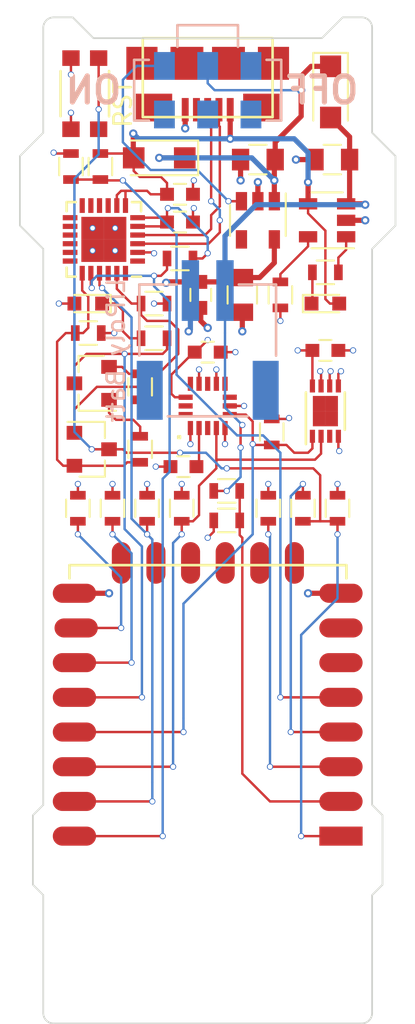
<source format=kicad_pcb>
(kicad_pcb (version 4) (host pcbnew 4.0.5)

  (general
    (links 116)
    (no_connects 8)
    (area 126 58 150.000001 117.050001)
    (thickness 1.6)
    (drawings 32)
    (tracks 439)
    (zones 0)
    (modules 45)
    (nets 68)
  )

  (page A4)
  (layers
    (0 F.Cu signal)
    (1 In1.Cu signal)
    (2 In2.Cu signal hide)
    (31 B.Cu signal)
    (34 B.Paste user hide)
    (35 F.Paste user hide)
    (36 B.SilkS user)
    (37 F.SilkS user)
    (38 B.Mask user hide)
    (39 F.Mask user hide)
    (44 Edge.Cuts user)
    (46 B.CrtYd user)
    (47 F.CrtYd user)
  )

  (setup
    (last_trace_width 0.14)
    (user_trace_width 0.2)
    (user_trace_width 0.3)
    (trace_clearance 0.14)
    (zone_clearance 0.2)
    (zone_45_only no)
    (trace_min 0.127)
    (segment_width 0.2)
    (edge_width 0.1)
    (via_size 0.36)
    (via_drill 0.26)
    (via_min_size 0.3556)
    (via_min_drill 0.254)
    (user_via 0.48 0.26)
    (uvia_size 0.36)
    (uvia_drill 0.26)
    (uvias_allowed no)
    (uvia_min_size 0.3556)
    (uvia_min_drill 0.254)
    (pcb_text_width 0.3)
    (pcb_text_size 1.5 1.5)
    (mod_edge_width 0.15)
    (mod_text_size 1 1)
    (mod_text_width 0.15)
    (pad_size 1.524 1.524)
    (pad_drill 0.762)
    (pad_to_mask_clearance 0.05)
    (solder_mask_min_width 0.1)
    (pad_to_paste_clearance -0.0125)
    (aux_axis_origin 138 117)
    (visible_elements 7FFFFF7F)
    (pcbplotparams
      (layerselection 0x010fc_80000007)
      (usegerberextensions false)
      (excludeedgelayer true)
      (linewidth 0.100000)
      (plotframeref false)
      (viasonmask false)
      (mode 1)
      (useauxorigin false)
      (hpglpennumber 1)
      (hpglpenspeed 20)
      (hpglpendiameter 15)
      (hpglpenoverlay 2)
      (psnegative false)
      (psa4output false)
      (plotreference true)
      (plotvalue true)
      (plotinvisibletext false)
      (padsonsilk false)
      (subtractmaskfromsilk false)
      (outputformat 1)
      (mirror false)
      (drillshape 0)
      (scaleselection 1)
      (outputdirectory gerbers/))
  )

  (net 0 "")
  (net 1 +3V3)
  (net 2 GND)
  (net 3 "Net-(C4-Pad1)")
  (net 4 +BATT)
  (net 5 +5V)
  (net 6 "Net-(D1-Pad1)")
  (net 7 "Net-(D2-Pad1)")
  (net 8 "Net-(P1-Pad4)")
  (net 9 "Net-(P1-Pad6)")
  (net 10 "Net-(Q1-Pad1)")
  (net 11 /DTR)
  (net 12 /GPIO0)
  (net 13 "Net-(Q2-Pad1)")
  (net 14 /RTS)
  (net 15 /RESET)
  (net 16 /GPIO16)
  (net 17 /GPIO2)
  (net 18 /CH_PD)
  (net 19 /GPIO5/SCL)
  (net 20 /GPIO4/SDA)
  (net 21 /GPIO15)
  (net 22 /RXD)
  (net 23 "Net-(R12-Pad2)")
  (net 24 "Net-(R13-Pad1)")
  (net 25 /ADC)
  (net 26 "Net-(SW1-Pad1)")
  (net 27 "Net-(SW1-Pad3)")
  (net 28 /GPIO14/SCK)
  (net 29 /GPIO12/MISO)
  (net 30 /GPIO13/MOSI)
  (net 31 /TXD)
  (net 32 "Net-(U2-Pad1)")
  (net 33 "Net-(U2-Pad9)")
  (net 34 "Net-(U2-Pad10)")
  (net 35 "Net-(U2-Pad11)")
  (net 36 "Net-(U2-Pad12)")
  (net 37 "Net-(U2-Pad13)")
  (net 38 "Net-(U2-Pad14)")
  (net 39 "Net-(U2-Pad15)")
  (net 40 "Net-(U2-Pad16)")
  (net 41 "Net-(U2-Pad17)")
  (net 42 "Net-(U2-Pad18)")
  (net 43 "Net-(U2-Pad22)")
  (net 44 "Net-(U2-Pad24)")
  (net 45 "Net-(U3-Pad3)")
  (net 46 "Net-(U4-Pad3)")
  (net 47 "Net-(U4-Pad8)")
  (net 48 "Net-(U4-Pad9)")
  (net 49 "Net-(U4-Pad11)")
  (net 50 "Net-(U4-Pad13)")
  (net 51 "Net-(U4-Pad15)")
  (net 52 "Net-(U4-Pad16)")
  (net 53 "Net-(U6-Pad4)")
  (net 54 "Net-(U1-Pad17)")
  (net 55 "Net-(U1-Pad18)")
  (net 56 "Net-(U1-Pad19)")
  (net 57 "Net-(U1-Pad20)")
  (net 58 "Net-(U1-Pad21)")
  (net 59 "Net-(U1-Pad22)")
  (net 60 "Net-(SW1-Pad5)")
  (net 61 /USB_D-)
  (net 62 /USB_D+)
  (net 63 "Net-(SW1-Pad4)")
  (net 64 "Net-(SW1-Pad6)")
  (net 65 "Net-(C1-Pad1)")
  (net 66 /VIN)
  (net 67 "Net-(U3-Pad9)")

  (net_class Default "This is the default net class."
    (clearance 0.14)
    (trace_width 0.14)
    (via_dia 0.36)
    (via_drill 0.26)
    (uvia_dia 0.36)
    (uvia_drill 0.26)
    (add_net +3V3)
    (add_net +5V)
    (add_net +BATT)
    (add_net /ADC)
    (add_net /CH_PD)
    (add_net /DTR)
    (add_net /GPIO0)
    (add_net /GPIO12/MISO)
    (add_net /GPIO13/MOSI)
    (add_net /GPIO14/SCK)
    (add_net /GPIO15)
    (add_net /GPIO16)
    (add_net /GPIO2)
    (add_net /GPIO4/SDA)
    (add_net /GPIO5/SCL)
    (add_net /RESET)
    (add_net /RTS)
    (add_net /RXD)
    (add_net /TXD)
    (add_net /USB_D+)
    (add_net /USB_D-)
    (add_net /VIN)
    (add_net GND)
    (add_net "Net-(C1-Pad1)")
    (add_net "Net-(C4-Pad1)")
    (add_net "Net-(D1-Pad1)")
    (add_net "Net-(D2-Pad1)")
    (add_net "Net-(P1-Pad4)")
    (add_net "Net-(P1-Pad6)")
    (add_net "Net-(Q1-Pad1)")
    (add_net "Net-(Q2-Pad1)")
    (add_net "Net-(R12-Pad2)")
    (add_net "Net-(R13-Pad1)")
    (add_net "Net-(SW1-Pad1)")
    (add_net "Net-(SW1-Pad3)")
    (add_net "Net-(SW1-Pad4)")
    (add_net "Net-(SW1-Pad5)")
    (add_net "Net-(SW1-Pad6)")
    (add_net "Net-(U1-Pad17)")
    (add_net "Net-(U1-Pad18)")
    (add_net "Net-(U1-Pad19)")
    (add_net "Net-(U1-Pad20)")
    (add_net "Net-(U1-Pad21)")
    (add_net "Net-(U1-Pad22)")
    (add_net "Net-(U2-Pad1)")
    (add_net "Net-(U2-Pad10)")
    (add_net "Net-(U2-Pad11)")
    (add_net "Net-(U2-Pad12)")
    (add_net "Net-(U2-Pad13)")
    (add_net "Net-(U2-Pad14)")
    (add_net "Net-(U2-Pad15)")
    (add_net "Net-(U2-Pad16)")
    (add_net "Net-(U2-Pad17)")
    (add_net "Net-(U2-Pad18)")
    (add_net "Net-(U2-Pad22)")
    (add_net "Net-(U2-Pad24)")
    (add_net "Net-(U2-Pad9)")
    (add_net "Net-(U3-Pad3)")
    (add_net "Net-(U3-Pad9)")
    (add_net "Net-(U4-Pad11)")
    (add_net "Net-(U4-Pad13)")
    (add_net "Net-(U4-Pad15)")
    (add_net "Net-(U4-Pad16)")
    (add_net "Net-(U4-Pad3)")
    (add_net "Net-(U4-Pad8)")
    (add_net "Net-(U4-Pad9)")
    (add_net "Net-(U6-Pad4)")
  )

  (module Resistors_SMD:R_0603 (layer F.Cu) (tedit 58BC3DD8) (tstamp 58BAFD3C)
    (at 143.5 87.3 90)
    (descr "Resistor SMD 0603, reflow soldering, Vishay (see dcrcw.pdf)")
    (tags "resistor 0603")
    (path /58CF5ACB)
    (attr smd)
    (fp_text reference R1 (at 0 -1.45 90) (layer F.SilkS) hide
      (effects (font (size 1 1) (thickness 0.15)))
    )
    (fp_text value 1k (at 0 1.5 90) (layer F.Fab)
      (effects (font (size 1 1) (thickness 0.15)))
    )
    (fp_text user %R (at 0 -1.45 90) (layer F.Fab)
      (effects (font (size 1 1) (thickness 0.15)))
    )
    (fp_line (start -0.8 0.4) (end -0.8 -0.4) (layer F.Fab) (width 0.1))
    (fp_line (start 0.8 0.4) (end -0.8 0.4) (layer F.Fab) (width 0.1))
    (fp_line (start 0.8 -0.4) (end 0.8 0.4) (layer F.Fab) (width 0.1))
    (fp_line (start -0.8 -0.4) (end 0.8 -0.4) (layer F.Fab) (width 0.1))
    (fp_line (start 0.5 0.68) (end -0.5 0.68) (layer F.SilkS) (width 0.12))
    (fp_line (start -0.5 -0.68) (end 0.5 -0.68) (layer F.SilkS) (width 0.12))
    (fp_line (start -1.25 -0.7) (end 1.25 -0.7) (layer F.CrtYd) (width 0.05))
    (fp_line (start -1.25 -0.7) (end -1.25 0.7) (layer F.CrtYd) (width 0.05))
    (fp_line (start 1.25 0.7) (end 1.25 -0.7) (layer F.CrtYd) (width 0.05))
    (fp_line (start 1.25 0.7) (end -1.25 0.7) (layer F.CrtYd) (width 0.05))
    (pad 1 smd rect (at -0.75 0 90) (size 0.5 0.9) (layers F.Cu F.Paste F.Mask)
      (net 15 /RESET))
    (pad 2 smd rect (at 0.75 0 90) (size 0.5 0.9) (layers F.Cu F.Paste F.Mask)
      (net 16 /GPIO16))
    (model Resistors_SMD.3dshapes/R_0603.wrl
      (at (xyz 0 0 0))
      (scale (xyz 1 1 1))
      (rotate (xyz 0 0 0))
    )
  )

  (module Resistors_SMD:R_0603 (layer F.Cu) (tedit 58BC3DDE) (tstamp 58BAFE4C)
    (at 139.1 88 180)
    (descr "Resistor SMD 0603, reflow soldering, Vishay (see dcrcw.pdf)")
    (tags "resistor 0603")
    (path /58BC1F95)
    (attr smd)
    (fp_text reference R17 (at 0 -1.45 180) (layer F.SilkS) hide
      (effects (font (size 1 1) (thickness 0.15)))
    )
    (fp_text value 220k (at 0 1.5 180) (layer F.Fab)
      (effects (font (size 1 1) (thickness 0.15)))
    )
    (fp_text user %R (at 0 -1.45 180) (layer F.Fab)
      (effects (font (size 1 1) (thickness 0.15)))
    )
    (fp_line (start -0.8 0.4) (end -0.8 -0.4) (layer F.Fab) (width 0.1))
    (fp_line (start 0.8 0.4) (end -0.8 0.4) (layer F.Fab) (width 0.1))
    (fp_line (start 0.8 -0.4) (end 0.8 0.4) (layer F.Fab) (width 0.1))
    (fp_line (start -0.8 -0.4) (end 0.8 -0.4) (layer F.Fab) (width 0.1))
    (fp_line (start 0.5 0.68) (end -0.5 0.68) (layer F.SilkS) (width 0.12))
    (fp_line (start -0.5 -0.68) (end 0.5 -0.68) (layer F.SilkS) (width 0.12))
    (fp_line (start -1.25 -0.7) (end 1.25 -0.7) (layer F.CrtYd) (width 0.05))
    (fp_line (start -1.25 -0.7) (end -1.25 0.7) (layer F.CrtYd) (width 0.05))
    (fp_line (start 1.25 0.7) (end 1.25 -0.7) (layer F.CrtYd) (width 0.05))
    (fp_line (start 1.25 0.7) (end -1.25 0.7) (layer F.CrtYd) (width 0.05))
    (pad 1 smd rect (at -0.75 0 180) (size 0.5 0.9) (layers F.Cu F.Paste F.Mask)
      (net 25 /ADC))
    (pad 2 smd rect (at 0.75 0 180) (size 0.5 0.9) (layers F.Cu F.Paste F.Mask)
      (net 2 GND))
    (model Resistors_SMD.3dshapes/R_0603.wrl
      (at (xyz 0 0 0))
      (scale (xyz 1 1 1))
      (rotate (xyz 0 0 0))
    )
  )

  (module footprint:10118192 (layer F.Cu) (tedit 58BC3D90) (tstamp 58BAFCF6)
    (at 138 60.2 180)
    (path /58B960C2)
    (fp_text reference P1 (at -1.8 -5.45 180) (layer F.SilkS) hide
      (effects (font (size 1 1) (thickness 0.15)))
    )
    (fp_text value USB_OTG (at 0 -1.95 180) (layer F.Fab) hide
      (effects (font (size 1 1) (thickness 0.15)))
    )
    (fp_line (start -3.75 0) (end -3.75 -4.55) (layer F.SilkS) (width 0.15))
    (fp_line (start 3.75 -4.55) (end 3.75 0) (layer F.SilkS) (width 0.15))
    (fp_line (start -3.75 0) (end 3.75 0) (layer F.SilkS) (width 0.15))
    (fp_line (start 3.75 -4.55) (end -3.75 -4.55) (layer F.SilkS) (width 0.15))
    (pad 1 smd rect (at -1.3 -4.125 180) (size 0.4 1.35) (layers F.Cu F.Paste F.Mask)
      (net 5 +5V))
    (pad 2 smd rect (at -0.65 -4.125 180) (size 0.4 1.35) (layers F.Cu F.Paste F.Mask)
      (net 61 /USB_D-))
    (pad 3 smd rect (at 0 -4.125 180) (size 0.4 1.35) (layers F.Cu F.Paste F.Mask)
      (net 62 /USB_D+))
    (pad 4 smd rect (at 0.65 -4.125 180) (size 0.4 1.35) (layers F.Cu F.Paste F.Mask)
      (net 8 "Net-(P1-Pad4)"))
    (pad 5 smd rect (at 1.3 -4.125 180) (size 0.4 1.35) (layers F.Cu F.Paste F.Mask)
      (net 2 GND))
    (pad 6 smd rect (at -3.1 -4 180) (size 2.1 1.6) (layers F.Cu F.Paste F.Mask)
      (net 9 "Net-(P1-Pad6)"))
    (pad 6 smd rect (at 3.1 -4 180) (size 2.1 1.6) (layers F.Cu F.Paste F.Mask)
      (net 9 "Net-(P1-Pad6)"))
    (pad 6 smd rect (at -3.8 -1.45 180) (size 1.8 1.9) (layers F.Cu F.Paste F.Mask)
      (net 9 "Net-(P1-Pad6)"))
    (pad 6 smd rect (at 3.8 -1.45 180) (size 1.8 1.9) (layers F.Cu F.Paste F.Mask)
      (net 9 "Net-(P1-Pad6)"))
    (pad 6 smd rect (at -1.2 -1.45 180) (size 1.9 1.9) (layers F.Cu F.Paste F.Mask)
      (net 9 "Net-(P1-Pad6)"))
    (pad 6 smd rect (at 1.2 -1.45 180) (size 1.9 1.9) (layers F.Cu F.Paste F.Mask)
      (net 9 "Net-(P1-Pad6)"))
  )

  (module Capacitors_SMD:C_0603 (layer F.Cu) (tedit 58BC3DA4) (tstamp 58BAFC3B)
    (at 138 78.3)
    (descr "Capacitor SMD 0603, reflow soldering, AVX (see smccp.pdf)")
    (tags "capacitor 0603")
    (path /58BAF20C)
    (attr smd)
    (fp_text reference C2 (at 0 -1.5) (layer F.SilkS) hide
      (effects (font (size 1 1) (thickness 0.15)))
    )
    (fp_text value 0.1u (at 0 1.5) (layer F.Fab)
      (effects (font (size 1 1) (thickness 0.15)))
    )
    (fp_text user %R (at 0 -1.5) (layer F.Fab)
      (effects (font (size 1 1) (thickness 0.15)))
    )
    (fp_line (start -0.8 0.4) (end -0.8 -0.4) (layer F.Fab) (width 0.1))
    (fp_line (start 0.8 0.4) (end -0.8 0.4) (layer F.Fab) (width 0.1))
    (fp_line (start 0.8 -0.4) (end 0.8 0.4) (layer F.Fab) (width 0.1))
    (fp_line (start -0.8 -0.4) (end 0.8 -0.4) (layer F.Fab) (width 0.1))
    (fp_line (start -0.35 -0.6) (end 0.35 -0.6) (layer F.SilkS) (width 0.12))
    (fp_line (start 0.35 0.6) (end -0.35 0.6) (layer F.SilkS) (width 0.12))
    (fp_line (start -1.4 -0.65) (end 1.4 -0.65) (layer F.CrtYd) (width 0.05))
    (fp_line (start -1.4 -0.65) (end -1.4 0.65) (layer F.CrtYd) (width 0.05))
    (fp_line (start 1.4 0.65) (end 1.4 -0.65) (layer F.CrtYd) (width 0.05))
    (fp_line (start 1.4 0.65) (end -1.4 0.65) (layer F.CrtYd) (width 0.05))
    (pad 1 smd rect (at -0.75 0) (size 0.8 0.75) (layers F.Cu F.Paste F.Mask)
      (net 1 +3V3))
    (pad 2 smd rect (at 0.75 0) (size 0.8 0.75) (layers F.Cu F.Paste F.Mask)
      (net 2 GND))
    (model Capacitors_SMD.3dshapes/C_0603.wrl
      (at (xyz 0 0 0))
      (scale (xyz 1 1 1))
      (rotate (xyz 0 0 0))
    )
  )

  (module Capacitors_SMD:C_0603 (layer F.Cu) (tedit 58BC3DBA) (tstamp 58BAFC4C)
    (at 144.8 78.2)
    (descr "Capacitor SMD 0603, reflow soldering, AVX (see smccp.pdf)")
    (tags "capacitor 0603")
    (path /58BB5C80)
    (attr smd)
    (fp_text reference C3 (at 0 -1.5) (layer F.SilkS) hide
      (effects (font (size 1 1) (thickness 0.15)))
    )
    (fp_text value 1u (at 0 1.5) (layer F.Fab)
      (effects (font (size 1 1) (thickness 0.15)))
    )
    (fp_text user %R (at 0 -1.5) (layer F.Fab)
      (effects (font (size 1 1) (thickness 0.15)))
    )
    (fp_line (start -0.8 0.4) (end -0.8 -0.4) (layer F.Fab) (width 0.1))
    (fp_line (start 0.8 0.4) (end -0.8 0.4) (layer F.Fab) (width 0.1))
    (fp_line (start 0.8 -0.4) (end 0.8 0.4) (layer F.Fab) (width 0.1))
    (fp_line (start -0.8 -0.4) (end 0.8 -0.4) (layer F.Fab) (width 0.1))
    (fp_line (start -0.35 -0.6) (end 0.35 -0.6) (layer F.SilkS) (width 0.12))
    (fp_line (start 0.35 0.6) (end -0.35 0.6) (layer F.SilkS) (width 0.12))
    (fp_line (start -1.4 -0.65) (end 1.4 -0.65) (layer F.CrtYd) (width 0.05))
    (fp_line (start -1.4 -0.65) (end -1.4 0.65) (layer F.CrtYd) (width 0.05))
    (fp_line (start 1.4 0.65) (end 1.4 -0.65) (layer F.CrtYd) (width 0.05))
    (fp_line (start 1.4 0.65) (end -1.4 0.65) (layer F.CrtYd) (width 0.05))
    (pad 1 smd rect (at -0.75 0) (size 0.8 0.75) (layers F.Cu F.Paste F.Mask)
      (net 1 +3V3))
    (pad 2 smd rect (at 0.75 0) (size 0.8 0.75) (layers F.Cu F.Paste F.Mask)
      (net 2 GND))
    (model Capacitors_SMD.3dshapes/C_0603.wrl
      (at (xyz 0 0 0))
      (scale (xyz 1 1 1))
      (rotate (xyz 0 0 0))
    )
  )

  (module Capacitors_SMD:C_0603 (layer F.Cu) (tedit 58BC3DBF) (tstamp 58BAFC5D)
    (at 136.6 84.9 180)
    (descr "Capacitor SMD 0603, reflow soldering, AVX (see smccp.pdf)")
    (tags "capacitor 0603")
    (path /58BB0721)
    (attr smd)
    (fp_text reference C4 (at 0 -1.5 180) (layer F.SilkS) hide
      (effects (font (size 1 1) (thickness 0.15)))
    )
    (fp_text value 0.1u (at 0 1.5 180) (layer F.Fab)
      (effects (font (size 1 1) (thickness 0.15)))
    )
    (fp_text user %R (at 0 -1.5 180) (layer F.Fab)
      (effects (font (size 1 1) (thickness 0.15)))
    )
    (fp_line (start -0.8 0.4) (end -0.8 -0.4) (layer F.Fab) (width 0.1))
    (fp_line (start 0.8 0.4) (end -0.8 0.4) (layer F.Fab) (width 0.1))
    (fp_line (start 0.8 -0.4) (end 0.8 0.4) (layer F.Fab) (width 0.1))
    (fp_line (start -0.8 -0.4) (end 0.8 -0.4) (layer F.Fab) (width 0.1))
    (fp_line (start -0.35 -0.6) (end 0.35 -0.6) (layer F.SilkS) (width 0.12))
    (fp_line (start 0.35 0.6) (end -0.35 0.6) (layer F.SilkS) (width 0.12))
    (fp_line (start -1.4 -0.65) (end 1.4 -0.65) (layer F.CrtYd) (width 0.05))
    (fp_line (start -1.4 -0.65) (end -1.4 0.65) (layer F.CrtYd) (width 0.05))
    (fp_line (start 1.4 0.65) (end 1.4 -0.65) (layer F.CrtYd) (width 0.05))
    (fp_line (start 1.4 0.65) (end -1.4 0.65) (layer F.CrtYd) (width 0.05))
    (pad 1 smd rect (at -0.75 0 180) (size 0.8 0.75) (layers F.Cu F.Paste F.Mask)
      (net 3 "Net-(C4-Pad1)"))
    (pad 2 smd rect (at 0.75 0 180) (size 0.8 0.75) (layers F.Cu F.Paste F.Mask)
      (net 2 GND))
    (model Capacitors_SMD.3dshapes/C_0603.wrl
      (at (xyz 0 0 0))
      (scale (xyz 1 1 1))
      (rotate (xyz 0 0 0))
    )
  )

  (module Capacitors_SMD:C_0805 (layer F.Cu) (tedit 58BC3D95) (tstamp 58BAFC6E)
    (at 145.2 67.2 180)
    (descr "Capacitor SMD 0805, reflow soldering, AVX (see smccp.pdf)")
    (tags "capacitor 0805")
    (path /58B92ABD)
    (attr smd)
    (fp_text reference C5 (at 0 -1.5 180) (layer F.SilkS) hide
      (effects (font (size 1 1) (thickness 0.15)))
    )
    (fp_text value 10u (at 0 1.75 180) (layer F.Fab)
      (effects (font (size 1 1) (thickness 0.15)))
    )
    (fp_text user %R (at 0 -1.5 180) (layer F.Fab)
      (effects (font (size 1 1) (thickness 0.15)))
    )
    (fp_line (start -1 0.62) (end -1 -0.62) (layer F.Fab) (width 0.1))
    (fp_line (start 1 0.62) (end -1 0.62) (layer F.Fab) (width 0.1))
    (fp_line (start 1 -0.62) (end 1 0.62) (layer F.Fab) (width 0.1))
    (fp_line (start -1 -0.62) (end 1 -0.62) (layer F.Fab) (width 0.1))
    (fp_line (start 0.5 -0.85) (end -0.5 -0.85) (layer F.SilkS) (width 0.12))
    (fp_line (start -0.5 0.85) (end 0.5 0.85) (layer F.SilkS) (width 0.12))
    (fp_line (start -1.75 -0.88) (end 1.75 -0.88) (layer F.CrtYd) (width 0.05))
    (fp_line (start -1.75 -0.88) (end -1.75 0.87) (layer F.CrtYd) (width 0.05))
    (fp_line (start 1.75 0.87) (end 1.75 -0.88) (layer F.CrtYd) (width 0.05))
    (fp_line (start 1.75 0.87) (end -1.75 0.87) (layer F.CrtYd) (width 0.05))
    (pad 1 smd rect (at -1 0 180) (size 1 1.25) (layers F.Cu F.Paste F.Mask)
      (net 4 +BATT))
    (pad 2 smd rect (at 1 0 180) (size 1 1.25) (layers F.Cu F.Paste F.Mask)
      (net 2 GND))
    (model Capacitors_SMD.3dshapes/C_0805.wrl
      (at (xyz 0 0 0))
      (scale (xyz 1 1 1))
      (rotate (xyz 0 0 0))
    )
  )

  (module Capacitors_SMD:C_0805 (layer F.Cu) (tedit 58BC3D92) (tstamp 58BAFC7F)
    (at 140.9 67.2 180)
    (descr "Capacitor SMD 0805, reflow soldering, AVX (see smccp.pdf)")
    (tags "capacitor 0805")
    (path /58B97F3E)
    (attr smd)
    (fp_text reference C6 (at 0 -1.5 180) (layer F.SilkS) hide
      (effects (font (size 1 1) (thickness 0.15)))
    )
    (fp_text value 10u (at 0 1.75 180) (layer F.Fab)
      (effects (font (size 1 1) (thickness 0.15)))
    )
    (fp_text user %R (at 0 -1.5 180) (layer F.Fab)
      (effects (font (size 1 1) (thickness 0.15)))
    )
    (fp_line (start -1 0.62) (end -1 -0.62) (layer F.Fab) (width 0.1))
    (fp_line (start 1 0.62) (end -1 0.62) (layer F.Fab) (width 0.1))
    (fp_line (start 1 -0.62) (end 1 0.62) (layer F.Fab) (width 0.1))
    (fp_line (start -1 -0.62) (end 1 -0.62) (layer F.Fab) (width 0.1))
    (fp_line (start 0.5 -0.85) (end -0.5 -0.85) (layer F.SilkS) (width 0.12))
    (fp_line (start -0.5 0.85) (end 0.5 0.85) (layer F.SilkS) (width 0.12))
    (fp_line (start -1.75 -0.88) (end 1.75 -0.88) (layer F.CrtYd) (width 0.05))
    (fp_line (start -1.75 -0.88) (end -1.75 0.87) (layer F.CrtYd) (width 0.05))
    (fp_line (start 1.75 0.87) (end 1.75 -0.88) (layer F.CrtYd) (width 0.05))
    (fp_line (start 1.75 0.87) (end -1.75 0.87) (layer F.CrtYd) (width 0.05))
    (pad 1 smd rect (at -1 0 180) (size 1 1.25) (layers F.Cu F.Paste F.Mask)
      (net 66 /VIN))
    (pad 2 smd rect (at 1 0 180) (size 1 1.25) (layers F.Cu F.Paste F.Mask)
      (net 2 GND))
    (model Capacitors_SMD.3dshapes/C_0805.wrl
      (at (xyz 0 0 0))
      (scale (xyz 1 1 1))
      (rotate (xyz 0 0 0))
    )
  )

  (module Capacitors_SMD:C_0805 (layer F.Cu) (tedit 58BC3DAD) (tstamp 58BAFC90)
    (at 140 75 270)
    (descr "Capacitor SMD 0805, reflow soldering, AVX (see smccp.pdf)")
    (tags "capacitor 0805")
    (path /58B97FCA)
    (attr smd)
    (fp_text reference C7 (at 0 -1.5 270) (layer F.SilkS) hide
      (effects (font (size 1 1) (thickness 0.15)))
    )
    (fp_text value 10u (at 0 1.75 270) (layer F.Fab)
      (effects (font (size 1 1) (thickness 0.15)))
    )
    (fp_text user %R (at 0 -1.5 270) (layer F.Fab)
      (effects (font (size 1 1) (thickness 0.15)))
    )
    (fp_line (start -1 0.62) (end -1 -0.62) (layer F.Fab) (width 0.1))
    (fp_line (start 1 0.62) (end -1 0.62) (layer F.Fab) (width 0.1))
    (fp_line (start 1 -0.62) (end 1 0.62) (layer F.Fab) (width 0.1))
    (fp_line (start -1 -0.62) (end 1 -0.62) (layer F.Fab) (width 0.1))
    (fp_line (start 0.5 -0.85) (end -0.5 -0.85) (layer F.SilkS) (width 0.12))
    (fp_line (start -0.5 0.85) (end 0.5 0.85) (layer F.SilkS) (width 0.12))
    (fp_line (start -1.75 -0.88) (end 1.75 -0.88) (layer F.CrtYd) (width 0.05))
    (fp_line (start -1.75 -0.88) (end -1.75 0.87) (layer F.CrtYd) (width 0.05))
    (fp_line (start 1.75 0.87) (end 1.75 -0.88) (layer F.CrtYd) (width 0.05))
    (fp_line (start 1.75 0.87) (end -1.75 0.87) (layer F.CrtYd) (width 0.05))
    (pad 1 smd rect (at -1 0 270) (size 1 1.25) (layers F.Cu F.Paste F.Mask)
      (net 1 +3V3))
    (pad 2 smd rect (at 1 0 270) (size 1 1.25) (layers F.Cu F.Paste F.Mask)
      (net 2 GND))
    (model Capacitors_SMD.3dshapes/C_0805.wrl
      (at (xyz 0 0 0))
      (scale (xyz 1 1 1))
      (rotate (xyz 0 0 0))
    )
  )

  (module Capacitors_SMD:C_0603 (layer F.Cu) (tedit 58BC3DA7) (tstamp 58BAFCA1)
    (at 137.6 75 270)
    (descr "Capacitor SMD 0603, reflow soldering, AVX (see smccp.pdf)")
    (tags "capacitor 0603")
    (path /58B98035)
    (attr smd)
    (fp_text reference C8 (at 0 -1.5 270) (layer F.SilkS) hide
      (effects (font (size 1 1) (thickness 0.15)))
    )
    (fp_text value 1u (at 0 1.5 270) (layer F.Fab)
      (effects (font (size 1 1) (thickness 0.15)))
    )
    (fp_text user %R (at 0 -1.5 270) (layer F.Fab)
      (effects (font (size 1 1) (thickness 0.15)))
    )
    (fp_line (start -0.8 0.4) (end -0.8 -0.4) (layer F.Fab) (width 0.1))
    (fp_line (start 0.8 0.4) (end -0.8 0.4) (layer F.Fab) (width 0.1))
    (fp_line (start 0.8 -0.4) (end 0.8 0.4) (layer F.Fab) (width 0.1))
    (fp_line (start -0.8 -0.4) (end 0.8 -0.4) (layer F.Fab) (width 0.1))
    (fp_line (start -0.35 -0.6) (end 0.35 -0.6) (layer F.SilkS) (width 0.12))
    (fp_line (start 0.35 0.6) (end -0.35 0.6) (layer F.SilkS) (width 0.12))
    (fp_line (start -1.4 -0.65) (end 1.4 -0.65) (layer F.CrtYd) (width 0.05))
    (fp_line (start -1.4 -0.65) (end -1.4 0.65) (layer F.CrtYd) (width 0.05))
    (fp_line (start 1.4 0.65) (end 1.4 -0.65) (layer F.CrtYd) (width 0.05))
    (fp_line (start 1.4 0.65) (end -1.4 0.65) (layer F.CrtYd) (width 0.05))
    (pad 1 smd rect (at -0.75 0 270) (size 0.8 0.75) (layers F.Cu F.Paste F.Mask)
      (net 1 +3V3))
    (pad 2 smd rect (at 0.75 0 270) (size 0.8 0.75) (layers F.Cu F.Paste F.Mask)
      (net 2 GND))
    (model Capacitors_SMD.3dshapes/C_0603.wrl
      (at (xyz 0 0 0))
      (scale (xyz 1 1 1))
      (rotate (xyz 0 0 0))
    )
  )

  (module LEDs:LED_0603 (layer F.Cu) (tedit 58BC3DB6) (tstamp 58BAFCB6)
    (at 144.8 75.5)
    (descr "LED 0603 smd package")
    (tags "LED led 0603 SMD smd SMT smt smdled SMDLED smtled SMTLED")
    (path /58B91303)
    (attr smd)
    (fp_text reference D1 (at 0 -1.25) (layer F.SilkS) hide
      (effects (font (size 1 1) (thickness 0.15)))
    )
    (fp_text value LED (at 0 1.35) (layer F.Fab)
      (effects (font (size 1 1) (thickness 0.15)))
    )
    (fp_line (start -1.3 -0.5) (end -1.3 0.5) (layer F.SilkS) (width 0.12))
    (fp_line (start -0.2 -0.2) (end -0.2 0.2) (layer F.Fab) (width 0.1))
    (fp_line (start -0.15 0) (end 0.15 -0.2) (layer F.Fab) (width 0.1))
    (fp_line (start 0.15 0.2) (end -0.15 0) (layer F.Fab) (width 0.1))
    (fp_line (start 0.15 -0.2) (end 0.15 0.2) (layer F.Fab) (width 0.1))
    (fp_line (start 0.8 0.4) (end -0.8 0.4) (layer F.Fab) (width 0.1))
    (fp_line (start 0.8 -0.4) (end 0.8 0.4) (layer F.Fab) (width 0.1))
    (fp_line (start -0.8 -0.4) (end 0.8 -0.4) (layer F.Fab) (width 0.1))
    (fp_line (start -0.8 0.4) (end -0.8 -0.4) (layer F.Fab) (width 0.1))
    (fp_line (start -1.3 0.5) (end 0.8 0.5) (layer F.SilkS) (width 0.12))
    (fp_line (start -1.3 -0.5) (end 0.8 -0.5) (layer F.SilkS) (width 0.12))
    (fp_line (start 1.45 -0.65) (end 1.45 0.65) (layer F.CrtYd) (width 0.05))
    (fp_line (start 1.45 0.65) (end -1.45 0.65) (layer F.CrtYd) (width 0.05))
    (fp_line (start -1.45 0.65) (end -1.45 -0.65) (layer F.CrtYd) (width 0.05))
    (fp_line (start -1.45 -0.65) (end 1.45 -0.65) (layer F.CrtYd) (width 0.05))
    (pad 2 smd rect (at 0.8 0 180) (size 0.8 0.8) (layers F.Cu F.Paste F.Mask)
      (net 5 +5V))
    (pad 1 smd rect (at -0.8 0 180) (size 0.8 0.8) (layers F.Cu F.Paste F.Mask)
      (net 6 "Net-(D1-Pad1)"))
    (model LEDs.3dshapes/LED_0603.wrl
      (at (xyz 0 0 0))
      (scale (xyz 1 1 1))
      (rotate (xyz 0 0 180))
    )
  )

  (module LEDs:LED_0603 (layer F.Cu) (tedit 58BB6822) (tstamp 58BAFCCB)
    (at 131.1 75.5 180)
    (descr "LED 0603 smd package")
    (tags "LED led 0603 SMD smd SMT smt smdled SMDLED smtled SMTLED")
    (path /58B90F6F)
    (attr smd)
    (fp_text reference D2 (at 0 -1.25 180) (layer F.SilkS) hide
      (effects (font (size 1 1) (thickness 0.15)))
    )
    (fp_text value LED (at 0 1.35 180) (layer F.Fab)
      (effects (font (size 1 1) (thickness 0.15)))
    )
    (fp_line (start -1.3 -0.5) (end -1.3 0.5) (layer F.SilkS) (width 0.12))
    (fp_line (start -0.2 -0.2) (end -0.2 0.2) (layer F.Fab) (width 0.1))
    (fp_line (start -0.15 0) (end 0.15 -0.2) (layer F.Fab) (width 0.1))
    (fp_line (start 0.15 0.2) (end -0.15 0) (layer F.Fab) (width 0.1))
    (fp_line (start 0.15 -0.2) (end 0.15 0.2) (layer F.Fab) (width 0.1))
    (fp_line (start 0.8 0.4) (end -0.8 0.4) (layer F.Fab) (width 0.1))
    (fp_line (start 0.8 -0.4) (end 0.8 0.4) (layer F.Fab) (width 0.1))
    (fp_line (start -0.8 -0.4) (end 0.8 -0.4) (layer F.Fab) (width 0.1))
    (fp_line (start -0.8 0.4) (end -0.8 -0.4) (layer F.Fab) (width 0.1))
    (fp_line (start -1.3 0.5) (end 0.8 0.5) (layer F.SilkS) (width 0.12))
    (fp_line (start -1.3 -0.5) (end 0.8 -0.5) (layer F.SilkS) (width 0.12))
    (fp_line (start 1.45 -0.65) (end 1.45 0.65) (layer F.CrtYd) (width 0.05))
    (fp_line (start 1.45 0.65) (end -1.45 0.65) (layer F.CrtYd) (width 0.05))
    (fp_line (start -1.45 0.65) (end -1.45 -0.65) (layer F.CrtYd) (width 0.05))
    (fp_line (start -1.45 -0.65) (end 1.45 -0.65) (layer F.CrtYd) (width 0.05))
    (pad 2 smd rect (at 0.8 0) (size 0.8 0.8) (layers F.Cu F.Paste F.Mask)
      (net 1 +3V3))
    (pad 1 smd rect (at -0.8 0) (size 0.8 0.8) (layers F.Cu F.Paste F.Mask)
      (net 7 "Net-(D2-Pad1)"))
    (model LEDs.3dshapes/LED_0603.wrl
      (at (xyz 0 0 0))
      (scale (xyz 1 1 1))
      (rotate (xyz 0 0 180))
    )
  )

  (module footprint:SOD-123FL (layer F.Cu) (tedit 58BC3D9B) (tstamp 58BAFCE3)
    (at 145.1 63.3 270)
    (descr SOD-123)
    (tags SOD-123)
    (path /58B97E5C)
    (attr smd)
    (fp_text reference D3 (at 0 -2 270) (layer F.SilkS) hide
      (effects (font (size 1 1) (thickness 0.15)))
    )
    (fp_text value MBR120 (at 0 2.1 270) (layer F.Fab)
      (effects (font (size 1 1) (thickness 0.15)))
    )
    (fp_line (start -2.25 -1) (end -2.25 1) (layer F.SilkS) (width 0.12))
    (fp_line (start 0.25 0) (end 0.75 0) (layer F.Fab) (width 0.1))
    (fp_line (start 0.25 0.4) (end -0.35 0) (layer F.Fab) (width 0.1))
    (fp_line (start 0.25 -0.4) (end 0.25 0.4) (layer F.Fab) (width 0.1))
    (fp_line (start -0.35 0) (end 0.25 -0.4) (layer F.Fab) (width 0.1))
    (fp_line (start -0.35 0) (end -0.35 0.55) (layer F.Fab) (width 0.1))
    (fp_line (start -0.35 0) (end -0.35 -0.55) (layer F.Fab) (width 0.1))
    (fp_line (start -0.75 0) (end -0.35 0) (layer F.Fab) (width 0.1))
    (fp_line (start -1.4 0.9) (end -1.4 -0.9) (layer F.Fab) (width 0.1))
    (fp_line (start 1.4 0.9) (end -1.4 0.9) (layer F.Fab) (width 0.1))
    (fp_line (start 1.4 -0.9) (end 1.4 0.9) (layer F.Fab) (width 0.1))
    (fp_line (start -1.4 -0.9) (end 1.4 -0.9) (layer F.Fab) (width 0.1))
    (fp_line (start -2.35 -1.15) (end 2.35 -1.15) (layer F.CrtYd) (width 0.05))
    (fp_line (start 2.35 -1.15) (end 2.35 1.15) (layer F.CrtYd) (width 0.05))
    (fp_line (start 2.35 1.15) (end -2.35 1.15) (layer F.CrtYd) (width 0.05))
    (fp_line (start -2.35 -1.15) (end -2.35 1.15) (layer F.CrtYd) (width 0.05))
    (fp_line (start -2.25 1) (end 1.65 1) (layer F.SilkS) (width 0.12))
    (fp_line (start -2.25 -1) (end 1.65 -1) (layer F.SilkS) (width 0.12))
    (pad 1 smd rect (at -1.475 0 270) (size 1.25 1.22) (layers F.Cu F.Paste F.Mask)
      (net 66 /VIN))
    (pad 2 smd rect (at 1.475 0 270) (size 1.25 1.22) (layers F.Cu F.Paste F.Mask)
      (net 4 +BATT))
    (model ${KISYS3DMOD}/Diodes_SMD.3dshapes/D_SOD-123.wrl
      (at (xyz 0 0 0))
      (scale (xyz 1 1 1))
      (rotate (xyz 0 0 0))
    )
  )

  (module "footprint:S2B-PH-SM4-TB(LF)(SN)" (layer B.Cu) (tedit 58BC3DF6) (tstamp 58BAFD03)
    (at 138 82)
    (descr "JST PH series connector, B2B-PH-SM4-TB, top entry type, surface mount, Datasheet: http://www.jst-mfg.com/product/pdf/eng/ePH.pdf")
    (tags "connector jst ph")
    (path /58B9AFC5)
    (attr smd)
    (fp_text reference P2 (at 0 1.1) (layer B.SilkS) hide
      (effects (font (size 1 1) (thickness 0.15)) (justify mirror))
    )
    (fp_text value CONN_01X02 (at 0 -4.875) (layer B.Fab) hide
      (effects (font (size 1 1) (thickness 0.15)) (justify mirror))
    )
    (fp_line (start -2.3 0) (end 2.3 0) (layer B.SilkS) (width 0.15))
    (fp_line (start -3.95 -7.6) (end -3.95 -3.5) (layer B.SilkS) (width 0.15))
    (fp_line (start 3.95 -7.6) (end 3.95 -3.5) (layer B.SilkS) (width 0.15))
    (fp_line (start 3.95 -7.6) (end 1.8 -7.6) (layer B.SilkS) (width 0.15))
    (fp_line (start -3.95 -7.6) (end -1.8 -7.6) (layer B.SilkS) (width 0.15))
    (pad 2 smd rect (at -1 -7.25) (size 1 3.5) (layers B.Cu B.Paste B.Mask)
      (net 2 GND))
    (pad 1 smd rect (at 1 -7.25) (size 1 3.5) (layers B.Cu B.Paste B.Mask)
      (net 4 +BATT))
    (pad "" smd rect (at -3.35 -1.5) (size 1.5 3.4) (layers B.Cu B.Paste B.Mask))
    (pad "" smd rect (at 3.35 -1.5) (size 1.5 3.4) (layers B.Cu B.Paste B.Mask))
    (model C:/Projects/kicad-libs/walter/conn_jst-ph/s2b-ph-sm4-tb.wrl
      (at (xyz 0 -0.285 0))
      (scale (xyz 1 1 1))
      (rotate (xyz 0 0 180))
    )
  )

  (module TO_SOT_Packages_SMD:SOT-23 (layer F.Cu) (tedit 58BC3DC9) (tstamp 58BAFD17)
    (at 131.3 80.1 180)
    (descr "SOT-23, Standard")
    (tags SOT-23)
    (path /58B90EDC)
    (attr smd)
    (fp_text reference Q1 (at 0 -2.5 180) (layer F.SilkS) hide
      (effects (font (size 1 1) (thickness 0.15)))
    )
    (fp_text value MMBT2222 (at 0 2.5 180) (layer F.Fab)
      (effects (font (size 1 1) (thickness 0.15)))
    )
    (fp_line (start -0.7 -0.95) (end -0.7 1.5) (layer F.Fab) (width 0.1))
    (fp_line (start -0.15 -1.52) (end 0.7 -1.52) (layer F.Fab) (width 0.1))
    (fp_line (start -0.7 -0.95) (end -0.15 -1.52) (layer F.Fab) (width 0.1))
    (fp_line (start 0.7 -1.52) (end 0.7 1.52) (layer F.Fab) (width 0.1))
    (fp_line (start -0.7 1.52) (end 0.7 1.52) (layer F.Fab) (width 0.1))
    (fp_line (start 0.76 1.58) (end 0.76 0.65) (layer F.SilkS) (width 0.12))
    (fp_line (start 0.76 -1.58) (end 0.76 -0.65) (layer F.SilkS) (width 0.12))
    (fp_line (start -1.7 -1.75) (end 1.7 -1.75) (layer F.CrtYd) (width 0.05))
    (fp_line (start 1.7 -1.75) (end 1.7 1.75) (layer F.CrtYd) (width 0.05))
    (fp_line (start 1.7 1.75) (end -1.7 1.75) (layer F.CrtYd) (width 0.05))
    (fp_line (start -1.7 1.75) (end -1.7 -1.75) (layer F.CrtYd) (width 0.05))
    (fp_line (start 0.76 -1.58) (end -1.4 -1.58) (layer F.SilkS) (width 0.12))
    (fp_line (start 0.76 1.58) (end -0.7 1.58) (layer F.SilkS) (width 0.12))
    (pad 1 smd rect (at -1 -0.95 180) (size 0.9 0.8) (layers F.Cu F.Paste F.Mask)
      (net 10 "Net-(Q1-Pad1)"))
    (pad 2 smd rect (at -1 0.95 180) (size 0.9 0.8) (layers F.Cu F.Paste F.Mask)
      (net 11 /DTR))
    (pad 3 smd rect (at 1 0 180) (size 0.9 0.8) (layers F.Cu F.Paste F.Mask)
      (net 12 /GPIO0))
    (model TO_SOT_Packages_SMD.3dshapes/SOT-23.wrl
      (at (xyz 0 0 0))
      (scale (xyz 1 1 1))
      (rotate (xyz 0 0 90))
    )
  )

  (module TO_SOT_Packages_SMD:SOT-23 (layer F.Cu) (tedit 58BC3DC6) (tstamp 58BAFD2B)
    (at 131.3 83.9)
    (descr "SOT-23, Standard")
    (tags SOT-23)
    (path /58B90E8E)
    (attr smd)
    (fp_text reference Q2 (at 0 -2.5) (layer F.SilkS) hide
      (effects (font (size 1 1) (thickness 0.15)))
    )
    (fp_text value MMBT2222 (at 0 2.5) (layer F.Fab)
      (effects (font (size 1 1) (thickness 0.15)))
    )
    (fp_line (start -0.7 -0.95) (end -0.7 1.5) (layer F.Fab) (width 0.1))
    (fp_line (start -0.15 -1.52) (end 0.7 -1.52) (layer F.Fab) (width 0.1))
    (fp_line (start -0.7 -0.95) (end -0.15 -1.52) (layer F.Fab) (width 0.1))
    (fp_line (start 0.7 -1.52) (end 0.7 1.52) (layer F.Fab) (width 0.1))
    (fp_line (start -0.7 1.52) (end 0.7 1.52) (layer F.Fab) (width 0.1))
    (fp_line (start 0.76 1.58) (end 0.76 0.65) (layer F.SilkS) (width 0.12))
    (fp_line (start 0.76 -1.58) (end 0.76 -0.65) (layer F.SilkS) (width 0.12))
    (fp_line (start -1.7 -1.75) (end 1.7 -1.75) (layer F.CrtYd) (width 0.05))
    (fp_line (start 1.7 -1.75) (end 1.7 1.75) (layer F.CrtYd) (width 0.05))
    (fp_line (start 1.7 1.75) (end -1.7 1.75) (layer F.CrtYd) (width 0.05))
    (fp_line (start -1.7 1.75) (end -1.7 -1.75) (layer F.CrtYd) (width 0.05))
    (fp_line (start 0.76 -1.58) (end -1.4 -1.58) (layer F.SilkS) (width 0.12))
    (fp_line (start 0.76 1.58) (end -0.7 1.58) (layer F.SilkS) (width 0.12))
    (pad 1 smd rect (at -1 -0.95) (size 0.9 0.8) (layers F.Cu F.Paste F.Mask)
      (net 13 "Net-(Q2-Pad1)"))
    (pad 2 smd rect (at -1 0.95) (size 0.9 0.8) (layers F.Cu F.Paste F.Mask)
      (net 14 /RTS))
    (pad 3 smd rect (at 1 0) (size 0.9 0.8) (layers F.Cu F.Paste F.Mask)
      (net 15 /RESET))
    (model TO_SOT_Packages_SMD.3dshapes/SOT-23.wrl
      (at (xyz 0 0 0))
      (scale (xyz 1 1 1))
      (rotate (xyz 0 0 90))
    )
  )

  (module Resistors_SMD:R_0603 (layer F.Cu) (tedit 58BC3DE9) (tstamp 58BAFD4D)
    (at 132.5 87.3 90)
    (descr "Resistor SMD 0603, reflow soldering, Vishay (see dcrcw.pdf)")
    (tags "resistor 0603")
    (path /58B9B91F)
    (attr smd)
    (fp_text reference R2 (at 0 -1.45 90) (layer F.SilkS) hide
      (effects (font (size 1 1) (thickness 0.15)))
    )
    (fp_text value 10k (at 0 1.5 90) (layer F.Fab)
      (effects (font (size 1 1) (thickness 0.15)))
    )
    (fp_text user %R (at 0 -1.45 90) (layer F.Fab)
      (effects (font (size 1 1) (thickness 0.15)))
    )
    (fp_line (start -0.8 0.4) (end -0.8 -0.4) (layer F.Fab) (width 0.1))
    (fp_line (start 0.8 0.4) (end -0.8 0.4) (layer F.Fab) (width 0.1))
    (fp_line (start 0.8 -0.4) (end 0.8 0.4) (layer F.Fab) (width 0.1))
    (fp_line (start -0.8 -0.4) (end 0.8 -0.4) (layer F.Fab) (width 0.1))
    (fp_line (start 0.5 0.68) (end -0.5 0.68) (layer F.SilkS) (width 0.12))
    (fp_line (start -0.5 -0.68) (end 0.5 -0.68) (layer F.SilkS) (width 0.12))
    (fp_line (start -1.25 -0.7) (end 1.25 -0.7) (layer F.CrtYd) (width 0.05))
    (fp_line (start -1.25 -0.7) (end -1.25 0.7) (layer F.CrtYd) (width 0.05))
    (fp_line (start 1.25 0.7) (end 1.25 -0.7) (layer F.CrtYd) (width 0.05))
    (fp_line (start 1.25 0.7) (end -1.25 0.7) (layer F.CrtYd) (width 0.05))
    (pad 1 smd rect (at -0.75 0 90) (size 0.5 0.9) (layers F.Cu F.Paste F.Mask)
      (net 17 /GPIO2))
    (pad 2 smd rect (at 0.75 0 90) (size 0.5 0.9) (layers F.Cu F.Paste F.Mask)
      (net 1 +3V3))
    (model Resistors_SMD.3dshapes/R_0603.wrl
      (at (xyz 0 0 0))
      (scale (xyz 1 1 1))
      (rotate (xyz 0 0 0))
    )
  )

  (module Resistors_SMD:R_0603 (layer F.Cu) (tedit 58BC3DDA) (tstamp 58BAFD5E)
    (at 141.5 87.3 90)
    (descr "Resistor SMD 0603, reflow soldering, Vishay (see dcrcw.pdf)")
    (tags "resistor 0603")
    (path /58B9B9C9)
    (attr smd)
    (fp_text reference R3 (at 0 -1.45 90) (layer F.SilkS) hide
      (effects (font (size 1 1) (thickness 0.15)))
    )
    (fp_text value 10k (at 0 1.5 90) (layer F.Fab)
      (effects (font (size 1 1) (thickness 0.15)))
    )
    (fp_text user %R (at 0 -1.45 90) (layer F.Fab)
      (effects (font (size 1 1) (thickness 0.15)))
    )
    (fp_line (start -0.8 0.4) (end -0.8 -0.4) (layer F.Fab) (width 0.1))
    (fp_line (start 0.8 0.4) (end -0.8 0.4) (layer F.Fab) (width 0.1))
    (fp_line (start 0.8 -0.4) (end 0.8 0.4) (layer F.Fab) (width 0.1))
    (fp_line (start -0.8 -0.4) (end 0.8 -0.4) (layer F.Fab) (width 0.1))
    (fp_line (start 0.5 0.68) (end -0.5 0.68) (layer F.SilkS) (width 0.12))
    (fp_line (start -0.5 -0.68) (end 0.5 -0.68) (layer F.SilkS) (width 0.12))
    (fp_line (start -1.25 -0.7) (end 1.25 -0.7) (layer F.CrtYd) (width 0.05))
    (fp_line (start -1.25 -0.7) (end -1.25 0.7) (layer F.CrtYd) (width 0.05))
    (fp_line (start 1.25 0.7) (end 1.25 -0.7) (layer F.CrtYd) (width 0.05))
    (fp_line (start 1.25 0.7) (end -1.25 0.7) (layer F.CrtYd) (width 0.05))
    (pad 1 smd rect (at -0.75 0 90) (size 0.5 0.9) (layers F.Cu F.Paste F.Mask)
      (net 18 /CH_PD))
    (pad 2 smd rect (at 0.75 0 90) (size 0.5 0.9) (layers F.Cu F.Paste F.Mask)
      (net 1 +3V3))
    (model Resistors_SMD.3dshapes/R_0603.wrl
      (at (xyz 0 0 0))
      (scale (xyz 1 1 1))
      (rotate (xyz 0 0 0))
    )
  )

  (module Resistors_SMD:R_0603 (layer F.Cu) (tedit 58BC3DDC) (tstamp 58BAFD6F)
    (at 136.5 87.3 90)
    (descr "Resistor SMD 0603, reflow soldering, Vishay (see dcrcw.pdf)")
    (tags "resistor 0603")
    (path /58BBB45B)
    (attr smd)
    (fp_text reference R4 (at 0 -1.45 90) (layer F.SilkS) hide
      (effects (font (size 1 1) (thickness 0.15)))
    )
    (fp_text value 10k (at 0 1.5 90) (layer F.Fab)
      (effects (font (size 1 1) (thickness 0.15)))
    )
    (fp_text user %R (at 0 -1.45 90) (layer F.Fab)
      (effects (font (size 1 1) (thickness 0.15)))
    )
    (fp_line (start -0.8 0.4) (end -0.8 -0.4) (layer F.Fab) (width 0.1))
    (fp_line (start 0.8 0.4) (end -0.8 0.4) (layer F.Fab) (width 0.1))
    (fp_line (start 0.8 -0.4) (end 0.8 0.4) (layer F.Fab) (width 0.1))
    (fp_line (start -0.8 -0.4) (end 0.8 -0.4) (layer F.Fab) (width 0.1))
    (fp_line (start 0.5 0.68) (end -0.5 0.68) (layer F.SilkS) (width 0.12))
    (fp_line (start -0.5 -0.68) (end 0.5 -0.68) (layer F.SilkS) (width 0.12))
    (fp_line (start -1.25 -0.7) (end 1.25 -0.7) (layer F.CrtYd) (width 0.05))
    (fp_line (start -1.25 -0.7) (end -1.25 0.7) (layer F.CrtYd) (width 0.05))
    (fp_line (start 1.25 0.7) (end 1.25 -0.7) (layer F.CrtYd) (width 0.05))
    (fp_line (start 1.25 0.7) (end -1.25 0.7) (layer F.CrtYd) (width 0.05))
    (pad 1 smd rect (at -0.75 0 90) (size 0.5 0.9) (layers F.Cu F.Paste F.Mask)
      (net 19 /GPIO5/SCL))
    (pad 2 smd rect (at 0.75 0 90) (size 0.5 0.9) (layers F.Cu F.Paste F.Mask)
      (net 1 +3V3))
    (model Resistors_SMD.3dshapes/R_0603.wrl
      (at (xyz 0 0 0))
      (scale (xyz 1 1 1))
      (rotate (xyz 0 0 0))
    )
  )

  (module Resistors_SMD:R_0603 (layer F.Cu) (tedit 58BC3DD2) (tstamp 58BAFD80)
    (at 141.7 82.9 90)
    (descr "Resistor SMD 0603, reflow soldering, Vishay (see dcrcw.pdf)")
    (tags "resistor 0603")
    (path /58BBB4FC)
    (attr smd)
    (fp_text reference R5 (at 0 -1.45 90) (layer F.SilkS) hide
      (effects (font (size 1 1) (thickness 0.15)))
    )
    (fp_text value 10k (at 0 1.5 90) (layer F.Fab)
      (effects (font (size 1 1) (thickness 0.15)))
    )
    (fp_text user %R (at 0 -1.45 90) (layer F.Fab)
      (effects (font (size 1 1) (thickness 0.15)))
    )
    (fp_line (start -0.8 0.4) (end -0.8 -0.4) (layer F.Fab) (width 0.1))
    (fp_line (start 0.8 0.4) (end -0.8 0.4) (layer F.Fab) (width 0.1))
    (fp_line (start 0.8 -0.4) (end 0.8 0.4) (layer F.Fab) (width 0.1))
    (fp_line (start -0.8 -0.4) (end 0.8 -0.4) (layer F.Fab) (width 0.1))
    (fp_line (start 0.5 0.68) (end -0.5 0.68) (layer F.SilkS) (width 0.12))
    (fp_line (start -0.5 -0.68) (end 0.5 -0.68) (layer F.SilkS) (width 0.12))
    (fp_line (start -1.25 -0.7) (end 1.25 -0.7) (layer F.CrtYd) (width 0.05))
    (fp_line (start -1.25 -0.7) (end -1.25 0.7) (layer F.CrtYd) (width 0.05))
    (fp_line (start 1.25 0.7) (end 1.25 -0.7) (layer F.CrtYd) (width 0.05))
    (fp_line (start 1.25 0.7) (end -1.25 0.7) (layer F.CrtYd) (width 0.05))
    (pad 1 smd rect (at -0.75 0 90) (size 0.5 0.9) (layers F.Cu F.Paste F.Mask)
      (net 20 /GPIO4/SDA))
    (pad 2 smd rect (at 0.75 0 90) (size 0.5 0.9) (layers F.Cu F.Paste F.Mask)
      (net 1 +3V3))
    (model Resistors_SMD.3dshapes/R_0603.wrl
      (at (xyz 0 0 0))
      (scale (xyz 1 1 1))
      (rotate (xyz 0 0 0))
    )
  )

  (module Resistors_SMD:R_0603 (layer F.Cu) (tedit 58BC3DE5) (tstamp 58BAFD91)
    (at 130.5 87.3 270)
    (descr "Resistor SMD 0603, reflow soldering, Vishay (see dcrcw.pdf)")
    (tags "resistor 0603")
    (path /58B9BA19)
    (attr smd)
    (fp_text reference R6 (at 0 -1.45 270) (layer F.SilkS) hide
      (effects (font (size 1 1) (thickness 0.15)))
    )
    (fp_text value 4.7k (at 0 1.5 270) (layer F.Fab)
      (effects (font (size 1 1) (thickness 0.15)))
    )
    (fp_text user %R (at 0 -1.45 270) (layer F.Fab)
      (effects (font (size 1 1) (thickness 0.15)))
    )
    (fp_line (start -0.8 0.4) (end -0.8 -0.4) (layer F.Fab) (width 0.1))
    (fp_line (start 0.8 0.4) (end -0.8 0.4) (layer F.Fab) (width 0.1))
    (fp_line (start 0.8 -0.4) (end 0.8 0.4) (layer F.Fab) (width 0.1))
    (fp_line (start -0.8 -0.4) (end 0.8 -0.4) (layer F.Fab) (width 0.1))
    (fp_line (start 0.5 0.68) (end -0.5 0.68) (layer F.SilkS) (width 0.12))
    (fp_line (start -0.5 -0.68) (end 0.5 -0.68) (layer F.SilkS) (width 0.12))
    (fp_line (start -1.25 -0.7) (end 1.25 -0.7) (layer F.CrtYd) (width 0.05))
    (fp_line (start -1.25 -0.7) (end -1.25 0.7) (layer F.CrtYd) (width 0.05))
    (fp_line (start 1.25 0.7) (end 1.25 -0.7) (layer F.CrtYd) (width 0.05))
    (fp_line (start 1.25 0.7) (end -1.25 0.7) (layer F.CrtYd) (width 0.05))
    (pad 1 smd rect (at -0.75 0 270) (size 0.5 0.9) (layers F.Cu F.Paste F.Mask)
      (net 2 GND))
    (pad 2 smd rect (at 0.75 0 270) (size 0.5 0.9) (layers F.Cu F.Paste F.Mask)
      (net 21 /GPIO15))
    (model Resistors_SMD.3dshapes/R_0603.wrl
      (at (xyz 0 0 0))
      (scale (xyz 1 1 1))
      (rotate (xyz 0 0 0))
    )
  )

  (module Resistors_SMD:R_0603 (layer F.Cu) (tedit 58BC3DE3) (tstamp 58BAFDA2)
    (at 134.5 87.3 90)
    (descr "Resistor SMD 0603, reflow soldering, Vishay (see dcrcw.pdf)")
    (tags "resistor 0603")
    (path /58CE8501)
    (attr smd)
    (fp_text reference R7 (at 0 -1.45 90) (layer F.SilkS) hide
      (effects (font (size 1 1) (thickness 0.15)))
    )
    (fp_text value 10k (at 0 1.5 90) (layer F.Fab)
      (effects (font (size 1 1) (thickness 0.15)))
    )
    (fp_text user %R (at 0 -1.45 90) (layer F.Fab)
      (effects (font (size 1 1) (thickness 0.15)))
    )
    (fp_line (start -0.8 0.4) (end -0.8 -0.4) (layer F.Fab) (width 0.1))
    (fp_line (start 0.8 0.4) (end -0.8 0.4) (layer F.Fab) (width 0.1))
    (fp_line (start 0.8 -0.4) (end 0.8 0.4) (layer F.Fab) (width 0.1))
    (fp_line (start -0.8 -0.4) (end 0.8 -0.4) (layer F.Fab) (width 0.1))
    (fp_line (start 0.5 0.68) (end -0.5 0.68) (layer F.SilkS) (width 0.12))
    (fp_line (start -0.5 -0.68) (end 0.5 -0.68) (layer F.SilkS) (width 0.12))
    (fp_line (start -1.25 -0.7) (end 1.25 -0.7) (layer F.CrtYd) (width 0.05))
    (fp_line (start -1.25 -0.7) (end -1.25 0.7) (layer F.CrtYd) (width 0.05))
    (fp_line (start 1.25 0.7) (end 1.25 -0.7) (layer F.CrtYd) (width 0.05))
    (fp_line (start 1.25 0.7) (end -1.25 0.7) (layer F.CrtYd) (width 0.05))
    (pad 1 smd rect (at -0.75 0 90) (size 0.5 0.9) (layers F.Cu F.Paste F.Mask)
      (net 22 /RXD))
    (pad 2 smd rect (at 0.75 0 90) (size 0.5 0.9) (layers F.Cu F.Paste F.Mask)
      (net 1 +3V3))
    (model Resistors_SMD.3dshapes/R_0603.wrl
      (at (xyz 0 0 0))
      (scale (xyz 1 1 1))
      (rotate (xyz 0 0 0))
    )
  )

  (module Resistors_SMD:R_0603 (layer F.Cu) (tedit 58BC3D88) (tstamp 58BAFDB3)
    (at 131.8 67.6 90)
    (descr "Resistor SMD 0603, reflow soldering, Vishay (see dcrcw.pdf)")
    (tags "resistor 0603")
    (path /58BAF94C)
    (attr smd)
    (fp_text reference R8 (at 0 -1.45 90) (layer F.SilkS) hide
      (effects (font (size 1 1) (thickness 0.15)))
    )
    (fp_text value 24k (at 0 1.5 90) (layer F.Fab)
      (effects (font (size 1 1) (thickness 0.15)))
    )
    (fp_text user %R (at 0 -1.45 90) (layer F.Fab)
      (effects (font (size 1 1) (thickness 0.15)))
    )
    (fp_line (start -0.8 0.4) (end -0.8 -0.4) (layer F.Fab) (width 0.1))
    (fp_line (start 0.8 0.4) (end -0.8 0.4) (layer F.Fab) (width 0.1))
    (fp_line (start 0.8 -0.4) (end 0.8 0.4) (layer F.Fab) (width 0.1))
    (fp_line (start -0.8 -0.4) (end 0.8 -0.4) (layer F.Fab) (width 0.1))
    (fp_line (start 0.5 0.68) (end -0.5 0.68) (layer F.SilkS) (width 0.12))
    (fp_line (start -0.5 -0.68) (end 0.5 -0.68) (layer F.SilkS) (width 0.12))
    (fp_line (start -1.25 -0.7) (end 1.25 -0.7) (layer F.CrtYd) (width 0.05))
    (fp_line (start -1.25 -0.7) (end -1.25 0.7) (layer F.CrtYd) (width 0.05))
    (fp_line (start 1.25 0.7) (end 1.25 -0.7) (layer F.CrtYd) (width 0.05))
    (fp_line (start 1.25 0.7) (end -1.25 0.7) (layer F.CrtYd) (width 0.05))
    (pad 1 smd rect (at -0.75 0 90) (size 0.5 0.9) (layers F.Cu F.Paste F.Mask)
      (net 28 /GPIO14/SCK))
    (pad 2 smd rect (at 0.75 0 90) (size 0.5 0.9) (layers F.Cu F.Paste F.Mask)
      (net 5 +5V))
    (model Resistors_SMD.3dshapes/R_0603.wrl
      (at (xyz 0 0 0))
      (scale (xyz 1 1 1))
      (rotate (xyz 0 0 0))
    )
  )

  (module Resistors_SMD:R_0603 (layer F.Cu) (tedit 58BC3D8B) (tstamp 58BAFDC4)
    (at 130.1 67.6 90)
    (descr "Resistor SMD 0603, reflow soldering, Vishay (see dcrcw.pdf)")
    (tags "resistor 0603")
    (path /58BAF8AC)
    (attr smd)
    (fp_text reference R9 (at 0 -1.45 90) (layer F.SilkS) hide
      (effects (font (size 1 1) (thickness 0.15)))
    )
    (fp_text value 47k (at 0 1.5 90) (layer F.Fab)
      (effects (font (size 1 1) (thickness 0.15)))
    )
    (fp_text user %R (at 0 -1.45 90) (layer F.Fab)
      (effects (font (size 1 1) (thickness 0.15)))
    )
    (fp_line (start -0.8 0.4) (end -0.8 -0.4) (layer F.Fab) (width 0.1))
    (fp_line (start 0.8 0.4) (end -0.8 0.4) (layer F.Fab) (width 0.1))
    (fp_line (start 0.8 -0.4) (end 0.8 0.4) (layer F.Fab) (width 0.1))
    (fp_line (start -0.8 -0.4) (end 0.8 -0.4) (layer F.Fab) (width 0.1))
    (fp_line (start 0.5 0.68) (end -0.5 0.68) (layer F.SilkS) (width 0.12))
    (fp_line (start -0.5 -0.68) (end 0.5 -0.68) (layer F.SilkS) (width 0.12))
    (fp_line (start -1.25 -0.7) (end 1.25 -0.7) (layer F.CrtYd) (width 0.05))
    (fp_line (start -1.25 -0.7) (end -1.25 0.7) (layer F.CrtYd) (width 0.05))
    (fp_line (start 1.25 0.7) (end 1.25 -0.7) (layer F.CrtYd) (width 0.05))
    (fp_line (start 1.25 0.7) (end -1.25 0.7) (layer F.CrtYd) (width 0.05))
    (pad 1 smd rect (at -0.75 0 90) (size 0.5 0.9) (layers F.Cu F.Paste F.Mask)
      (net 28 /GPIO14/SCK))
    (pad 2 smd rect (at 0.75 0 90) (size 0.5 0.9) (layers F.Cu F.Paste F.Mask)
      (net 2 GND))
    (model Resistors_SMD.3dshapes/R_0603.wrl
      (at (xyz 0 0 0))
      (scale (xyz 1 1 1))
      (rotate (xyz 0 0 0))
    )
  )

  (module Resistors_SMD:R_0603 (layer F.Cu) (tedit 58BC3DCC) (tstamp 58BAFDD5)
    (at 134.1 83.9 270)
    (descr "Resistor SMD 0603, reflow soldering, Vishay (see dcrcw.pdf)")
    (tags "resistor 0603")
    (path /58B9CCA3)
    (attr smd)
    (fp_text reference R10 (at 0 -1.45 270) (layer F.SilkS) hide
      (effects (font (size 1 1) (thickness 0.15)))
    )
    (fp_text value 10k (at 0 1.5 270) (layer F.Fab)
      (effects (font (size 1 1) (thickness 0.15)))
    )
    (fp_text user %R (at 0 -1.45 270) (layer F.Fab)
      (effects (font (size 1 1) (thickness 0.15)))
    )
    (fp_line (start -0.8 0.4) (end -0.8 -0.4) (layer F.Fab) (width 0.1))
    (fp_line (start 0.8 0.4) (end -0.8 0.4) (layer F.Fab) (width 0.1))
    (fp_line (start 0.8 -0.4) (end 0.8 0.4) (layer F.Fab) (width 0.1))
    (fp_line (start -0.8 -0.4) (end 0.8 -0.4) (layer F.Fab) (width 0.1))
    (fp_line (start 0.5 0.68) (end -0.5 0.68) (layer F.SilkS) (width 0.12))
    (fp_line (start -0.5 -0.68) (end 0.5 -0.68) (layer F.SilkS) (width 0.12))
    (fp_line (start -1.25 -0.7) (end 1.25 -0.7) (layer F.CrtYd) (width 0.05))
    (fp_line (start -1.25 -0.7) (end -1.25 0.7) (layer F.CrtYd) (width 0.05))
    (fp_line (start 1.25 0.7) (end 1.25 -0.7) (layer F.CrtYd) (width 0.05))
    (fp_line (start 1.25 0.7) (end -1.25 0.7) (layer F.CrtYd) (width 0.05))
    (pad 1 smd rect (at -0.75 0 270) (size 0.5 0.9) (layers F.Cu F.Paste F.Mask)
      (net 10 "Net-(Q1-Pad1)"))
    (pad 2 smd rect (at 0.75 0 270) (size 0.5 0.9) (layers F.Cu F.Paste F.Mask)
      (net 14 /RTS))
    (model Resistors_SMD.3dshapes/R_0603.wrl
      (at (xyz 0 0 0))
      (scale (xyz 1 1 1))
      (rotate (xyz 0 0 0))
    )
  )

  (module Resistors_SMD:R_0603 (layer F.Cu) (tedit 58BC3DC3) (tstamp 58BAFDE6)
    (at 134.1 80.3 90)
    (descr "Resistor SMD 0603, reflow soldering, Vishay (see dcrcw.pdf)")
    (tags "resistor 0603")
    (path /58B9CD99)
    (attr smd)
    (fp_text reference R11 (at 0 -1.45 90) (layer F.SilkS) hide
      (effects (font (size 1 1) (thickness 0.15)))
    )
    (fp_text value 10k (at 0 1.5 90) (layer F.Fab)
      (effects (font (size 1 1) (thickness 0.15)))
    )
    (fp_text user %R (at 0 -1.45 90) (layer F.Fab)
      (effects (font (size 1 1) (thickness 0.15)))
    )
    (fp_line (start -0.8 0.4) (end -0.8 -0.4) (layer F.Fab) (width 0.1))
    (fp_line (start 0.8 0.4) (end -0.8 0.4) (layer F.Fab) (width 0.1))
    (fp_line (start 0.8 -0.4) (end 0.8 0.4) (layer F.Fab) (width 0.1))
    (fp_line (start -0.8 -0.4) (end 0.8 -0.4) (layer F.Fab) (width 0.1))
    (fp_line (start 0.5 0.68) (end -0.5 0.68) (layer F.SilkS) (width 0.12))
    (fp_line (start -0.5 -0.68) (end 0.5 -0.68) (layer F.SilkS) (width 0.12))
    (fp_line (start -1.25 -0.7) (end 1.25 -0.7) (layer F.CrtYd) (width 0.05))
    (fp_line (start -1.25 -0.7) (end -1.25 0.7) (layer F.CrtYd) (width 0.05))
    (fp_line (start 1.25 0.7) (end 1.25 -0.7) (layer F.CrtYd) (width 0.05))
    (fp_line (start 1.25 0.7) (end -1.25 0.7) (layer F.CrtYd) (width 0.05))
    (pad 1 smd rect (at -0.75 0 90) (size 0.5 0.9) (layers F.Cu F.Paste F.Mask)
      (net 13 "Net-(Q2-Pad1)"))
    (pad 2 smd rect (at 0.75 0 90) (size 0.5 0.9) (layers F.Cu F.Paste F.Mask)
      (net 11 /DTR))
    (model Resistors_SMD.3dshapes/R_0603.wrl
      (at (xyz 0 0 0))
      (scale (xyz 1 1 1))
      (rotate (xyz 0 0 0))
    )
  )

  (module Resistors_SMD:R_0603 (layer F.Cu) (tedit 58BC3DAB) (tstamp 58BAFDF7)
    (at 142.2 75 90)
    (descr "Resistor SMD 0603, reflow soldering, Vishay (see dcrcw.pdf)")
    (tags "resistor 0603")
    (path /58B92660)
    (attr smd)
    (fp_text reference R12 (at 0 -1.45 90) (layer F.SilkS) hide
      (effects (font (size 1 1) (thickness 0.15)))
    )
    (fp_text value 10k (at 0 1.5 90) (layer F.Fab)
      (effects (font (size 1 1) (thickness 0.15)))
    )
    (fp_text user %R (at 0 -1.45 90) (layer F.Fab)
      (effects (font (size 1 1) (thickness 0.15)))
    )
    (fp_line (start -0.8 0.4) (end -0.8 -0.4) (layer F.Fab) (width 0.1))
    (fp_line (start 0.8 0.4) (end -0.8 0.4) (layer F.Fab) (width 0.1))
    (fp_line (start 0.8 -0.4) (end 0.8 0.4) (layer F.Fab) (width 0.1))
    (fp_line (start -0.8 -0.4) (end 0.8 -0.4) (layer F.Fab) (width 0.1))
    (fp_line (start 0.5 0.68) (end -0.5 0.68) (layer F.SilkS) (width 0.12))
    (fp_line (start -0.5 -0.68) (end 0.5 -0.68) (layer F.SilkS) (width 0.12))
    (fp_line (start -1.25 -0.7) (end 1.25 -0.7) (layer F.CrtYd) (width 0.05))
    (fp_line (start -1.25 -0.7) (end -1.25 0.7) (layer F.CrtYd) (width 0.05))
    (fp_line (start 1.25 0.7) (end 1.25 -0.7) (layer F.CrtYd) (width 0.05))
    (fp_line (start 1.25 0.7) (end -1.25 0.7) (layer F.CrtYd) (width 0.05))
    (pad 1 smd rect (at -0.75 0 90) (size 0.5 0.9) (layers F.Cu F.Paste F.Mask)
      (net 2 GND))
    (pad 2 smd rect (at 0.75 0 90) (size 0.5 0.9) (layers F.Cu F.Paste F.Mask)
      (net 23 "Net-(R12-Pad2)"))
    (model Resistors_SMD.3dshapes/R_0603.wrl
      (at (xyz 0 0 0))
      (scale (xyz 1 1 1))
      (rotate (xyz 0 0 0))
    )
  )

  (module Resistors_SMD:R_0603 (layer F.Cu) (tedit 58BC3DB8) (tstamp 58BAFE08)
    (at 144.8 73.7 180)
    (descr "Resistor SMD 0603, reflow soldering, Vishay (see dcrcw.pdf)")
    (tags "resistor 0603")
    (path /58B9146E)
    (attr smd)
    (fp_text reference R13 (at 0 -1.45 180) (layer F.SilkS) hide
      (effects (font (size 1 1) (thickness 0.15)))
    )
    (fp_text value 1k (at 0 1.5 180) (layer F.Fab)
      (effects (font (size 1 1) (thickness 0.15)))
    )
    (fp_text user %R (at 0 -1.45 180) (layer F.Fab)
      (effects (font (size 1 1) (thickness 0.15)))
    )
    (fp_line (start -0.8 0.4) (end -0.8 -0.4) (layer F.Fab) (width 0.1))
    (fp_line (start 0.8 0.4) (end -0.8 0.4) (layer F.Fab) (width 0.1))
    (fp_line (start 0.8 -0.4) (end 0.8 0.4) (layer F.Fab) (width 0.1))
    (fp_line (start -0.8 -0.4) (end 0.8 -0.4) (layer F.Fab) (width 0.1))
    (fp_line (start 0.5 0.68) (end -0.5 0.68) (layer F.SilkS) (width 0.12))
    (fp_line (start -0.5 -0.68) (end 0.5 -0.68) (layer F.SilkS) (width 0.12))
    (fp_line (start -1.25 -0.7) (end 1.25 -0.7) (layer F.CrtYd) (width 0.05))
    (fp_line (start -1.25 -0.7) (end -1.25 0.7) (layer F.CrtYd) (width 0.05))
    (fp_line (start 1.25 0.7) (end 1.25 -0.7) (layer F.CrtYd) (width 0.05))
    (fp_line (start 1.25 0.7) (end -1.25 0.7) (layer F.CrtYd) (width 0.05))
    (pad 1 smd rect (at -0.75 0 180) (size 0.5 0.9) (layers F.Cu F.Paste F.Mask)
      (net 24 "Net-(R13-Pad1)"))
    (pad 2 smd rect (at 0.75 0 180) (size 0.5 0.9) (layers F.Cu F.Paste F.Mask)
      (net 6 "Net-(D1-Pad1)"))
    (model Resistors_SMD.3dshapes/R_0603.wrl
      (at (xyz 0 0 0))
      (scale (xyz 1 1 1))
      (rotate (xyz 0 0 0))
    )
  )

  (module Resistors_SMD:R_0603 (layer F.Cu) (tedit 58BC3DE1) (tstamp 58BAFE19)
    (at 145.5 87.3 270)
    (descr "Resistor SMD 0603, reflow soldering, Vishay (see dcrcw.pdf)")
    (tags "resistor 0603")
    (path /58B9AE80)
    (attr smd)
    (fp_text reference R14 (at 0 -1.45 270) (layer F.SilkS) hide
      (effects (font (size 1 1) (thickness 0.15)))
    )
    (fp_text value 10k (at 0 1.5 270) (layer F.Fab)
      (effects (font (size 1 1) (thickness 0.15)))
    )
    (fp_text user %R (at 0 -1.45 270) (layer F.Fab)
      (effects (font (size 1 1) (thickness 0.15)))
    )
    (fp_line (start -0.8 0.4) (end -0.8 -0.4) (layer F.Fab) (width 0.1))
    (fp_line (start 0.8 0.4) (end -0.8 0.4) (layer F.Fab) (width 0.1))
    (fp_line (start 0.8 -0.4) (end 0.8 0.4) (layer F.Fab) (width 0.1))
    (fp_line (start -0.8 -0.4) (end 0.8 -0.4) (layer F.Fab) (width 0.1))
    (fp_line (start 0.5 0.68) (end -0.5 0.68) (layer F.SilkS) (width 0.12))
    (fp_line (start -0.5 -0.68) (end 0.5 -0.68) (layer F.SilkS) (width 0.12))
    (fp_line (start -1.25 -0.7) (end 1.25 -0.7) (layer F.CrtYd) (width 0.05))
    (fp_line (start -1.25 -0.7) (end -1.25 0.7) (layer F.CrtYd) (width 0.05))
    (fp_line (start 1.25 0.7) (end 1.25 -0.7) (layer F.CrtYd) (width 0.05))
    (fp_line (start 1.25 0.7) (end -1.25 0.7) (layer F.CrtYd) (width 0.05))
    (pad 1 smd rect (at -0.75 0 270) (size 0.5 0.9) (layers F.Cu F.Paste F.Mask)
      (net 1 +3V3))
    (pad 2 smd rect (at 0.75 0 270) (size 0.5 0.9) (layers F.Cu F.Paste F.Mask)
      (net 15 /RESET))
    (model Resistors_SMD.3dshapes/R_0603.wrl
      (at (xyz 0 0 0))
      (scale (xyz 1 1 1))
      (rotate (xyz 0 0 0))
    )
  )

  (module Resistors_SMD:R_0603 (layer F.Cu) (tedit 58BC3DD4) (tstamp 58BAFE2A)
    (at 139.1 86.3)
    (descr "Resistor SMD 0603, reflow soldering, Vishay (see dcrcw.pdf)")
    (tags "resistor 0603")
    (path /58BC1EF6)
    (attr smd)
    (fp_text reference R15 (at 0 -1.45) (layer F.SilkS) hide
      (effects (font (size 1 1) (thickness 0.15)))
    )
    (fp_text value 1M (at 0 1.5) (layer F.Fab)
      (effects (font (size 1 1) (thickness 0.15)))
    )
    (fp_text user %R (at 0 -1.45) (layer F.Fab)
      (effects (font (size 1 1) (thickness 0.15)))
    )
    (fp_line (start -0.8 0.4) (end -0.8 -0.4) (layer F.Fab) (width 0.1))
    (fp_line (start 0.8 0.4) (end -0.8 0.4) (layer F.Fab) (width 0.1))
    (fp_line (start 0.8 -0.4) (end 0.8 0.4) (layer F.Fab) (width 0.1))
    (fp_line (start -0.8 -0.4) (end 0.8 -0.4) (layer F.Fab) (width 0.1))
    (fp_line (start 0.5 0.68) (end -0.5 0.68) (layer F.SilkS) (width 0.12))
    (fp_line (start -0.5 -0.68) (end 0.5 -0.68) (layer F.SilkS) (width 0.12))
    (fp_line (start -1.25 -0.7) (end 1.25 -0.7) (layer F.CrtYd) (width 0.05))
    (fp_line (start -1.25 -0.7) (end -1.25 0.7) (layer F.CrtYd) (width 0.05))
    (fp_line (start 1.25 0.7) (end 1.25 -0.7) (layer F.CrtYd) (width 0.05))
    (fp_line (start 1.25 0.7) (end -1.25 0.7) (layer F.CrtYd) (width 0.05))
    (pad 1 smd rect (at -0.75 0) (size 0.5 0.9) (layers F.Cu F.Paste F.Mask)
      (net 4 +BATT))
    (pad 2 smd rect (at 0.75 0) (size 0.5 0.9) (layers F.Cu F.Paste F.Mask)
      (net 25 /ADC))
    (model Resistors_SMD.3dshapes/R_0603.wrl
      (at (xyz 0 0 0))
      (scale (xyz 1 1 1))
      (rotate (xyz 0 0 0))
    )
  )

  (module Resistors_SMD:R_0603 (layer F.Cu) (tedit 58BC3DA2) (tstamp 58BAFE3B)
    (at 134.9 77.5)
    (descr "Resistor SMD 0603, reflow soldering, Vishay (see dcrcw.pdf)")
    (tags "resistor 0603")
    (path /58B910C6)
    (attr smd)
    (fp_text reference R16 (at 0 -1.45) (layer F.SilkS) hide
      (effects (font (size 1 1) (thickness 0.15)))
    )
    (fp_text value 1k (at 0 1.5) (layer F.Fab)
      (effects (font (size 1 1) (thickness 0.15)))
    )
    (fp_text user %R (at 0 -1.45) (layer F.Fab)
      (effects (font (size 1 1) (thickness 0.15)))
    )
    (fp_line (start -0.8 0.4) (end -0.8 -0.4) (layer F.Fab) (width 0.1))
    (fp_line (start 0.8 0.4) (end -0.8 0.4) (layer F.Fab) (width 0.1))
    (fp_line (start 0.8 -0.4) (end 0.8 0.4) (layer F.Fab) (width 0.1))
    (fp_line (start -0.8 -0.4) (end 0.8 -0.4) (layer F.Fab) (width 0.1))
    (fp_line (start 0.5 0.68) (end -0.5 0.68) (layer F.SilkS) (width 0.12))
    (fp_line (start -0.5 -0.68) (end 0.5 -0.68) (layer F.SilkS) (width 0.12))
    (fp_line (start -1.25 -0.7) (end 1.25 -0.7) (layer F.CrtYd) (width 0.05))
    (fp_line (start -1.25 -0.7) (end -1.25 0.7) (layer F.CrtYd) (width 0.05))
    (fp_line (start 1.25 0.7) (end 1.25 -0.7) (layer F.CrtYd) (width 0.05))
    (fp_line (start 1.25 0.7) (end -1.25 0.7) (layer F.CrtYd) (width 0.05))
    (pad 1 smd rect (at -0.75 0) (size 0.5 0.9) (layers F.Cu F.Paste F.Mask)
      (net 7 "Net-(D2-Pad1)"))
    (pad 2 smd rect (at 0.75 0) (size 0.5 0.9) (layers F.Cu F.Paste F.Mask)
      (net 12 /GPIO0))
    (model Resistors_SMD.3dshapes/R_0603.wrl
      (at (xyz 0 0 0))
      (scale (xyz 1 1 1))
      (rotate (xyz 0 0 0))
    )
  )

  (module footprint:KMR7 (layer F.Cu) (tedit 58BB6820) (tstamp 58BAFE64)
    (at 130.9 63.4 90)
    (path /58B9ACFB)
    (fp_text reference SW2 (at -2.1 -2.3 90) (layer F.SilkS) hide
      (effects (font (size 1 1) (thickness 0.15)))
    )
    (fp_text value SW_Push (at 0 -0.5 90) (layer F.Fab)
      (effects (font (size 1 1) (thickness 0.15)))
    )
    (fp_line (start -1.3 1.4) (end 1.3 1.4) (layer F.SilkS) (width 0.15))
    (fp_line (start -1.3 -1.4) (end 1.3 -1.4) (layer F.SilkS) (width 0.15))
    (pad 1 smd rect (at -2.05 -0.8 90) (size 0.9 1) (layers F.Cu F.Paste F.Mask)
      (net 2 GND))
    (pad 1 smd rect (at 2.05 -0.8 90) (size 0.9 1) (layers F.Cu F.Paste F.Mask)
      (net 2 GND))
    (pad 2 smd rect (at -2.05 0.8 90) (size 0.9 1) (layers F.Cu F.Paste F.Mask)
      (net 15 /RESET))
    (pad 2 smd rect (at 2.05 0.8 90) (size 0.9 1) (layers F.Cu F.Paste F.Mask)
      (net 15 /RESET))
  )

  (module Housings_DFN_QFN:QFN-24-1EP_4x4mm_Pitch0.5mm (layer F.Cu) (tedit 58BC3D9F) (tstamp 58BAFE94)
    (at 132 71.8 180)
    (descr "24-Lead Plastic Quad Flat, No Lead Package (MJ) - 4x4x0.9 mm Body [QFN]; (see Microchip Packaging Specification 00000049BS.pdf)")
    (tags "QFN 0.5")
    (path /58B98E0F)
    (attr smd)
    (fp_text reference U2 (at 0 -3.375 180) (layer F.SilkS) hide
      (effects (font (size 1 1) (thickness 0.15)))
    )
    (fp_text value CP2104 (at 0 3.375 180) (layer F.Fab)
      (effects (font (size 1 1) (thickness 0.15)))
    )
    (fp_line (start -1 -2) (end 2 -2) (layer F.Fab) (width 0.15))
    (fp_line (start 2 -2) (end 2 2) (layer F.Fab) (width 0.15))
    (fp_line (start 2 2) (end -2 2) (layer F.Fab) (width 0.15))
    (fp_line (start -2 2) (end -2 -1) (layer F.Fab) (width 0.15))
    (fp_line (start -2 -1) (end -1 -2) (layer F.Fab) (width 0.15))
    (fp_line (start -2.65 -2.65) (end -2.65 2.65) (layer F.CrtYd) (width 0.05))
    (fp_line (start 2.65 -2.65) (end 2.65 2.65) (layer F.CrtYd) (width 0.05))
    (fp_line (start -2.65 -2.65) (end 2.65 -2.65) (layer F.CrtYd) (width 0.05))
    (fp_line (start -2.65 2.65) (end 2.65 2.65) (layer F.CrtYd) (width 0.05))
    (fp_line (start 2.15 -2.15) (end 2.15 -1.625) (layer F.SilkS) (width 0.15))
    (fp_line (start -2.15 2.15) (end -2.15 1.625) (layer F.SilkS) (width 0.15))
    (fp_line (start 2.15 2.15) (end 2.15 1.625) (layer F.SilkS) (width 0.15))
    (fp_line (start -2.15 -2.15) (end -1.625 -2.15) (layer F.SilkS) (width 0.15))
    (fp_line (start -2.15 2.15) (end -1.625 2.15) (layer F.SilkS) (width 0.15))
    (fp_line (start 2.15 2.15) (end 1.625 2.15) (layer F.SilkS) (width 0.15))
    (fp_line (start 2.15 -2.15) (end 1.625 -2.15) (layer F.SilkS) (width 0.15))
    (pad 1 smd rect (at -1.95 -1.25 180) (size 0.85 0.3) (layers F.Cu F.Paste F.Mask)
      (net 32 "Net-(U2-Pad1)"))
    (pad 2 smd rect (at -1.95 -0.75 180) (size 0.85 0.3) (layers F.Cu F.Paste F.Mask)
      (net 2 GND))
    (pad 3 smd rect (at -1.95 -0.25 180) (size 0.85 0.3) (layers F.Cu F.Paste F.Mask)
      (net 62 /USB_D+))
    (pad 4 smd rect (at -1.95 0.25 180) (size 0.85 0.3) (layers F.Cu F.Paste F.Mask)
      (net 61 /USB_D-))
    (pad 5 smd rect (at -1.95 0.75 180) (size 0.85 0.3) (layers F.Cu F.Paste F.Mask)
      (net 65 "Net-(C1-Pad1)"))
    (pad 6 smd rect (at -1.95 1.25 180) (size 0.85 0.3) (layers F.Cu F.Paste F.Mask)
      (net 65 "Net-(C1-Pad1)"))
    (pad 7 smd rect (at -1.25 1.95 270) (size 0.85 0.3) (layers F.Cu F.Paste F.Mask)
      (net 5 +5V))
    (pad 8 smd rect (at -0.75 1.95 270) (size 0.85 0.3) (layers F.Cu F.Paste F.Mask)
      (net 5 +5V))
    (pad 9 smd rect (at -0.25 1.95 270) (size 0.85 0.3) (layers F.Cu F.Paste F.Mask)
      (net 33 "Net-(U2-Pad9)"))
    (pad 10 smd rect (at 0.25 1.95 270) (size 0.85 0.3) (layers F.Cu F.Paste F.Mask)
      (net 34 "Net-(U2-Pad10)"))
    (pad 11 smd rect (at 0.75 1.95 270) (size 0.85 0.3) (layers F.Cu F.Paste F.Mask)
      (net 35 "Net-(U2-Pad11)"))
    (pad 12 smd rect (at 1.25 1.95 270) (size 0.85 0.3) (layers F.Cu F.Paste F.Mask)
      (net 36 "Net-(U2-Pad12)"))
    (pad 13 smd rect (at 1.95 1.25 180) (size 0.85 0.3) (layers F.Cu F.Paste F.Mask)
      (net 37 "Net-(U2-Pad13)"))
    (pad 14 smd rect (at 1.95 0.75 180) (size 0.85 0.3) (layers F.Cu F.Paste F.Mask)
      (net 38 "Net-(U2-Pad14)"))
    (pad 15 smd rect (at 1.95 0.25 180) (size 0.85 0.3) (layers F.Cu F.Paste F.Mask)
      (net 39 "Net-(U2-Pad15)"))
    (pad 16 smd rect (at 1.95 -0.25 180) (size 0.85 0.3) (layers F.Cu F.Paste F.Mask)
      (net 40 "Net-(U2-Pad16)"))
    (pad 17 smd rect (at 1.95 -0.75 180) (size 0.85 0.3) (layers F.Cu F.Paste F.Mask)
      (net 41 "Net-(U2-Pad17)"))
    (pad 18 smd rect (at 1.95 -1.25 180) (size 0.85 0.3) (layers F.Cu F.Paste F.Mask)
      (net 42 "Net-(U2-Pad18)"))
    (pad 19 smd rect (at 1.25 -1.95 270) (size 0.85 0.3) (layers F.Cu F.Paste F.Mask)
      (net 14 /RTS))
    (pad 20 smd rect (at 0.75 -1.95 270) (size 0.85 0.3) (layers F.Cu F.Paste F.Mask)
      (net 31 /TXD))
    (pad 21 smd rect (at 0.25 -1.95 270) (size 0.85 0.3) (layers F.Cu F.Paste F.Mask)
      (net 22 /RXD))
    (pad 22 smd rect (at -0.25 -1.95 270) (size 0.85 0.3) (layers F.Cu F.Paste F.Mask)
      (net 43 "Net-(U2-Pad22)"))
    (pad 23 smd rect (at -0.75 -1.95 270) (size 0.85 0.3) (layers F.Cu F.Paste F.Mask)
      (net 11 /DTR))
    (pad 24 smd rect (at -1.25 -1.95 270) (size 0.85 0.3) (layers F.Cu F.Paste F.Mask)
      (net 44 "Net-(U2-Pad24)"))
    (pad 25 smd rect (at 0.65 0.65 180) (size 1.3 1.3) (layers F.Cu F.Paste F.Mask)
      (net 2 GND) (solder_paste_margin_ratio -0.2))
    (pad 25 smd rect (at 0.65 -0.65 180) (size 1.3 1.3) (layers F.Cu F.Paste F.Mask)
      (net 2 GND) (solder_paste_margin_ratio -0.2))
    (pad 25 smd rect (at -0.65 0.65 180) (size 1.3 1.3) (layers F.Cu F.Paste F.Mask)
      (net 2 GND) (solder_paste_margin_ratio -0.2))
    (pad 25 smd rect (at -0.65 -0.65 180) (size 1.3 1.3) (layers F.Cu F.Paste F.Mask)
      (net 2 GND) (solder_paste_margin_ratio -0.2))
    (model Housings_DFN_QFN.3dshapes/QFN-24-1EP_4x4mm_Pitch0.5mm.wrl
      (at (xyz 0 0 0))
      (scale (xyz 1 1 1))
      (rotate (xyz 0 0 0))
    )
  )

  (module Housings_DFN_QFN:DFN-8-1EP_3x2mm_Pitch0.5mm (layer F.Cu) (tedit 58BC3DD6) (tstamp 58BAFEAF)
    (at 144.8 81.7 90)
    (descr "8-Lead Plastic Dual Flat, No Lead Package (MC) - 2x3x0.9 mm Body [DFN] (see Microchip Packaging Specification 00000049BS.pdf)")
    (tags "DFN 0.5")
    (path /58BACCE5)
    (attr smd)
    (fp_text reference U3 (at 0 -2.05 90) (layer F.SilkS) hide
      (effects (font (size 1 1) (thickness 0.15)))
    )
    (fp_text value MCP9808 (at 0 2.05 90) (layer F.Fab)
      (effects (font (size 1 1) (thickness 0.15)))
    )
    (fp_line (start -0.5 -1) (end 1.5 -1) (layer F.Fab) (width 0.15))
    (fp_line (start 1.5 -1) (end 1.5 1) (layer F.Fab) (width 0.15))
    (fp_line (start 1.5 1) (end -1.5 1) (layer F.Fab) (width 0.15))
    (fp_line (start -1.5 1) (end -1.5 0) (layer F.Fab) (width 0.15))
    (fp_line (start -1.5 0) (end -0.5 -1) (layer F.Fab) (width 0.15))
    (fp_line (start -2.1 -1.3) (end -2.1 1.3) (layer F.CrtYd) (width 0.05))
    (fp_line (start 2.1 -1.3) (end 2.1 1.3) (layer F.CrtYd) (width 0.05))
    (fp_line (start -2.1 -1.3) (end 2.1 -1.3) (layer F.CrtYd) (width 0.05))
    (fp_line (start -2.1 1.3) (end 2.1 1.3) (layer F.CrtYd) (width 0.05))
    (fp_line (start -1.075 1.125) (end 1.075 1.125) (layer F.SilkS) (width 0.15))
    (fp_line (start -1.9 -1.125) (end 1.075 -1.125) (layer F.SilkS) (width 0.15))
    (pad 1 smd rect (at -1.45 -0.75 90) (size 0.75 0.3) (layers F.Cu F.Paste F.Mask)
      (net 20 /GPIO4/SDA))
    (pad 2 smd rect (at -1.45 -0.25 90) (size 0.75 0.3) (layers F.Cu F.Paste F.Mask)
      (net 19 /GPIO5/SCL))
    (pad 3 smd rect (at -1.45 0.25 90) (size 0.75 0.3) (layers F.Cu F.Paste F.Mask)
      (net 45 "Net-(U3-Pad3)"))
    (pad 4 smd rect (at -1.45 0.75 90) (size 0.75 0.3) (layers F.Cu F.Paste F.Mask)
      (net 2 GND))
    (pad 5 smd rect (at 1.45 0.75 90) (size 0.75 0.3) (layers F.Cu F.Paste F.Mask)
      (net 2 GND))
    (pad 6 smd rect (at 1.45 0.25 90) (size 0.75 0.3) (layers F.Cu F.Paste F.Mask)
      (net 2 GND))
    (pad 7 smd rect (at 1.45 -0.25 90) (size 0.75 0.3) (layers F.Cu F.Paste F.Mask)
      (net 2 GND))
    (pad 8 smd rect (at 1.45 -0.75 90) (size 0.75 0.3) (layers F.Cu F.Paste F.Mask)
      (net 1 +3V3))
    (pad 9 smd rect (at 0.4375 0.3625 90) (size 0.875 0.725) (layers F.Cu F.Paste F.Mask)
      (net 67 "Net-(U3-Pad9)") (solder_paste_margin_ratio -0.2))
    (pad 9 smd rect (at 0.4375 -0.3625 90) (size 0.875 0.725) (layers F.Cu F.Paste F.Mask)
      (net 67 "Net-(U3-Pad9)") (solder_paste_margin_ratio -0.2))
    (pad 9 smd rect (at -0.4375 0.3625 90) (size 0.875 0.725) (layers F.Cu F.Paste F.Mask)
      (net 67 "Net-(U3-Pad9)") (solder_paste_margin_ratio -0.2))
    (pad 9 smd rect (at -0.4375 -0.3625 90) (size 0.875 0.725) (layers F.Cu F.Paste F.Mask)
      (net 67 "Net-(U3-Pad9)") (solder_paste_margin_ratio -0.2))
    (model Housings_DFN_QFN.3dshapes/DFN-8-1EP_3x2mm_Pitch0.5mm.wrl
      (at (xyz 0 0 0))
      (scale (xyz 1 1 1))
      (rotate (xyz 0 0 0))
    )
  )

  (module TO_SOT_Packages_SMD:SOT-23-5 (layer F.Cu) (tedit 58BC3DB0) (tstamp 58BAFED7)
    (at 144.9 70.7 180)
    (descr "5-pin SOT23 package")
    (tags SOT-23-5)
    (path /58B90C7F)
    (attr smd)
    (fp_text reference U5 (at 0 -2.9 180) (layer F.SilkS) hide
      (effects (font (size 1 1) (thickness 0.15)))
    )
    (fp_text value MCP73831/2 (at 0 2.9 180) (layer F.Fab)
      (effects (font (size 1 1) (thickness 0.15)))
    )
    (fp_line (start -0.9 1.61) (end 0.9 1.61) (layer F.SilkS) (width 0.12))
    (fp_line (start 0.9 -1.61) (end -1.55 -1.61) (layer F.SilkS) (width 0.12))
    (fp_line (start -1.9 -1.8) (end 1.9 -1.8) (layer F.CrtYd) (width 0.05))
    (fp_line (start 1.9 -1.8) (end 1.9 1.8) (layer F.CrtYd) (width 0.05))
    (fp_line (start 1.9 1.8) (end -1.9 1.8) (layer F.CrtYd) (width 0.05))
    (fp_line (start -1.9 1.8) (end -1.9 -1.8) (layer F.CrtYd) (width 0.05))
    (fp_line (start -0.9 -0.9) (end -0.25 -1.55) (layer F.Fab) (width 0.1))
    (fp_line (start 0.9 -1.55) (end -0.25 -1.55) (layer F.Fab) (width 0.1))
    (fp_line (start -0.9 -0.9) (end -0.9 1.55) (layer F.Fab) (width 0.1))
    (fp_line (start 0.9 1.55) (end -0.9 1.55) (layer F.Fab) (width 0.1))
    (fp_line (start 0.9 -1.55) (end 0.9 1.55) (layer F.Fab) (width 0.1))
    (pad 1 smd rect (at -1.1 -0.95 180) (size 1.06 0.65) (layers F.Cu F.Paste F.Mask)
      (net 24 "Net-(R13-Pad1)"))
    (pad 2 smd rect (at -1.1 0 180) (size 1.06 0.65) (layers F.Cu F.Paste F.Mask)
      (net 2 GND))
    (pad 3 smd rect (at -1.1 0.95 180) (size 1.06 0.65) (layers F.Cu F.Paste F.Mask)
      (net 4 +BATT))
    (pad 4 smd rect (at 1.1 0.95 180) (size 1.06 0.65) (layers F.Cu F.Paste F.Mask)
      (net 5 +5V))
    (pad 5 smd rect (at 1.1 -0.95 180) (size 1.06 0.65) (layers F.Cu F.Paste F.Mask)
      (net 23 "Net-(R12-Pad2)"))
    (model TO_SOT_Packages_SMD.3dshapes/SOT-23-5.wrl
      (at (xyz 0 0 0))
      (scale (xyz 1 1 1))
      (rotate (xyz 0 0 0))
    )
  )

  (module TO_SOT_Packages_SMD:SOT-23-5 (layer F.Cu) (tedit 58BC3D98) (tstamp 58BAFEEB)
    (at 140.9 70.7 270)
    (descr "5-pin SOT23 package")
    (tags SOT-23-5)
    (path /58BA0FAE)
    (attr smd)
    (fp_text reference U6 (at 0 -2.9 270) (layer F.SilkS) hide
      (effects (font (size 1 1) (thickness 0.15)))
    )
    (fp_text value AP2112 (at 0 2.9 270) (layer F.Fab)
      (effects (font (size 1 1) (thickness 0.15)))
    )
    (fp_line (start -0.9 1.61) (end 0.9 1.61) (layer F.SilkS) (width 0.12))
    (fp_line (start 0.9 -1.61) (end -1.55 -1.61) (layer F.SilkS) (width 0.12))
    (fp_line (start -1.9 -1.8) (end 1.9 -1.8) (layer F.CrtYd) (width 0.05))
    (fp_line (start 1.9 -1.8) (end 1.9 1.8) (layer F.CrtYd) (width 0.05))
    (fp_line (start 1.9 1.8) (end -1.9 1.8) (layer F.CrtYd) (width 0.05))
    (fp_line (start -1.9 1.8) (end -1.9 -1.8) (layer F.CrtYd) (width 0.05))
    (fp_line (start -0.9 -0.9) (end -0.25 -1.55) (layer F.Fab) (width 0.1))
    (fp_line (start 0.9 -1.55) (end -0.25 -1.55) (layer F.Fab) (width 0.1))
    (fp_line (start -0.9 -0.9) (end -0.9 1.55) (layer F.Fab) (width 0.1))
    (fp_line (start 0.9 1.55) (end -0.9 1.55) (layer F.Fab) (width 0.1))
    (fp_line (start 0.9 -1.55) (end 0.9 1.55) (layer F.Fab) (width 0.1))
    (pad 1 smd rect (at -1.1 -0.95 270) (size 1.06 0.65) (layers F.Cu F.Paste F.Mask)
      (net 66 /VIN))
    (pad 2 smd rect (at -1.1 0 270) (size 1.06 0.65) (layers F.Cu F.Paste F.Mask)
      (net 2 GND))
    (pad 3 smd rect (at -1.1 0.95 270) (size 1.06 0.65) (layers F.Cu F.Paste F.Mask)
      (net 26 "Net-(SW1-Pad1)"))
    (pad 4 smd rect (at 1.1 0.95 270) (size 1.06 0.65) (layers F.Cu F.Paste F.Mask)
      (net 53 "Net-(U6-Pad4)"))
    (pad 5 smd rect (at 1.1 -0.95 270) (size 1.06 0.65) (layers F.Cu F.Paste F.Mask)
      (net 1 +3V3))
    (model TO_SOT_Packages_SMD.3dshapes/SOT-23-5.wrl
      (at (xyz 0 0 0))
      (scale (xyz 1 1 1))
      (rotate (xyz 0 0 0))
    )
  )

  (module footprint:ESP-12E (layer F.Cu) (tedit 58BC3DEE) (tstamp 58BB0081)
    (at 145 106.2 180)
    (descr "Module, ESP-8266, ESP-12, 16 pad, SMD")
    (tags "Module ESP-8266 ESP8266")
    (path /58BA7795)
    (fp_text reference U1 (at -2 -2 180) (layer F.SilkS) hide
      (effects (font (size 1 1) (thickness 0.15)))
    )
    (fp_text value ESP-12E (at 8 1 180) (layer F.Fab)
      (effects (font (size 1 1) (thickness 0.15)))
    )
    (fp_line (start -2.25 -0.5) (end -2.25 -8.75) (layer F.CrtYd) (width 0.05))
    (fp_line (start -2.25 -8.75) (end 15.25 -8.75) (layer F.CrtYd) (width 0.05))
    (fp_line (start 15.25 -8.75) (end 16.25 -8.75) (layer F.CrtYd) (width 0.05))
    (fp_line (start 16.25 -8.75) (end 16.25 16) (layer F.CrtYd) (width 0.05))
    (fp_line (start 16.25 16) (end -2.25 16) (layer F.CrtYd) (width 0.05))
    (fp_line (start -2.25 16) (end -2.25 -0.5) (layer F.CrtYd) (width 0.05))
    (fp_line (start -1.016 -8.382) (end 14.986 -8.382) (layer F.CrtYd) (width 0.1524))
    (fp_line (start 14.986 -8.382) (end 14.986 -0.889) (layer F.CrtYd) (width 0.1524))
    (fp_line (start -1.016 -8.382) (end -1.016 -1.016) (layer F.CrtYd) (width 0.1524))
    (fp_line (start -1.016 14.859) (end -1.016 15.621) (layer F.SilkS) (width 0.1524))
    (fp_line (start -1.016 15.621) (end 14.986 15.621) (layer F.SilkS) (width 0.1524))
    (fp_line (start 14.986 15.621) (end 14.986 14.859) (layer F.SilkS) (width 0.1524))
    (fp_line (start 14.992 -8.4) (end -1.008 -2.6) (layer F.CrtYd) (width 0.1524))
    (fp_line (start -1.008 -8.4) (end 14.992 -2.6) (layer F.CrtYd) (width 0.1524))
    (fp_text user "No Copper" (at 6.892 -5.4 180) (layer F.CrtYd)
      (effects (font (size 1 1) (thickness 0.15)))
    )
    (fp_line (start -1.008 -2.6) (end 14.992 -2.6) (layer F.CrtYd) (width 0.1524))
    (fp_line (start 15 -8.4) (end 15 15.6) (layer F.Fab) (width 0.05))
    (fp_line (start 14.992 15.6) (end -1.008 15.6) (layer F.Fab) (width 0.05))
    (fp_line (start -1.008 15.6) (end -1.008 -8.4) (layer F.Fab) (width 0.05))
    (fp_line (start -1.008 -8.4) (end 14.992 -8.4) (layer F.Fab) (width 0.05))
    (pad 1 smd rect (at 0 0 180) (size 2.5 1.1) (drill (offset -0.7 0)) (layers F.Cu F.Paste F.Mask)
      (net 15 /RESET))
    (pad 2 smd oval (at 0 2 180) (size 2.5 1.1) (drill (offset -0.7 0)) (layers F.Cu F.Paste F.Mask)
      (net 25 /ADC))
    (pad 3 smd oval (at 0 4 180) (size 2.5 1.1) (drill (offset -0.7 0)) (layers F.Cu F.Paste F.Mask)
      (net 18 /CH_PD))
    (pad 4 smd oval (at 0 6 180) (size 2.5 1.1) (drill (offset -0.7 0)) (layers F.Cu F.Paste F.Mask)
      (net 16 /GPIO16))
    (pad 5 smd oval (at 0 8 180) (size 2.5 1.1) (drill (offset -0.7 0)) (layers F.Cu F.Paste F.Mask)
      (net 28 /GPIO14/SCK))
    (pad 6 smd oval (at 0 10 180) (size 2.5 1.1) (drill (offset -0.7 0)) (layers F.Cu F.Paste F.Mask)
      (net 29 /GPIO12/MISO))
    (pad 7 smd oval (at 0 12 180) (size 2.5 1.1) (drill (offset -0.7 0)) (layers F.Cu F.Paste F.Mask)
      (net 30 /GPIO13/MOSI))
    (pad 8 smd oval (at 0 14 180) (size 2.5 1.1) (drill (offset -0.7 0)) (layers F.Cu F.Paste F.Mask)
      (net 1 +3V3))
    (pad 9 smd oval (at 14 14 180) (size 2.5 1.1) (drill (offset 0.7 0)) (layers F.Cu F.Paste F.Mask)
      (net 2 GND))
    (pad 10 smd oval (at 14 12 180) (size 2.5 1.1) (drill (offset 0.6 0)) (layers F.Cu F.Paste F.Mask)
      (net 21 /GPIO15))
    (pad 11 smd oval (at 14 10 180) (size 2.5 1.1) (drill (offset 0.7 0)) (layers F.Cu F.Paste F.Mask)
      (net 17 /GPIO2))
    (pad 12 smd oval (at 14 8 180) (size 2.5 1.1) (drill (offset 0.7 0)) (layers F.Cu F.Paste F.Mask)
      (net 12 /GPIO0))
    (pad 13 smd oval (at 14 6 180) (size 2.5 1.1) (drill (offset 0.7 0)) (layers F.Cu F.Paste F.Mask)
      (net 20 /GPIO4/SDA))
    (pad 14 smd oval (at 14 4 180) (size 2.5 1.1) (drill (offset 0.7 0)) (layers F.Cu F.Paste F.Mask)
      (net 19 /GPIO5/SCL))
    (pad 15 smd oval (at 14 2 180) (size 2.5 1.1) (drill (offset 0.7 0)) (layers F.Cu F.Paste F.Mask)
      (net 22 /RXD))
    (pad 16 smd oval (at 14 0 180) (size 2.5 1.1) (drill (offset 0.7 0)) (layers F.Cu F.Paste F.Mask)
      (net 31 /TXD))
    (pad 17 smd oval (at 1.99 15.75 270) (size 2.4 1.1) (layers F.Cu F.Paste F.Mask)
      (net 54 "Net-(U1-Pad17)"))
    (pad 18 smd oval (at 3.99 15.75 270) (size 2.4 1.1) (layers F.Cu F.Paste F.Mask)
      (net 55 "Net-(U1-Pad18)"))
    (pad 19 smd oval (at 5.99 15.75 270) (size 2.4 1.1) (layers F.Cu F.Paste F.Mask)
      (net 56 "Net-(U1-Pad19)"))
    (pad 20 smd oval (at 7.99 15.75 270) (size 2.4 1.1) (layers F.Cu F.Paste F.Mask)
      (net 57 "Net-(U1-Pad20)"))
    (pad 21 smd oval (at 9.99 15.75 270) (size 2.4 1.1) (layers F.Cu F.Paste F.Mask)
      (net 58 "Net-(U1-Pad21)"))
    (pad 22 smd oval (at 11.99 15.75 270) (size 2.4 1.1) (layers F.Cu F.Paste F.Mask)
      (net 59 "Net-(U1-Pad22)"))
    (model ${ESPLIB}/ESP8266.3dshapes/ESP-12.wrl
      (at (xyz 0 0 0))
      (scale (xyz 0.3937 0.3937 0.3937))
      (rotate (xyz 0 0 0))
    )
  )

  (module footprint:CL-SB-22A (layer B.Cu) (tedit 58BC3DF4) (tstamp 58BAFE5A)
    (at 138 63.2)
    (path /58BC32A3)
    (fp_text reference SW1 (at 0 3.55) (layer B.SilkS) hide
      (effects (font (size 1 1) (thickness 0.15)) (justify mirror))
    )
    (fp_text value SW_DPDT_x2 (at 0 0.5) (layer B.Fab)
      (effects (font (size 1 1) (thickness 0.15)) (justify mirror))
    )
    (fp_line (start -1.75 -3.75) (end -1.75 -2.5) (layer B.SilkS) (width 0.15))
    (fp_line (start 1.75 -3.75) (end 1.75 -2.5) (layer B.SilkS) (width 0.15))
    (fp_line (start -1.75 -3.75) (end 1.75 -3.75) (layer B.SilkS) (width 0.15))
    (fp_line (start 4.25 1.75) (end 3.4 1.75) (layer B.SilkS) (width 0.15))
    (fp_line (start 4.25 -1.75) (end 3.4 -1.75) (layer B.SilkS) (width 0.15))
    (fp_line (start 4.25 1.75) (end 4.25 -1.75) (layer B.SilkS) (width 0.15))
    (fp_line (start -4.25 1.75) (end -3.4 1.75) (layer B.SilkS) (width 0.15))
    (fp_line (start -4.25 -1.75) (end -3.4 -1.75) (layer B.SilkS) (width 0.15))
    (fp_line (start -4.25 1.75) (end -4.25 -1.75) (layer B.SilkS) (width 0.15))
    (pad 1 smd rect (at -2.5 -1.4) (size 1.2 1.6) (layers B.Cu B.Paste B.Mask)
      (net 26 "Net-(SW1-Pad1)"))
    (pad 2 smd rect (at 0 -1.4) (size 1.2 1.6) (layers B.Cu B.Paste B.Mask)
      (net 66 /VIN))
    (pad 3 smd rect (at 2.5 -1.4) (size 1.2 1.6) (layers B.Cu B.Paste B.Mask)
      (net 27 "Net-(SW1-Pad3)"))
    (pad 4 smd rect (at -2.5 1.4) (size 1.2 1.6) (layers B.Cu B.Paste B.Mask)
      (net 63 "Net-(SW1-Pad4)"))
    (pad 5 smd rect (at 0 1.4) (size 1.2 1.6) (layers B.Cu B.Paste B.Mask)
      (net 60 "Net-(SW1-Pad5)"))
    (pad 6 smd rect (at 2.5 1.4) (size 1.2 1.6) (layers B.Cu B.Paste B.Mask)
      (net 64 "Net-(SW1-Pad6)"))
  )

  (module footprint:MMA8451Q (layer F.Cu) (tedit 58CDF97B) (tstamp 58BAFEC3)
    (at 138 81.4 90)
    (path /58BAE024)
    (fp_text reference U4 (at 0.15 2.45 90) (layer F.SilkS) hide
      (effects (font (size 1 1) (thickness 0.15)))
    )
    (fp_text value MMA8451Q (at 0 -0.5 90) (layer F.Fab)
      (effects (font (size 1 1) (thickness 0.15)))
    )
    (fp_line (start -1.85 -1.6) (end -1.85 -1.7) (layer F.SilkS) (width 0.15))
    (fp_line (start -1.75 -1.6) (end -1.85 -1.6) (layer F.SilkS) (width 0.15))
    (fp_line (start -1.75 -1.7) (end -1.75 -1.6) (layer F.SilkS) (width 0.15))
    (fp_line (start -1.85 -1.7) (end -1.75 -1.7) (layer F.SilkS) (width 0.15))
    (pad 5 smd rect (at -1.275 1 90) (size 0.813 0.305) (layers F.Cu F.Paste F.Mask)
      (net 2 GND))
    (pad 4 smd rect (at -1.275 0.5 90) (size 0.813 0.305) (layers F.Cu F.Paste F.Mask)
      (net 19 /GPIO5/SCL))
    (pad 3 smd rect (at -1.275 0 90) (size 0.813 0.305) (layers F.Cu F.Paste F.Mask)
      (net 46 "Net-(U4-Pad3)"))
    (pad 2 smd rect (at -1.275 -0.5 90) (size 0.813 0.305) (layers F.Cu F.Paste F.Mask)
      (net 3 "Net-(C4-Pad1)"))
    (pad 1 smd rect (at -1.275 -1 90) (size 0.813 0.305) (layers F.Cu F.Paste F.Mask)
      (net 1 +3V3))
    (pad 16 smd rect (at -0.5 -1.275 180) (size 0.813 0.305) (layers F.Cu F.Paste F.Mask)
      (net 52 "Net-(U4-Pad16)"))
    (pad 15 smd rect (at 0 -1.275 180) (size 0.813 0.305) (layers F.Cu F.Paste F.Mask)
      (net 51 "Net-(U4-Pad15)"))
    (pad 14 smd rect (at 0.5 -1.275 180) (size 0.813 0.305) (layers F.Cu F.Paste F.Mask)
      (net 1 +3V3))
    (pad 13 smd rect (at 1.275 -1 90) (size 0.813 0.305) (layers F.Cu F.Paste F.Mask)
      (net 50 "Net-(U4-Pad13)"))
    (pad 12 smd rect (at 1.275 -0.5 90) (size 0.813 0.305) (layers F.Cu F.Paste F.Mask)
      (net 2 GND))
    (pad 11 smd rect (at 1.275 0 90) (size 0.813 0.305) (layers F.Cu F.Paste F.Mask)
      (net 49 "Net-(U4-Pad11)"))
    (pad 10 smd rect (at 1.275 0.5 90) (size 0.813 0.305) (layers F.Cu F.Paste F.Mask)
      (net 2 GND))
    (pad 9 smd rect (at 1.275 1 90) (size 0.813 0.305) (layers F.Cu F.Paste F.Mask)
      (net 48 "Net-(U4-Pad9)"))
    (pad 8 smd rect (at 0.5 1.275 180) (size 0.813 0.305) (layers F.Cu F.Paste F.Mask)
      (net 47 "Net-(U4-Pad8)"))
    (pad 7 smd rect (at 0 1.275 180) (size 0.813 0.305) (layers F.Cu F.Paste F.Mask)
      (net 1 +3V3))
    (pad 6 smd rect (at -0.5 1.275 180) (size 0.813 0.305) (layers F.Cu F.Paste F.Mask)
      (net 20 /GPIO4/SDA))
  )

  (module Capacitors_SMD:C_0603 (layer F.Cu) (tedit 58CDFC19) (tstamp 58CDF6D5)
    (at 136.4 69.2)
    (descr "Capacitor SMD 0603, reflow soldering, AVX (see smccp.pdf)")
    (tags "capacitor 0603")
    (path /58CE0969)
    (attr smd)
    (fp_text reference C9 (at 0 -1.5) (layer F.SilkS) hide
      (effects (font (size 1 1) (thickness 0.15)))
    )
    (fp_text value 1u (at 0 1.5) (layer F.Fab)
      (effects (font (size 1 1) (thickness 0.15)))
    )
    (fp_text user %R (at 0 -1.5) (layer F.Fab)
      (effects (font (size 1 1) (thickness 0.15)))
    )
    (fp_line (start -0.8 0.4) (end -0.8 -0.4) (layer F.Fab) (width 0.1))
    (fp_line (start 0.8 0.4) (end -0.8 0.4) (layer F.Fab) (width 0.1))
    (fp_line (start 0.8 -0.4) (end 0.8 0.4) (layer F.Fab) (width 0.1))
    (fp_line (start -0.8 -0.4) (end 0.8 -0.4) (layer F.Fab) (width 0.1))
    (fp_line (start -0.35 -0.6) (end 0.35 -0.6) (layer F.SilkS) (width 0.12))
    (fp_line (start 0.35 0.6) (end -0.35 0.6) (layer F.SilkS) (width 0.12))
    (fp_line (start -1.4 -0.65) (end 1.4 -0.65) (layer F.CrtYd) (width 0.05))
    (fp_line (start -1.4 -0.65) (end -1.4 0.65) (layer F.CrtYd) (width 0.05))
    (fp_line (start 1.4 0.65) (end 1.4 -0.65) (layer F.CrtYd) (width 0.05))
    (fp_line (start 1.4 0.65) (end -1.4 0.65) (layer F.CrtYd) (width 0.05))
    (pad 1 smd rect (at -0.75 0) (size 0.8 0.75) (layers F.Cu F.Paste F.Mask)
      (net 5 +5V))
    (pad 2 smd rect (at 0.75 0) (size 0.8 0.75) (layers F.Cu F.Paste F.Mask)
      (net 2 GND))
    (model Capacitors_SMD.3dshapes/C_0603.wrl
      (at (xyz 0 0 0))
      (scale (xyz 1 1 1))
      (rotate (xyz 0 0 0))
    )
  )

  (module footprint:SOD-123FL (layer F.Cu) (tedit 58CDFA8A) (tstamp 58CDF6FE)
    (at 135.2 67.1 180)
    (descr SOD-123)
    (tags SOD-123)
    (path /58CDE778)
    (attr smd)
    (fp_text reference D4 (at 0 -2 180) (layer F.SilkS) hide
      (effects (font (size 1 1) (thickness 0.15)))
    )
    (fp_text value MBR120 (at 0 2.1 180) (layer F.Fab)
      (effects (font (size 1 1) (thickness 0.15)))
    )
    (fp_line (start -2.25 -1) (end -2.25 1) (layer F.SilkS) (width 0.12))
    (fp_line (start 0.25 0) (end 0.75 0) (layer F.Fab) (width 0.1))
    (fp_line (start 0.25 0.4) (end -0.35 0) (layer F.Fab) (width 0.1))
    (fp_line (start 0.25 -0.4) (end 0.25 0.4) (layer F.Fab) (width 0.1))
    (fp_line (start -0.35 0) (end 0.25 -0.4) (layer F.Fab) (width 0.1))
    (fp_line (start -0.35 0) (end -0.35 0.55) (layer F.Fab) (width 0.1))
    (fp_line (start -0.35 0) (end -0.35 -0.55) (layer F.Fab) (width 0.1))
    (fp_line (start -0.75 0) (end -0.35 0) (layer F.Fab) (width 0.1))
    (fp_line (start -1.4 0.9) (end -1.4 -0.9) (layer F.Fab) (width 0.1))
    (fp_line (start 1.4 0.9) (end -1.4 0.9) (layer F.Fab) (width 0.1))
    (fp_line (start 1.4 -0.9) (end 1.4 0.9) (layer F.Fab) (width 0.1))
    (fp_line (start -1.4 -0.9) (end 1.4 -0.9) (layer F.Fab) (width 0.1))
    (fp_line (start -2.35 -1.15) (end 2.35 -1.15) (layer F.CrtYd) (width 0.05))
    (fp_line (start 2.35 -1.15) (end 2.35 1.15) (layer F.CrtYd) (width 0.05))
    (fp_line (start 2.35 1.15) (end -2.35 1.15) (layer F.CrtYd) (width 0.05))
    (fp_line (start -2.35 -1.15) (end -2.35 1.15) (layer F.CrtYd) (width 0.05))
    (fp_line (start -2.25 1) (end 1.65 1) (layer F.SilkS) (width 0.12))
    (fp_line (start -2.25 -1) (end 1.65 -1) (layer F.SilkS) (width 0.12))
    (pad 1 smd rect (at -1.475 0 180) (size 1.25 1.22) (layers F.Cu F.Paste F.Mask)
      (net 66 /VIN))
    (pad 2 smd rect (at 1.475 0 180) (size 1.25 1.22) (layers F.Cu F.Paste F.Mask)
      (net 5 +5V))
    (model ${KISYS3DMOD}/Diodes_SMD.3dshapes/D_SOD-123.wrl
      (at (xyz 0 0 0))
      (scale (xyz 1 1 1))
      (rotate (xyz 0 0 0))
    )
  )

  (module Resistors_SMD:R_0603 (layer F.Cu) (tedit 58CDF874) (tstamp 58CDF70F)
    (at 136.4 72.9)
    (descr "Resistor SMD 0603, reflow soldering, Vishay (see dcrcw.pdf)")
    (tags "resistor 0603")
    (path /58CE34D4)
    (attr smd)
    (fp_text reference R18 (at 0 -1.45) (layer F.SilkS) hide
      (effects (font (size 1 1) (thickness 0.15)))
    )
    (fp_text value 10k (at 0 1.5) (layer F.Fab)
      (effects (font (size 1 1) (thickness 0.15)))
    )
    (fp_text user %R (at 0 -1.45) (layer F.Fab)
      (effects (font (size 1 1) (thickness 0.15)))
    )
    (fp_line (start -0.8 0.4) (end -0.8 -0.4) (layer F.Fab) (width 0.1))
    (fp_line (start 0.8 0.4) (end -0.8 0.4) (layer F.Fab) (width 0.1))
    (fp_line (start 0.8 -0.4) (end 0.8 0.4) (layer F.Fab) (width 0.1))
    (fp_line (start -0.8 -0.4) (end 0.8 -0.4) (layer F.Fab) (width 0.1))
    (fp_line (start 0.5 0.68) (end -0.5 0.68) (layer F.SilkS) (width 0.12))
    (fp_line (start -0.5 -0.68) (end 0.5 -0.68) (layer F.SilkS) (width 0.12))
    (fp_line (start -1.25 -0.7) (end 1.25 -0.7) (layer F.CrtYd) (width 0.05))
    (fp_line (start -1.25 -0.7) (end -1.25 0.7) (layer F.CrtYd) (width 0.05))
    (fp_line (start 1.25 0.7) (end 1.25 -0.7) (layer F.CrtYd) (width 0.05))
    (fp_line (start 1.25 0.7) (end -1.25 0.7) (layer F.CrtYd) (width 0.05))
    (pad 1 smd rect (at -0.75 0) (size 0.5 0.9) (layers F.Cu F.Paste F.Mask)
      (net 31 /TXD))
    (pad 2 smd rect (at 0.75 0) (size 0.5 0.9) (layers F.Cu F.Paste F.Mask)
      (net 65 "Net-(C1-Pad1)"))
    (model Resistors_SMD.3dshapes/R_0603.wrl
      (at (xyz 0 0 0))
      (scale (xyz 1 1 1))
      (rotate (xyz 0 0 0))
    )
  )

  (module Resistors_SMD:R_0603 (layer F.Cu) (tedit 58CDF9A9) (tstamp 58CDF720)
    (at 131.1 77.2)
    (descr "Resistor SMD 0603, reflow soldering, Vishay (see dcrcw.pdf)")
    (tags "resistor 0603")
    (path /58CFE9AB)
    (attr smd)
    (fp_text reference R19 (at 0 -1.45) (layer F.SilkS) hide
      (effects (font (size 1 1) (thickness 0.15)))
    )
    (fp_text value 10k (at 0 1.5) (layer F.Fab)
      (effects (font (size 1 1) (thickness 0.15)))
    )
    (fp_text user %R (at 0 -1.45) (layer F.Fab)
      (effects (font (size 1 1) (thickness 0.15)))
    )
    (fp_line (start -0.8 0.4) (end -0.8 -0.4) (layer F.Fab) (width 0.1))
    (fp_line (start 0.8 0.4) (end -0.8 0.4) (layer F.Fab) (width 0.1))
    (fp_line (start 0.8 -0.4) (end 0.8 0.4) (layer F.Fab) (width 0.1))
    (fp_line (start -0.8 -0.4) (end 0.8 -0.4) (layer F.Fab) (width 0.1))
    (fp_line (start 0.5 0.68) (end -0.5 0.68) (layer F.SilkS) (width 0.12))
    (fp_line (start -0.5 -0.68) (end 0.5 -0.68) (layer F.SilkS) (width 0.12))
    (fp_line (start -1.25 -0.7) (end 1.25 -0.7) (layer F.CrtYd) (width 0.05))
    (fp_line (start -1.25 -0.7) (end -1.25 0.7) (layer F.CrtYd) (width 0.05))
    (fp_line (start 1.25 0.7) (end 1.25 -0.7) (layer F.CrtYd) (width 0.05))
    (fp_line (start 1.25 0.7) (end -1.25 0.7) (layer F.CrtYd) (width 0.05))
    (pad 1 smd rect (at -0.75 0) (size 0.5 0.9) (layers F.Cu F.Paste F.Mask)
      (net 14 /RTS))
    (pad 2 smd rect (at 0.75 0) (size 0.5 0.9) (layers F.Cu F.Paste F.Mask)
      (net 1 +3V3))
    (model Resistors_SMD.3dshapes/R_0603.wrl
      (at (xyz 0 0 0))
      (scale (xyz 1 1 1))
      (rotate (xyz 0 0 0))
    )
  )

  (module Resistors_SMD:R_0603 (layer F.Cu) (tedit 58CDF976) (tstamp 58CDF731)
    (at 134.9 75.5)
    (descr "Resistor SMD 0603, reflow soldering, Vishay (see dcrcw.pdf)")
    (tags "resistor 0603")
    (path /58CFDD83)
    (attr smd)
    (fp_text reference R20 (at 0 -1.45) (layer F.SilkS) hide
      (effects (font (size 1 1) (thickness 0.15)))
    )
    (fp_text value 10k (at 0 1.5) (layer F.Fab)
      (effects (font (size 1 1) (thickness 0.15)))
    )
    (fp_text user %R (at 0 -1.45) (layer F.Fab)
      (effects (font (size 1 1) (thickness 0.15)))
    )
    (fp_line (start -0.8 0.4) (end -0.8 -0.4) (layer F.Fab) (width 0.1))
    (fp_line (start 0.8 0.4) (end -0.8 0.4) (layer F.Fab) (width 0.1))
    (fp_line (start 0.8 -0.4) (end 0.8 0.4) (layer F.Fab) (width 0.1))
    (fp_line (start -0.8 -0.4) (end 0.8 -0.4) (layer F.Fab) (width 0.1))
    (fp_line (start 0.5 0.68) (end -0.5 0.68) (layer F.SilkS) (width 0.12))
    (fp_line (start -0.5 -0.68) (end 0.5 -0.68) (layer F.SilkS) (width 0.12))
    (fp_line (start -1.25 -0.7) (end 1.25 -0.7) (layer F.CrtYd) (width 0.05))
    (fp_line (start -1.25 -0.7) (end -1.25 0.7) (layer F.CrtYd) (width 0.05))
    (fp_line (start 1.25 0.7) (end 1.25 -0.7) (layer F.CrtYd) (width 0.05))
    (fp_line (start 1.25 0.7) (end -1.25 0.7) (layer F.CrtYd) (width 0.05))
    (pad 1 smd rect (at -0.75 0) (size 0.5 0.9) (layers F.Cu F.Paste F.Mask)
      (net 11 /DTR))
    (pad 2 smd rect (at 0.75 0) (size 0.5 0.9) (layers F.Cu F.Paste F.Mask)
      (net 1 +3V3))
    (model Resistors_SMD.3dshapes/R_0603.wrl
      (at (xyz 0 0 0))
      (scale (xyz 1 1 1))
      (rotate (xyz 0 0 0))
    )
  )

  (module Capacitors_SMD:C_0603 (layer F.Cu) (tedit 58CDFA88) (tstamp 58CDF92B)
    (at 136.4 70.8)
    (descr "Capacitor SMD 0603, reflow soldering, AVX (see smccp.pdf)")
    (tags "capacitor 0603")
    (path /58CE21DC)
    (attr smd)
    (fp_text reference C1 (at 0 -1.5) (layer F.SilkS) hide
      (effects (font (size 1 1) (thickness 0.15)))
    )
    (fp_text value 1u (at 0 1.5) (layer F.Fab)
      (effects (font (size 1 1) (thickness 0.15)))
    )
    (fp_text user %R (at 0 -1.5) (layer F.Fab)
      (effects (font (size 1 1) (thickness 0.15)))
    )
    (fp_line (start -0.8 0.4) (end -0.8 -0.4) (layer F.Fab) (width 0.1))
    (fp_line (start 0.8 0.4) (end -0.8 0.4) (layer F.Fab) (width 0.1))
    (fp_line (start 0.8 -0.4) (end 0.8 0.4) (layer F.Fab) (width 0.1))
    (fp_line (start -0.8 -0.4) (end 0.8 -0.4) (layer F.Fab) (width 0.1))
    (fp_line (start -0.35 -0.6) (end 0.35 -0.6) (layer F.SilkS) (width 0.12))
    (fp_line (start 0.35 0.6) (end -0.35 0.6) (layer F.SilkS) (width 0.12))
    (fp_line (start -1.4 -0.65) (end 1.4 -0.65) (layer F.CrtYd) (width 0.05))
    (fp_line (start -1.4 -0.65) (end -1.4 0.65) (layer F.CrtYd) (width 0.05))
    (fp_line (start 1.4 0.65) (end 1.4 -0.65) (layer F.CrtYd) (width 0.05))
    (fp_line (start 1.4 0.65) (end -1.4 0.65) (layer F.CrtYd) (width 0.05))
    (pad 1 smd rect (at -0.75 0) (size 0.8 0.75) (layers F.Cu F.Paste F.Mask)
      (net 65 "Net-(C1-Pad1)"))
    (pad 2 smd rect (at 0.75 0) (size 0.8 0.75) (layers F.Cu F.Paste F.Mask)
      (net 2 GND))
    (model Capacitors_SMD.3dshapes/C_0603.wrl
      (at (xyz 0 0 0))
      (scale (xyz 1 1 1))
      (rotate (xyz 0 0 0))
    )
  )

  (gr_line (start 147.5 65.65) (end 147.5 59.6) (layer Edge.Cuts) (width 0.1))
  (gr_line (start 131.4 60.2) (end 144.6 60.2) (layer Edge.Cuts) (width 0.1))
  (gr_line (start 128.5 65.65) (end 128.5 59.6) (layer Edge.Cuts) (width 0.1))
  (gr_line (start 147.5 104.4) (end 147.5 72.35) (layer Edge.Cuts) (width 0.1))
  (gr_line (start 128.5 104.4) (end 128.5 72.35) (layer Edge.Cuts) (width 0.1))
  (gr_line (start 127.15 67) (end 128.5 65.65) (layer Edge.Cuts) (width 0.1))
  (gr_line (start 148.85 67) (end 147.5 65.65) (layer Edge.Cuts) (width 0.1))
  (gr_line (start 148.85 71) (end 147.5 72.35) (layer Edge.Cuts) (width 0.1))
  (gr_line (start 127.15 71) (end 128.5 72.35) (layer Edge.Cuts) (width 0.1))
  (gr_line (start 147.5 109.6) (end 147.5 116.4) (layer Edge.Cuts) (width 0.1))
  (gr_line (start 128.5 116.4) (end 128.5 109.6) (layer Edge.Cuts) (width 0.1))
  (gr_line (start 129.1 117) (end 146.9 117) (layer Edge.Cuts) (width 0.1))
  (gr_line (start 148.1 105) (end 147.5 104.4) (layer Edge.Cuts) (width 0.1))
  (gr_line (start 148.1 109) (end 147.5 109.6) (layer Edge.Cuts) (width 0.1))
  (gr_line (start 127.9 109) (end 128.5 109.6) (layer Edge.Cuts) (width 0.1))
  (gr_line (start 127.9 105) (end 128.5 104.4) (layer Edge.Cuts) (width 0.1))
  (gr_text RST (at 133.1 64 90) (layer F.SilkS)
    (effects (font (size 1 1) (thickness 0.15)))
  )
  (gr_text "LiPoly Batt" (at 132.7 78.2 90) (layer B.SilkS) (tstamp 58BC6F4F)
    (effects (font (size 1 1) (thickness 0.15)) (justify mirror))
  )
  (gr_text ON (at 131.4 63.2) (layer B.SilkS) (tstamp 58BC6EF7)
    (effects (font (size 1.5 1.5) (thickness 0.3)) (justify mirror))
  )
  (gr_text OFF (at 144.6 63.2) (layer B.SilkS)
    (effects (font (size 1.5 1.5) (thickness 0.3)) (justify mirror))
  )
  (gr_line (start 146.9 59) (end 145.8 59) (layer Edge.Cuts) (width 0.1))
  (gr_line (start 129.1 59) (end 130.2 59) (layer Edge.Cuts) (width 0.1))
  (gr_arc (start 129.1 116.4) (end 129.1 117) (angle 90) (layer Edge.Cuts) (width 0.1))
  (gr_arc (start 146.9 116.4) (end 147.5 116.4) (angle 90) (layer Edge.Cuts) (width 0.1))
  (gr_arc (start 146.9 59.6) (end 146.9 59) (angle 90) (layer Edge.Cuts) (width 0.1))
  (gr_arc (start 129.1 59.6) (end 128.5 59.6) (angle 90) (layer Edge.Cuts) (width 0.1))
  (gr_line (start 145.8 59) (end 144.6 60.2) (layer Edge.Cuts) (width 0.1))
  (gr_line (start 130.2 59) (end 131.4 60.2) (layer Edge.Cuts) (width 0.1))
  (gr_line (start 148.1 105) (end 148.1 109) (layer Edge.Cuts) (width 0.1))
  (gr_line (start 148.85 67) (end 148.85 71) (layer Edge.Cuts) (width 0.1))
  (gr_line (start 127.15 71) (end 127.15 67) (layer Edge.Cuts) (width 0.1))
  (gr_line (start 127.9 109) (end 127.9 105) (layer Edge.Cuts) (width 0.1))

  (segment (start 135.65 74.25) (end 135.6 74.3) (width 0.3) (layer F.Cu) (net 1))
  (segment (start 137.6 74.25) (end 135.65 74.25) (width 0.3) (layer F.Cu) (net 1))
  (via (at 135.6 74.3) (size 0.48) (drill 0.26) (layers F.Cu B.Cu) (net 1))
  (segment (start 137.25 78.3) (end 137.3 78.3) (width 0.14) (layer F.Cu) (net 1))
  (segment (start 137.3 78.3) (end 138 77.6) (width 0.14) (layer F.Cu) (net 1))
  (via (at 138 77.6) (size 0.36) (drill 0.26) (layers F.Cu B.Cu) (net 1))
  (segment (start 145.5 86.55) (end 145.5 85.9) (width 0.14) (layer F.Cu) (net 1))
  (via (at 145.5 85.9) (size 0.36) (drill 0.26) (layers F.Cu B.Cu) (net 1))
  (segment (start 141.5 86.55) (end 141.5 85.9) (width 0.14) (layer F.Cu) (net 1))
  (via (at 141.5 85.9) (size 0.36) (drill 0.26) (layers F.Cu B.Cu) (net 1))
  (segment (start 136.5 86.55) (end 136.5 85.9) (width 0.14) (layer F.Cu) (net 1))
  (via (at 136.5 85.9) (size 0.36) (drill 0.26) (layers F.Cu B.Cu) (net 1))
  (segment (start 134.5 86.55) (end 134.5 85.9) (width 0.14) (layer F.Cu) (net 1))
  (via (at 134.5 85.9) (size 0.36) (drill 0.26) (layers F.Cu B.Cu) (net 1))
  (segment (start 132.5 86.55) (end 132.5 85.9) (width 0.14) (layer F.Cu) (net 1))
  (via (at 132.5 85.9) (size 0.36) (drill 0.26) (layers F.Cu B.Cu) (net 1))
  (segment (start 135.65 75.5) (end 134.9 75.5) (width 0.14) (layer F.Cu) (net 1))
  (via (at 134.9 75.5) (size 0.36) (drill 0.26) (layers F.Cu B.Cu) (net 1))
  (segment (start 136.725 80.9) (end 136.1 80.9) (width 0.14) (layer F.Cu) (net 1))
  (segment (start 136.1 80.9) (end 135.9 80.7) (width 0.14) (layer F.Cu) (net 1))
  (segment (start 135.9 80.7) (end 135.9 79.6) (width 0.14) (layer F.Cu) (net 1))
  (segment (start 135.9 79.6) (end 137.2 78.3) (width 0.14) (layer F.Cu) (net 1))
  (segment (start 137.2 78.3) (end 137.25 78.3) (width 0.14) (layer F.Cu) (net 1))
  (segment (start 145 92.2) (end 143.8 92.2) (width 0.3) (layer F.Cu) (net 1))
  (via (at 143.8 92.2) (size 0.48) (drill 0.26) (layers F.Cu B.Cu) (net 1))
  (segment (start 141.7 82.15) (end 142.65 82.15) (width 0.14) (layer F.Cu) (net 1))
  (segment (start 142.65 82.15) (end 142.7 82.1) (width 0.14) (layer F.Cu) (net 1))
  (via (at 142.7 82.1) (size 0.36) (drill 0.26) (layers F.Cu B.Cu) (net 1))
  (segment (start 137 82.675) (end 137 83.6) (width 0.14) (layer F.Cu) (net 1))
  (via (at 137 83.6) (size 0.36) (drill 0.26) (layers F.Cu B.Cu) (net 1))
  (segment (start 139.275 81.4) (end 140.1 81.4) (width 0.14) (layer F.Cu) (net 1))
  (via (at 140.1 81.4) (size 0.36) (drill 0.26) (layers F.Cu B.Cu) (net 1))
  (segment (start 131.85 77.2) (end 132.6 77.2) (width 0.14) (layer F.Cu) (net 1))
  (via (at 132.6 77.2) (size 0.36) (drill 0.26) (layers F.Cu B.Cu) (net 1))
  (segment (start 130.3 75.5) (end 129.4 75.5) (width 0.14) (layer F.Cu) (net 1))
  (via (at 129.4 75.5) (size 0.36) (drill 0.26) (layers F.Cu B.Cu) (net 1))
  (segment (start 144.05 78.2) (end 143.2 78.2) (width 0.14) (layer F.Cu) (net 1))
  (via (at 143.2 78.2) (size 0.36) (drill 0.26) (layers F.Cu B.Cu) (net 1))
  (segment (start 144.05 80.25) (end 144.05 79.735) (width 0.14) (layer F.Cu) (net 1))
  (segment (start 144.05 79.735) (end 144.05 78.2) (width 0.14) (layer F.Cu) (net 1))
  (segment (start 138.65 74.25) (end 138.9 74) (width 0.3) (layer F.Cu) (net 1))
  (segment (start 138.9 74) (end 140 74) (width 0.3) (layer F.Cu) (net 1))
  (segment (start 137.6 74.25) (end 138.65 74.25) (width 0.3) (layer F.Cu) (net 1))
  (segment (start 140 74) (end 141 74) (width 0.3) (layer F.Cu) (net 1))
  (segment (start 141 74) (end 141.85 73.15) (width 0.3) (layer F.Cu) (net 1))
  (segment (start 141.85 73.15) (end 141.85 71.8) (width 0.3) (layer F.Cu) (net 1))
  (segment (start 138.35 88) (end 138.35 88.65) (width 0.14) (layer F.Cu) (net 2))
  (segment (start 138.35 88.65) (end 138 89) (width 0.14) (layer F.Cu) (net 2))
  (via (at 138 89) (size 0.36) (drill 0.26) (layers F.Cu B.Cu) (net 2))
  (segment (start 130.1 65.45) (end 130.1 64.5) (width 0.14) (layer F.Cu) (net 2))
  (via (at 130.1 64.5) (size 0.36) (drill 0.26) (layers F.Cu B.Cu) (net 2))
  (segment (start 130.1 61.35) (end 130.1 62.3) (width 0.14) (layer F.Cu) (net 2))
  (via (at 130.1 62.3) (size 0.36) (drill 0.26) (layers F.Cu B.Cu) (net 2))
  (segment (start 137.6 76.5) (end 137.760001 76.660001) (width 0.3) (layer F.Cu) (net 2))
  (segment (start 137.6 75.75) (end 137.6 76.5) (width 0.3) (layer F.Cu) (net 2))
  (segment (start 137.760001 76.660001) (end 138 76.9) (width 0.3) (layer F.Cu) (net 2))
  (via (at 138 76.9) (size 0.48) (drill 0.26) (layers F.Cu B.Cu) (net 2))
  (segment (start 137 74.75) (end 137 77) (width 0.3) (layer B.Cu) (net 2))
  (segment (start 137 77) (end 136.9 77.1) (width 0.3) (layer B.Cu) (net 2))
  (via (at 136.9 77.1) (size 0.48) (drill 0.26) (layers F.Cu B.Cu) (net 2))
  (segment (start 130.5 86.55) (end 130.5 85.9) (width 0.14) (layer F.Cu) (net 2))
  (via (at 130.5 85.9) (size 0.36) (drill 0.26) (layers F.Cu B.Cu) (net 2))
  (segment (start 136.7 64.325) (end 136.7 65.4) (width 0.3) (layer F.Cu) (net 2))
  (via (at 136.7 65.4) (size 0.48) (drill 0.26) (layers F.Cu B.Cu) (net 2))
  (via (at 131.35 72.45) (size 0.36) (drill 0.26) (layers F.Cu B.Cu) (net 2))
  (via (at 132.65 72.45) (size 0.36) (drill 0.26) (layers F.Cu B.Cu) (net 2))
  (via (at 132.65 71.15) (size 0.36) (drill 0.26) (layers F.Cu B.Cu) (net 2))
  (via (at 131.35 71.15) (size 0.36) (drill 0.26) (layers F.Cu B.Cu) (net 2))
  (segment (start 145.55 80.25) (end 145.55 79.55) (width 0.14) (layer F.Cu) (net 2))
  (segment (start 145.55 79.55) (end 145.7 79.4) (width 0.14) (layer F.Cu) (net 2))
  (via (at 145.7 79.4) (size 0.36) (drill 0.26) (layers F.Cu B.Cu) (net 2))
  (segment (start 135.85 84.9) (end 135 84.9) (width 0.14) (layer F.Cu) (net 2))
  (via (at 135 84.9) (size 0.36) (drill 0.26) (layers F.Cu B.Cu) (net 2))
  (segment (start 131 92.2) (end 132.3 92.2) (width 0.3) (layer F.Cu) (net 2))
  (via (at 132.3 92.2) (size 0.48) (drill 0.26) (layers F.Cu B.Cu) (net 2))
  (segment (start 139 82.675) (end 139 83.6) (width 0.14) (layer F.Cu) (net 2))
  (via (at 139 83.6) (size 0.36) (drill 0.26) (layers F.Cu B.Cu) (net 2))
  (segment (start 138.5 80.125) (end 138.5 79.3) (width 0.14) (layer F.Cu) (net 2))
  (via (at 138.5 79.3) (size 0.36) (drill 0.26) (layers F.Cu B.Cu) (net 2))
  (segment (start 137.5 80.125) (end 137.5 79.3) (width 0.14) (layer F.Cu) (net 2))
  (via (at 137.5 79.3) (size 0.36) (drill 0.26) (layers F.Cu B.Cu) (net 2))
  (segment (start 138.75 78.3) (end 139.6 78.3) (width 0.14) (layer F.Cu) (net 2))
  (via (at 139.6 78.3) (size 0.36) (drill 0.26) (layers F.Cu B.Cu) (net 2))
  (segment (start 145.55 83.15) (end 145.55 83.95) (width 0.14) (layer F.Cu) (net 2))
  (segment (start 145.55 83.95) (end 145.6 84) (width 0.14) (layer F.Cu) (net 2))
  (via (at 145.6 84) (size 0.36) (drill 0.26) (layers F.Cu B.Cu) (net 2))
  (segment (start 145.05 80.25) (end 145.05 79.45) (width 0.14) (layer F.Cu) (net 2))
  (segment (start 145.05 79.45) (end 145.1 79.4) (width 0.14) (layer F.Cu) (net 2))
  (via (at 145.1 79.4) (size 0.36) (drill 0.26) (layers F.Cu B.Cu) (net 2))
  (segment (start 144.55 80.25) (end 144.55 79.45) (width 0.14) (layer F.Cu) (net 2))
  (segment (start 144.55 79.45) (end 144.5 79.4) (width 0.14) (layer F.Cu) (net 2))
  (via (at 144.5 79.4) (size 0.36) (drill 0.26) (layers F.Cu B.Cu) (net 2))
  (segment (start 145.55 78.2) (end 146.4 78.2) (width 0.14) (layer F.Cu) (net 2))
  (via (at 146.4 78.2) (size 0.36) (drill 0.26) (layers F.Cu B.Cu) (net 2))
  (segment (start 142.2 75.75) (end 142.2 76.5) (width 0.14) (layer F.Cu) (net 2))
  (via (at 142.2 76.5) (size 0.36) (drill 0.26) (layers F.Cu B.Cu) (net 2))
  (segment (start 140 76) (end 140 77.1) (width 0.3) (layer F.Cu) (net 2))
  (via (at 140 77.1) (size 0.48) (drill 0.26) (layers F.Cu B.Cu) (net 2))
  (segment (start 133.95 72.55) (end 134.85 72.55) (width 0.14) (layer F.Cu) (net 2))
  (segment (start 134.85 72.55) (end 134.9 72.6) (width 0.14) (layer F.Cu) (net 2))
  (via (at 134.9 72.6) (size 0.36) (drill 0.26) (layers F.Cu B.Cu) (net 2))
  (segment (start 139.9 67.2) (end 139.9 68.4) (width 0.3) (layer F.Cu) (net 2))
  (via (at 139.9 68.4) (size 0.48) (drill 0.26) (layers F.Cu B.Cu) (net 2))
  (segment (start 146 70.7) (end 147.1 70.7) (width 0.3) (layer F.Cu) (net 2))
  (via (at 147.1 70.7) (size 0.48) (drill 0.26) (layers F.Cu B.Cu) (net 2))
  (segment (start 144.2 67.2) (end 143.1 67.2) (width 0.3) (layer F.Cu) (net 2))
  (via (at 143.1 67.2) (size 0.48) (drill 0.26) (layers F.Cu B.Cu) (net 2))
  (segment (start 140.9 69.6) (end 140.9 68.5) (width 0.3) (layer F.Cu) (net 2))
  (via (at 140.9 68.5) (size 0.48) (drill 0.26) (layers F.Cu B.Cu) (net 2))
  (segment (start 130.1 66.85) (end 129.15 66.85) (width 0.14) (layer F.Cu) (net 2))
  (segment (start 129.15 66.85) (end 129.1 66.8) (width 0.14) (layer F.Cu) (net 2))
  (via (at 129.1 66.8) (size 0.36) (drill 0.26) (layers F.Cu B.Cu) (net 2))
  (segment (start 137.15 69.2) (end 137.15 68.45) (width 0.14) (layer F.Cu) (net 2))
  (segment (start 137.15 68.45) (end 137.2 68.4) (width 0.14) (layer F.Cu) (net 2))
  (via (at 137.2 68.4) (size 0.36) (drill 0.26) (layers F.Cu B.Cu) (net 2))
  (segment (start 137.15 70.8) (end 137.15 70.05) (width 0.14) (layer F.Cu) (net 2))
  (segment (start 137.15 70.05) (end 137.2 70) (width 0.14) (layer F.Cu) (net 2))
  (via (at 137.2 70) (size 0.36) (drill 0.26) (layers F.Cu B.Cu) (net 2))
  (segment (start 137.5 82.675) (end 137.5 84.75) (width 0.14) (layer F.Cu) (net 3))
  (segment (start 137.5 84.75) (end 137.35 84.9) (width 0.14) (layer F.Cu) (net 3))
  (segment (start 139 74.75) (end 139 71.6) (width 0.3) (layer B.Cu) (net 4))
  (segment (start 139 71.6) (end 140.8 69.8) (width 0.3) (layer B.Cu) (net 4))
  (segment (start 140.8 69.8) (end 147.1 69.8) (width 0.3) (layer B.Cu) (net 4))
  (segment (start 139 77.2) (end 139 74.75) (width 0.14) (layer B.Cu) (net 4))
  (segment (start 139 81.5) (end 139 77.2) (width 0.14) (layer B.Cu) (net 4))
  (segment (start 140 82.5) (end 139 81.5) (width 0.14) (layer B.Cu) (net 4))
  (segment (start 139.9 83.8) (end 139.9 82.6) (width 0.14) (layer F.Cu) (net 4))
  (segment (start 139.9 82.6) (end 140 82.5) (width 0.14) (layer F.Cu) (net 4))
  (via (at 140 82.5) (size 0.36) (drill 0.26) (layers F.Cu B.Cu) (net 4))
  (via (at 139.9 83.8) (size 0.36) (drill 0.26) (layers F.Cu B.Cu) (net 4))
  (segment (start 139.9 85.5) (end 139.9 83.8) (width 0.14) (layer B.Cu) (net 4))
  (segment (start 139.1 86.3) (end 139.9 85.5) (width 0.14) (layer B.Cu) (net 4))
  (segment (start 138.35 86.3) (end 139.1 86.3) (width 0.14) (layer F.Cu) (net 4))
  (via (at 139.1 86.3) (size 0.36) (drill 0.26) (layers F.Cu B.Cu) (net 4))
  (segment (start 146 69.75) (end 147.05 69.75) (width 0.3) (layer F.Cu) (net 4))
  (segment (start 147.05 69.75) (end 147.1 69.8) (width 0.3) (layer F.Cu) (net 4))
  (via (at 147.1 69.8) (size 0.48) (drill 0.26) (layers F.Cu B.Cu) (net 4))
  (segment (start 146.2 67.2) (end 146.2 69.55) (width 0.3) (layer F.Cu) (net 4))
  (segment (start 146.2 69.55) (end 146 69.75) (width 0.3) (layer F.Cu) (net 4))
  (segment (start 146.2 67.2) (end 146.2 65.89) (width 0.3) (layer F.Cu) (net 4))
  (segment (start 146.2 65.89) (end 145.1 64.79) (width 0.3) (layer F.Cu) (net 4))
  (segment (start 145.1 64.79) (end 145.1 64.775) (width 0.3) (layer F.Cu) (net 4))
  (segment (start 133.725 67.1) (end 133.725 67.85) (width 0.14) (layer F.Cu) (net 5))
  (segment (start 133.725 67.85) (end 134.075 68.2) (width 0.14) (layer F.Cu) (net 5))
  (segment (start 135.65 68.55) (end 135.65 69.2) (width 0.14) (layer F.Cu) (net 5))
  (segment (start 134.075 68.2) (end 135.3 68.2) (width 0.14) (layer F.Cu) (net 5))
  (segment (start 135.3 68.2) (end 135.65 68.55) (width 0.14) (layer F.Cu) (net 5))
  (segment (start 133 69) (end 133.3 69) (width 0.14) (layer F.Cu) (net 5))
  (segment (start 133.3 69) (end 134.5 69) (width 0.14) (layer F.Cu) (net 5))
  (segment (start 133.25 69.85) (end 133.25 69.05) (width 0.14) (layer F.Cu) (net 5))
  (segment (start 133.25 69.05) (end 133.3 69) (width 0.14) (layer F.Cu) (net 5))
  (segment (start 132.75 69.85) (end 132.75 69.25) (width 0.14) (layer F.Cu) (net 5))
  (segment (start 134.7 69.2) (end 135.65 69.2) (width 0.14) (layer F.Cu) (net 5))
  (segment (start 132.75 69.25) (end 133 69) (width 0.14) (layer F.Cu) (net 5))
  (segment (start 134.5 69) (end 134.7 69.2) (width 0.14) (layer F.Cu) (net 5))
  (segment (start 145.6 75.5) (end 145.06 75.5) (width 0.14) (layer F.Cu) (net 5))
  (segment (start 145.06 75.5) (end 144.8 75.24) (width 0.14) (layer F.Cu) (net 5))
  (segment (start 144.8 75.24) (end 144.8 71.3) (width 0.14) (layer F.Cu) (net 5))
  (segment (start 144.8 71.3) (end 143.8 70.3) (width 0.14) (layer F.Cu) (net 5))
  (segment (start 143.8 70.3) (end 143.8 69.75) (width 0.14) (layer F.Cu) (net 5))
  (segment (start 143.8 68.5) (end 143.8 69.75) (width 0.3) (layer F.Cu) (net 5))
  (segment (start 143 66) (end 143.8 66.8) (width 0.3) (layer B.Cu) (net 5))
  (segment (start 143.8 66.8) (end 143.8 68.5) (width 0.3) (layer B.Cu) (net 5))
  (via (at 143.8 68.5) (size 0.48) (drill 0.26) (layers F.Cu B.Cu) (net 5))
  (segment (start 139.3 66) (end 143 66) (width 0.3) (layer B.Cu) (net 5))
  (segment (start 139.3 66) (end 134 66) (width 0.3) (layer B.Cu) (net 5))
  (segment (start 134 66) (end 133.7 65.7) (width 0.3) (layer B.Cu) (net 5))
  (segment (start 139.3 64.325) (end 139.3 66) (width 0.3) (layer F.Cu) (net 5))
  (via (at 139.3 66) (size 0.48) (drill 0.26) (layers F.Cu B.Cu) (net 5))
  (segment (start 133.7 65.7) (end 133.7 67.075) (width 0.3) (layer F.Cu) (net 5))
  (segment (start 133.7 67.075) (end 133.725 67.1) (width 0.3) (layer F.Cu) (net 5))
  (via (at 133.7 65.7) (size 0.48) (drill 0.26) (layers F.Cu B.Cu) (net 5))
  (segment (start 131.8 66.85) (end 133.475 66.85) (width 0.14) (layer F.Cu) (net 5))
  (segment (start 133.475 66.85) (end 133.725 67.1) (width 0.14) (layer F.Cu) (net 5))
  (segment (start 144.05 73.7) (end 144.05 75.45) (width 0.14) (layer F.Cu) (net 6))
  (segment (start 144.05 75.45) (end 144 75.5) (width 0.14) (layer F.Cu) (net 6))
  (segment (start 131.9 75.5) (end 132.7 75.5) (width 0.14) (layer F.Cu) (net 7))
  (segment (start 132.7 75.5) (end 133.1 75.9) (width 0.14) (layer F.Cu) (net 7))
  (segment (start 133.1 75.9) (end 133.1 77.1) (width 0.14) (layer F.Cu) (net 7))
  (segment (start 133.1 77.1) (end 133.5 77.5) (width 0.14) (layer F.Cu) (net 7))
  (segment (start 133.5 77.5) (end 134.15 77.5) (width 0.14) (layer F.Cu) (net 7))
  (segment (start 134.1 83.15) (end 134.1 82.6) (width 0.14) (layer F.Cu) (net 10))
  (segment (start 133.7 82.2) (end 132.7 82.2) (width 0.14) (layer F.Cu) (net 10))
  (segment (start 134.1 82.6) (end 133.7 82.2) (width 0.14) (layer F.Cu) (net 10))
  (segment (start 132.3 81.8) (end 132.3 81.05) (width 0.14) (layer F.Cu) (net 10))
  (segment (start 132.7 82.2) (end 132.3 81.8) (width 0.14) (layer F.Cu) (net 10))
  (segment (start 134.1 79.55) (end 135.15 79.55) (width 0.14) (layer F.Cu) (net 11))
  (segment (start 135.15 79.55) (end 136.3 78.4) (width 0.14) (layer F.Cu) (net 11))
  (segment (start 134.5 76.5) (end 134.15 76.15) (width 0.14) (layer F.Cu) (net 11))
  (segment (start 136.3 78.4) (end 136.3 77) (width 0.14) (layer F.Cu) (net 11))
  (segment (start 136.3 77) (end 135.8 76.5) (width 0.14) (layer F.Cu) (net 11))
  (segment (start 135.8 76.5) (end 134.5 76.5) (width 0.14) (layer F.Cu) (net 11))
  (segment (start 134.15 76.15) (end 134.15 75.5) (width 0.14) (layer F.Cu) (net 11))
  (segment (start 134.1 79.55) (end 133.45 79.55) (width 0.14) (layer F.Cu) (net 11))
  (segment (start 133.45 79.55) (end 133.05 79.15) (width 0.14) (layer F.Cu) (net 11))
  (segment (start 133.05 79.15) (end 132.3 79.15) (width 0.14) (layer F.Cu) (net 11))
  (segment (start 132.75 73.75) (end 132.75 74.65) (width 0.14) (layer F.Cu) (net 11))
  (segment (start 132.75 74.65) (end 133.6 75.5) (width 0.14) (layer F.Cu) (net 11))
  (segment (start 133.6 75.5) (end 134.15 75.5) (width 0.14) (layer F.Cu) (net 11))
  (segment (start 135.4 78.4) (end 133.2 78.4) (width 0.14) (layer F.Cu) (net 12))
  (segment (start 133.2 78.4) (end 131 78.4) (width 0.14) (layer F.Cu) (net 12))
  (segment (start 133.2 78.6) (end 133.2 78.4) (width 0.14) (layer B.Cu) (net 12))
  (via (at 133.2 78.4) (size 0.36) (drill 0.26) (layers F.Cu B.Cu) (net 12))
  (segment (start 134.2 98.2) (end 134.2 89.5) (width 0.14) (layer B.Cu) (net 12))
  (segment (start 134.2 89.5) (end 133.2 88.5) (width 0.14) (layer B.Cu) (net 12))
  (segment (start 133.2 88.5) (end 133.2 78.6) (width 0.14) (layer B.Cu) (net 12))
  (segment (start 135.65 77.5) (end 135.65 78.15) (width 0.14) (layer F.Cu) (net 12))
  (segment (start 135.65 78.15) (end 135.4 78.4) (width 0.14) (layer F.Cu) (net 12))
  (segment (start 131 78.4) (end 130.3 79.1) (width 0.14) (layer F.Cu) (net 12))
  (segment (start 130.3 79.1) (end 130.3 80.1) (width 0.14) (layer F.Cu) (net 12))
  (segment (start 131 98.2) (end 134.2 98.2) (width 0.14) (layer F.Cu) (net 12))
  (via (at 134.2 98.2) (size 0.36) (drill 0.26) (layers F.Cu B.Cu) (net 12))
  (segment (start 133.9 80.3) (end 134.1 80.5) (width 0.14) (layer F.Cu) (net 13))
  (segment (start 134.1 80.5) (end 134.1 81.05) (width 0.14) (layer F.Cu) (net 13))
  (segment (start 131.6 80.3) (end 133.9 80.3) (width 0.14) (layer F.Cu) (net 13))
  (segment (start 131.6 80.3) (end 130.3 81.6) (width 0.14) (layer F.Cu) (net 13))
  (segment (start 130.3 81.6) (end 130.3 82.95) (width 0.14) (layer F.Cu) (net 13))
  (segment (start 130.75 73.75) (end 130.75 74.75) (width 0.14) (layer F.Cu) (net 14))
  (segment (start 131.1 75.1) (end 131.1 76.9) (width 0.14) (layer F.Cu) (net 14))
  (segment (start 130.75 74.75) (end 131.1 75.1) (width 0.14) (layer F.Cu) (net 14))
  (segment (start 131.1 76.9) (end 130.8 77.2) (width 0.14) (layer F.Cu) (net 14))
  (segment (start 130.8 77.2) (end 130.35 77.2) (width 0.14) (layer F.Cu) (net 14))
  (segment (start 134.1 84.65) (end 133.35 84.65) (width 0.14) (layer F.Cu) (net 14))
  (segment (start 133.35 84.65) (end 133.15 84.85) (width 0.14) (layer F.Cu) (net 14))
  (segment (start 133.15 84.85) (end 130.3 84.85) (width 0.14) (layer F.Cu) (net 14))
  (segment (start 130.35 77.2) (end 129.8 77.2) (width 0.14) (layer F.Cu) (net 14))
  (segment (start 129.3 77.7) (end 129.3 84.5) (width 0.14) (layer F.Cu) (net 14))
  (segment (start 129.8 77.2) (end 129.3 77.7) (width 0.14) (layer F.Cu) (net 14))
  (segment (start 129.3 84.5) (end 129.65 84.85) (width 0.14) (layer F.Cu) (net 14))
  (segment (start 129.65 84.85) (end 130.3 84.85) (width 0.14) (layer F.Cu) (net 14))
  (segment (start 131.7 64.3) (end 131.7 66.9) (width 0.14) (layer B.Cu) (net 15))
  (segment (start 130.3 82.9) (end 131.3 83.9) (width 0.14) (layer B.Cu) (net 15))
  (segment (start 131.7 66.9) (end 130.3 68.3) (width 0.14) (layer B.Cu) (net 15))
  (segment (start 130.3 68.3) (end 130.3 82.9) (width 0.14) (layer B.Cu) (net 15))
  (segment (start 131.3 83.9) (end 132.3 83.9) (width 0.14) (layer F.Cu) (net 15))
  (via (at 131.3 83.9) (size 0.36) (drill 0.26) (layers F.Cu B.Cu) (net 15))
  (segment (start 131.7 64.3) (end 131.7 65.45) (width 0.14) (layer F.Cu) (net 15))
  (segment (start 131.7 61.94) (end 131.7 64.3) (width 0.14) (layer F.Cu) (net 15))
  (via (at 131.7 64.3) (size 0.36) (drill 0.26) (layers F.Cu B.Cu) (net 15))
  (segment (start 131.7 61.35) (end 131.7 61.94) (width 0.14) (layer F.Cu) (net 15))
  (segment (start 145.5 88.05) (end 145.5 88.8) (width 0.14) (layer F.Cu) (net 15))
  (via (at 145.5 88.8) (size 0.36) (drill 0.26) (layers F.Cu B.Cu) (net 15))
  (segment (start 144.09 88.05) (end 144.5 88.05) (width 0.14) (layer F.Cu) (net 15))
  (segment (start 144.5 88.05) (end 145.5 88.05) (width 0.14) (layer F.Cu) (net 15))
  (segment (start 144.5 85.4) (end 144.5 88.05) (width 0.14) (layer F.Cu) (net 15))
  (segment (start 139.1 85) (end 144.1 85) (width 0.14) (layer F.Cu) (net 15))
  (segment (start 144.1 85) (end 144.5 85.4) (width 0.14) (layer F.Cu) (net 15))
  (segment (start 143.5 88.05) (end 144.09 88.05) (width 0.14) (layer F.Cu) (net 15))
  (segment (start 136.4 84.1) (end 133.3 84.1) (width 0.14) (layer F.Cu) (net 15))
  (segment (start 137.9 84.1) (end 136.4 84.1) (width 0.14) (layer B.Cu) (net 15))
  (via (at 136.4 84.1) (size 0.36) (drill 0.26) (layers F.Cu B.Cu) (net 15))
  (segment (start 133.3 84.1) (end 133.1 83.9) (width 0.14) (layer F.Cu) (net 15))
  (segment (start 133.1 83.9) (end 132.3 83.9) (width 0.14) (layer F.Cu) (net 15))
  (segment (start 139.1 85) (end 138.8 85) (width 0.14) (layer B.Cu) (net 15))
  (segment (start 138.8 85) (end 137.9 84.1) (width 0.14) (layer B.Cu) (net 15))
  (via (at 139.1 85) (size 0.36) (drill 0.26) (layers F.Cu B.Cu) (net 15))
  (segment (start 143.4 94.6) (end 145.5 92.5) (width 0.14) (layer B.Cu) (net 15))
  (segment (start 145.5 92.5) (end 145.5 88.8) (width 0.14) (layer B.Cu) (net 15))
  (segment (start 143.4 106.2) (end 143.4 94.6) (width 0.14) (layer B.Cu) (net 15))
  (segment (start 145 106.2) (end 143.4 106.2) (width 0.14) (layer F.Cu) (net 15))
  (via (at 143.4 106.2) (size 0.36) (drill 0.26) (layers F.Cu B.Cu) (net 15))
  (segment (start 143.5 85.9) (end 142.8 86.6) (width 0.14) (layer B.Cu) (net 16))
  (segment (start 142.8 86.6) (end 142.8 94.3) (width 0.14) (layer B.Cu) (net 16))
  (segment (start 142.8 94.3) (end 142.8 100.2) (width 0.14) (layer B.Cu) (net 16))
  (segment (start 143.5 86.55) (end 143.5 85.9) (width 0.14) (layer F.Cu) (net 16))
  (via (at 143.5 85.9) (size 0.36) (drill 0.26) (layers F.Cu B.Cu) (net 16))
  (segment (start 145 100.2) (end 142.8 100.2) (width 0.14) (layer F.Cu) (net 16))
  (via (at 142.8 100.2) (size 0.36) (drill 0.26) (layers F.Cu B.Cu) (net 16))
  (segment (start 132.5 88.8) (end 132.5 88.05) (width 0.14) (layer F.Cu) (net 17))
  (segment (start 133.6 90.2) (end 133.6 89.9) (width 0.14) (layer B.Cu) (net 17))
  (segment (start 133.6 89.9) (end 132.5 88.8) (width 0.14) (layer B.Cu) (net 17))
  (via (at 132.5 88.8) (size 0.36) (drill 0.26) (layers F.Cu B.Cu) (net 17))
  (segment (start 133.6 95.945442) (end 133.6 90.2) (width 0.14) (layer B.Cu) (net 17))
  (segment (start 133.6 96.2) (end 133.6 95.945442) (width 0.14) (layer B.Cu) (net 17))
  (segment (start 131 96.2) (end 133.6 96.2) (width 0.14) (layer F.Cu) (net 17))
  (via (at 133.6 96.2) (size 0.36) (drill 0.26) (layers F.Cu B.Cu) (net 17))
  (segment (start 141.6 102.2) (end 141.6 88.9) (width 0.14) (layer B.Cu) (net 18))
  (segment (start 141.6 88.9) (end 141.5 88.8) (width 0.14) (layer B.Cu) (net 18))
  (segment (start 145 102.2) (end 141.6 102.2) (width 0.14) (layer F.Cu) (net 18))
  (via (at 141.6 102.2) (size 0.36) (drill 0.26) (layers F.Cu B.Cu) (net 18))
  (segment (start 141.5 88.05) (end 141.5 88.8) (width 0.14) (layer F.Cu) (net 18))
  (via (at 141.5 88.8) (size 0.36) (drill 0.26) (layers F.Cu B.Cu) (net 18))
  (segment (start 138.5 84.5) (end 138.5 85) (width 0.14) (layer F.Cu) (net 19))
  (segment (start 138.5 85) (end 137.5 86) (width 0.14) (layer F.Cu) (net 19))
  (segment (start 137.5 86) (end 137.5 87.7) (width 0.14) (layer F.Cu) (net 19))
  (segment (start 137.5 87.7) (end 137.15 88.05) (width 0.14) (layer F.Cu) (net 19))
  (segment (start 137.15 88.05) (end 136.5 88.05) (width 0.14) (layer F.Cu) (net 19))
  (segment (start 136.5 88.8) (end 136.5 88.05) (width 0.14) (layer F.Cu) (net 19))
  (segment (start 136 90.1) (end 136 89.3) (width 0.14) (layer B.Cu) (net 19))
  (segment (start 136 89.3) (end 136.5 88.8) (width 0.14) (layer B.Cu) (net 19))
  (via (at 136.5 88.8) (size 0.36) (drill 0.26) (layers F.Cu B.Cu) (net 19))
  (segment (start 138.5 84.5) (end 138.5 82.675) (width 0.14) (layer F.Cu) (net 19))
  (segment (start 140.7 84.5) (end 138.5 84.5) (width 0.14) (layer F.Cu) (net 19))
  (segment (start 136 90.1) (end 136 102.2) (width 0.14) (layer B.Cu) (net 19))
  (via (at 136 102.2) (size 0.36) (drill 0.26) (layers F.Cu B.Cu) (net 19))
  (segment (start 131 102.2) (end 136 102.2) (width 0.14) (layer F.Cu) (net 19))
  (segment (start 144.2 84.5) (end 144.55 84.15) (width 0.14) (layer F.Cu) (net 19))
  (segment (start 140.7 84.5) (end 144.2 84.5) (width 0.14) (layer F.Cu) (net 19))
  (segment (start 144.55 84.15) (end 144.55 83.15) (width 0.14) (layer F.Cu) (net 19))
  (segment (start 140.6 83.6) (end 140.6 88.8) (width 0.14) (layer B.Cu) (net 20))
  (segment (start 140.6 88.8) (end 136.6 92.8) (width 0.14) (layer B.Cu) (net 20))
  (segment (start 136.6 92.8) (end 136.6 99.4) (width 0.14) (layer B.Cu) (net 20))
  (segment (start 136.6 99.4) (end 136.6 100.2) (width 0.14) (layer B.Cu) (net 20))
  (segment (start 140.6 82.8) (end 140.6 83.6) (width 0.14) (layer F.Cu) (net 20))
  (segment (start 141.7 83.65) (end 140.65 83.65) (width 0.14) (layer F.Cu) (net 20))
  (segment (start 140.65 83.65) (end 140.6 83.6) (width 0.14) (layer F.Cu) (net 20))
  (via (at 140.6 83.6) (size 0.36) (drill 0.26) (layers F.Cu B.Cu) (net 20))
  (segment (start 140.6 82.8) (end 140.6 82.3) (width 0.14) (layer F.Cu) (net 20))
  (segment (start 131 100.2) (end 136.6 100.2) (width 0.14) (layer F.Cu) (net 20))
  (via (at 136.6 100.2) (size 0.36) (drill 0.26) (layers F.Cu B.Cu) (net 20))
  (segment (start 144.05 83.15) (end 144.05 83.85) (width 0.14) (layer F.Cu) (net 20))
  (segment (start 144.05 83.85) (end 143.8 84.1) (width 0.14) (layer F.Cu) (net 20))
  (segment (start 143.8 84.1) (end 143 84.1) (width 0.14) (layer F.Cu) (net 20))
  (segment (start 143 84.1) (end 142.55 83.65) (width 0.14) (layer F.Cu) (net 20))
  (segment (start 142.55 83.65) (end 141.7 83.65) (width 0.14) (layer F.Cu) (net 20))
  (segment (start 140.2 81.9) (end 140.6 82.3) (width 0.14) (layer F.Cu) (net 20))
  (segment (start 139.275 81.9) (end 140.2 81.9) (width 0.14) (layer F.Cu) (net 20))
  (segment (start 130.5 88.05) (end 130.5 88.8) (width 0.14) (layer F.Cu) (net 21))
  (via (at 130.5 88.8) (size 0.36) (drill 0.26) (layers F.Cu B.Cu) (net 21))
  (segment (start 133 94.2) (end 133 91.3) (width 0.14) (layer B.Cu) (net 21))
  (segment (start 133 91.3) (end 130.5 88.8) (width 0.14) (layer B.Cu) (net 21))
  (segment (start 131 94.2) (end 133 94.2) (width 0.14) (layer F.Cu) (net 21))
  (via (at 133 94.2) (size 0.36) (drill 0.26) (layers F.Cu B.Cu) (net 21))
  (segment (start 134.5 88.8) (end 133.6 87.9) (width 0.14) (layer B.Cu) (net 22))
  (segment (start 133.6 87.9) (end 133.6 76.3) (width 0.14) (layer B.Cu) (net 22))
  (segment (start 133.6 76.3) (end 131.9 74.6) (width 0.14) (layer B.Cu) (net 22))
  (segment (start 134.5 88.8) (end 134.5 88.05) (width 0.14) (layer F.Cu) (net 22))
  (segment (start 134.8 89.7) (end 134.8 89.1) (width 0.14) (layer B.Cu) (net 22))
  (segment (start 134.8 89.1) (end 134.5 88.8) (width 0.14) (layer B.Cu) (net 22))
  (via (at 134.5 88.8) (size 0.36) (drill 0.26) (layers F.Cu B.Cu) (net 22))
  (segment (start 131.75 73.75) (end 131.75 74.45) (width 0.14) (layer F.Cu) (net 22))
  (segment (start 131.75 74.45) (end 131.9 74.6) (width 0.14) (layer F.Cu) (net 22))
  (via (at 131.9 74.6) (size 0.36) (drill 0.26) (layers F.Cu B.Cu) (net 22))
  (segment (start 134.8 103.1) (end 134.8 89.7) (width 0.14) (layer B.Cu) (net 22))
  (segment (start 134.8 104.2) (end 134.8 103.1) (width 0.14) (layer B.Cu) (net 22))
  (segment (start 131 104.2) (end 134.8 104.2) (width 0.14) (layer F.Cu) (net 22))
  (via (at 134.8 104.2) (size 0.36) (drill 0.26) (layers F.Cu B.Cu) (net 22))
  (segment (start 142.2 74.25) (end 142.2 73.8) (width 0.14) (layer F.Cu) (net 23))
  (segment (start 142.2 73.8) (end 143.8 72.2) (width 0.14) (layer F.Cu) (net 23))
  (segment (start 143.8 72.2) (end 143.8 71.65) (width 0.14) (layer F.Cu) (net 23))
  (segment (start 146 71.65) (end 146 72.4) (width 0.14) (layer F.Cu) (net 24))
  (segment (start 146 72.4) (end 145.55 72.85) (width 0.14) (layer F.Cu) (net 24))
  (segment (start 145.55 72.85) (end 145.55 73.7) (width 0.14) (layer F.Cu) (net 24))
  (segment (start 139.85 88) (end 139.85 88.85) (width 0.14) (layer F.Cu) (net 25))
  (segment (start 139.85 88.85) (end 140 89) (width 0.14) (layer F.Cu) (net 25))
  (segment (start 140 89) (end 140 102.6) (width 0.14) (layer F.Cu) (net 25))
  (segment (start 140 102.6) (end 141.6 104.2) (width 0.14) (layer F.Cu) (net 25))
  (segment (start 141.6 104.2) (end 145 104.2) (width 0.14) (layer F.Cu) (net 25))
  (segment (start 139.85 86.3) (end 139.85 86.89) (width 0.14) (layer F.Cu) (net 25))
  (segment (start 139.85 86.89) (end 139.85 88) (width 0.14) (layer F.Cu) (net 25))
  (segment (start 139.2 69.6) (end 137.4 67.8) (width 0.14) (layer B.Cu) (net 26))
  (segment (start 137.4 67.8) (end 134.7 67.8) (width 0.14) (layer B.Cu) (net 26))
  (segment (start 134.7 67.8) (end 133.1 66.2) (width 0.14) (layer B.Cu) (net 26))
  (segment (start 133.1 66.2) (end 133.1 62.6) (width 0.14) (layer B.Cu) (net 26))
  (segment (start 133.1 62.6) (end 133.9 61.8) (width 0.14) (layer B.Cu) (net 26))
  (segment (start 133.9 61.8) (end 135.5 61.8) (width 0.14) (layer B.Cu) (net 26))
  (segment (start 139.95 69.6) (end 139.2 69.6) (width 0.14) (layer F.Cu) (net 26))
  (via (at 139.2 69.6) (size 0.36) (drill 0.26) (layers F.Cu B.Cu) (net 26))
  (segment (start 142.2 98.2) (end 142.2 84.1) (width 0.14) (layer B.Cu) (net 28))
  (segment (start 142.2 84.1) (end 141.2 83.1) (width 0.14) (layer B.Cu) (net 28))
  (segment (start 141.2 83.1) (end 139.7 83.1) (width 0.14) (layer B.Cu) (net 28))
  (segment (start 139.7 83.1) (end 136.2 79.6) (width 0.14) (layer B.Cu) (net 28))
  (segment (start 136.2 79.6) (end 136.2 71.5) (width 0.14) (layer B.Cu) (net 28))
  (segment (start 136.2 71.5) (end 133.1 68.4) (width 0.14) (layer B.Cu) (net 28))
  (segment (start 133.1 68.4) (end 131.85 68.4) (width 0.14) (layer F.Cu) (net 28))
  (segment (start 131.85 68.4) (end 131.8 68.35) (width 0.14) (layer F.Cu) (net 28))
  (via (at 133.1 68.4) (size 0.36) (drill 0.26) (layers F.Cu B.Cu) (net 28))
  (segment (start 145 98.2) (end 142.2 98.2) (width 0.14) (layer F.Cu) (net 28))
  (via (at 142.2 98.2) (size 0.36) (drill 0.26) (layers F.Cu B.Cu) (net 28))
  (segment (start 131.8 68.35) (end 131.21 68.35) (width 0.14) (layer F.Cu) (net 28))
  (segment (start 131.21 68.35) (end 130.1 68.35) (width 0.14) (layer F.Cu) (net 28))
  (segment (start 135.8 75.4) (end 134.9 74.5) (width 0.14) (layer B.Cu) (net 31))
  (segment (start 135.8 85.2) (end 135.8 75.4) (width 0.14) (layer B.Cu) (net 31))
  (segment (start 135.4 106.2) (end 135.4 85.6) (width 0.14) (layer B.Cu) (net 31))
  (segment (start 135.4 85.6) (end 135.8 85.2) (width 0.14) (layer B.Cu) (net 31))
  (segment (start 134.9 74.5) (end 134.9 73.9) (width 0.14) (layer B.Cu) (net 31))
  (segment (start 135.3 73.9) (end 135.65 73.55) (width 0.14) (layer F.Cu) (net 31))
  (segment (start 135.65 73.55) (end 135.65 72.9) (width 0.14) (layer F.Cu) (net 31))
  (segment (start 134.9 73.9) (end 135.3 73.9) (width 0.14) (layer F.Cu) (net 31))
  (segment (start 134.2 73.9) (end 134.9 73.9) (width 0.14) (layer B.Cu) (net 31))
  (via (at 134.9 73.9) (size 0.36) (drill 0.26) (layers F.Cu B.Cu) (net 31))
  (segment (start 131.6 73.9) (end 131.3 74.2) (width 0.14) (layer B.Cu) (net 31))
  (segment (start 134.2 73.9) (end 131.6 73.9) (width 0.14) (layer B.Cu) (net 31))
  (segment (start 131.3 74.2) (end 131.3 74.6) (width 0.14) (layer B.Cu) (net 31))
  (segment (start 131.25 73.75) (end 131.25 74.55) (width 0.14) (layer F.Cu) (net 31))
  (via (at 131.3 74.6) (size 0.36) (drill 0.26) (layers F.Cu B.Cu) (net 31))
  (segment (start 131.25 74.55) (end 131.3 74.6) (width 0.14) (layer F.Cu) (net 31))
  (segment (start 131 106.2) (end 135.4 106.2) (width 0.14) (layer F.Cu) (net 31))
  (via (at 135.4 106.2) (size 0.36) (drill 0.26) (layers F.Cu B.Cu) (net 31))
  (segment (start 133.95 71.55) (end 137.85 71.55) (width 0.14) (layer F.Cu) (net 61))
  (segment (start 138.65 65.25) (end 138.65 64.325) (width 0.14) (layer F.Cu) (net 61))
  (segment (start 137.85 71.55) (end 138.2 71.2) (width 0.14) (layer F.Cu) (net 61))
  (segment (start 138.7 65.3) (end 138.65 65.25) (width 0.14) (layer F.Cu) (net 61))
  (segment (start 138.2 71.2) (end 138.2 70.4) (width 0.14) (layer F.Cu) (net 61))
  (segment (start 138.2 70.4) (end 138.7 69.9) (width 0.14) (layer F.Cu) (net 61))
  (segment (start 138.7 69.9) (end 138.7 65.3) (width 0.14) (layer F.Cu) (net 61))
  (segment (start 133.95 72.05) (end 138.05 72.05) (width 0.14) (layer F.Cu) (net 62))
  (segment (start 138.05 72.05) (end 138.7 71.4) (width 0.14) (layer F.Cu) (net 62))
  (segment (start 138.7 71.4) (end 138.7 70.7) (width 0.14) (layer F.Cu) (net 62))
  (segment (start 138.2 69.6) (end 138.2 65.4) (width 0.14) (layer F.Cu) (net 62))
  (segment (start 138.2 65.4) (end 138 65.2) (width 0.14) (layer F.Cu) (net 62))
  (segment (start 138 65.2) (end 138 64.325) (width 0.14) (layer F.Cu) (net 62))
  (segment (start 138.379999 69.779999) (end 138.2 69.6) (width 0.14) (layer B.Cu) (net 62))
  (segment (start 138.7 70.7) (end 138.7 70.1) (width 0.14) (layer B.Cu) (net 62))
  (segment (start 138.7 70.1) (end 138.379999 69.779999) (width 0.14) (layer B.Cu) (net 62))
  (via (at 138.2 69.6) (size 0.36) (drill 0.26) (layers F.Cu B.Cu) (net 62))
  (via (at 138.7 70.7) (size 0.36) (drill 0.26) (layers F.Cu B.Cu) (net 62))
  (segment (start 133.95 70.55) (end 135.4 70.55) (width 0.14) (layer F.Cu) (net 65))
  (segment (start 135.4 70.55) (end 135.65 70.8) (width 0.14) (layer F.Cu) (net 65))
  (segment (start 135.7 70) (end 136.3 70) (width 0.14) (layer B.Cu) (net 65))
  (segment (start 136.3 70) (end 138 71.7) (width 0.14) (layer B.Cu) (net 65))
  (segment (start 138 71.7) (end 138 72.6) (width 0.14) (layer B.Cu) (net 65))
  (segment (start 138 72.6) (end 137.7 72.9) (width 0.14) (layer F.Cu) (net 65))
  (segment (start 137.7 72.9) (end 137.15 72.9) (width 0.14) (layer F.Cu) (net 65))
  (via (at 138 72.6) (size 0.36) (drill 0.26) (layers F.Cu B.Cu) (net 65))
  (segment (start 135.65 70.8) (end 135.65 70.05) (width 0.14) (layer F.Cu) (net 65))
  (segment (start 135.65 70.05) (end 135.7 70) (width 0.14) (layer F.Cu) (net 65))
  (via (at 135.7 70) (size 0.36) (drill 0.26) (layers F.Cu B.Cu) (net 65))
  (segment (start 133.95 71.05) (end 135.4 71.05) (width 0.14) (layer F.Cu) (net 65))
  (segment (start 135.4 71.05) (end 135.65 70.8) (width 0.14) (layer F.Cu) (net 65))
  (segment (start 138 61.8) (end 138 62.8) (width 0.14) (layer B.Cu) (net 66))
  (segment (start 138 62.8) (end 138.4 63.2) (width 0.14) (layer B.Cu) (net 66))
  (segment (start 138.4 63.2) (end 142.860589 63.2) (width 0.14) (layer B.Cu) (net 66))
  (segment (start 142.860589 63.2) (end 143.4 63.2) (width 0.14) (layer B.Cu) (net 66))
  (segment (start 143.4 62.4) (end 143.4 63.2) (width 0.3) (layer F.Cu) (net 66))
  (segment (start 143.4 64.7) (end 143.4 63.2) (width 0.3) (layer F.Cu) (net 66))
  (via (at 143.4 63.2) (size 0.48) (drill 0.26) (layers F.Cu B.Cu) (net 66))
  (segment (start 135.2 67.1) (end 140.55 67.1) (width 0.3) (layer B.Cu) (net 66))
  (segment (start 140.55 67.1) (end 141.85 68.4) (width 0.3) (layer B.Cu) (net 66))
  (segment (start 141.85 68.4) (end 141.85 67.25) (width 0.3) (layer F.Cu) (net 66))
  (segment (start 141.85 69.6) (end 141.85 68.4) (width 0.3) (layer F.Cu) (net 66))
  (via (at 141.85 68.4) (size 0.48) (drill 0.26) (layers F.Cu B.Cu) (net 66))
  (segment (start 141.9 67.2) (end 141.9 66.2) (width 0.3) (layer F.Cu) (net 66))
  (segment (start 141.9 66.2) (end 143.4 64.7) (width 0.3) (layer F.Cu) (net 66))
  (segment (start 143.4 62.4) (end 143.975 61.825) (width 0.3) (layer F.Cu) (net 66))
  (segment (start 143.975 61.825) (end 145.1 61.825) (width 0.3) (layer F.Cu) (net 66))
  (segment (start 141.85 67.25) (end 141.9 67.2) (width 0.3) (layer F.Cu) (net 66))
  (segment (start 136.675 67.1) (end 135.2 67.1) (width 0.3) (layer F.Cu) (net 66))
  (via (at 135.2 67.1) (size 0.48) (drill 0.26) (layers F.Cu B.Cu) (net 66))

  (zone (net 2) (net_name GND) (layer In1.Cu) (tstamp 0) (hatch edge 0.508)
    (connect_pads (clearance 0.2))
    (min_thickness 0.14)
    (fill yes (arc_segments 16) (thermal_gap 0.508) (thermal_bridge_width 0.508))
    (polygon
      (pts
        (xy 126 58) (xy 150 58) (xy 150 107) (xy 126 107)
      )
    )
    (filled_polygon
      (pts
        (xy 131.173726 60.426274) (xy 131.277541 60.495641) (xy 131.4 60.52) (xy 144.6 60.52) (xy 144.722459 60.495641)
        (xy 144.826274 60.426274) (xy 145.932548 59.32) (xy 146.868484 59.32) (xy 147.004752 59.347105) (xy 147.093556 59.406442)
        (xy 147.152895 59.495249) (xy 147.18 59.631515) (xy 147.18 65.65) (xy 147.204359 65.772459) (xy 147.273726 65.876274)
        (xy 148.53 67.132548) (xy 148.53 70.867452) (xy 147.273726 72.123726) (xy 147.204359 72.227541) (xy 147.18 72.35)
        (xy 147.18 104.4) (xy 147.204359 104.522459) (xy 147.243655 104.581269) (xy 147.273726 104.626274) (xy 147.78 105.132548)
        (xy 147.78 106.93) (xy 128.22 106.93) (xy 128.22 106.289118) (xy 134.949922 106.289118) (xy 135.018286 106.454572)
        (xy 135.144763 106.581269) (xy 135.310097 106.649922) (xy 135.489118 106.650078) (xy 135.654572 106.581714) (xy 135.781269 106.455237)
        (xy 135.849922 106.289903) (xy 135.849922 106.289118) (xy 142.949922 106.289118) (xy 143.018286 106.454572) (xy 143.144763 106.581269)
        (xy 143.310097 106.649922) (xy 143.489118 106.650078) (xy 143.654572 106.581714) (xy 143.781269 106.455237) (xy 143.849922 106.289903)
        (xy 143.850078 106.110882) (xy 143.781714 105.945428) (xy 143.655237 105.818731) (xy 143.489903 105.750078) (xy 143.310882 105.749922)
        (xy 143.145428 105.818286) (xy 143.018731 105.944763) (xy 142.950078 106.110097) (xy 142.949922 106.289118) (xy 135.849922 106.289118)
        (xy 135.850078 106.110882) (xy 135.781714 105.945428) (xy 135.655237 105.818731) (xy 135.489903 105.750078) (xy 135.310882 105.749922)
        (xy 135.145428 105.818286) (xy 135.018731 105.944763) (xy 134.950078 106.110097) (xy 134.949922 106.289118) (xy 128.22 106.289118)
        (xy 128.22 105.132548) (xy 128.726274 104.626274) (xy 128.756345 104.581269) (xy 128.795641 104.522459) (xy 128.82 104.4)
        (xy 128.82 104.289118) (xy 134.349922 104.289118) (xy 134.418286 104.454572) (xy 134.544763 104.581269) (xy 134.710097 104.649922)
        (xy 134.889118 104.650078) (xy 135.054572 104.581714) (xy 135.181269 104.455237) (xy 135.249922 104.289903) (xy 135.250078 104.110882)
        (xy 135.181714 103.945428) (xy 135.055237 103.818731) (xy 134.889903 103.750078) (xy 134.710882 103.749922) (xy 134.545428 103.818286)
        (xy 134.418731 103.944763) (xy 134.350078 104.110097) (xy 134.349922 104.289118) (xy 128.82 104.289118) (xy 128.82 102.289118)
        (xy 135.549922 102.289118) (xy 135.618286 102.454572) (xy 135.744763 102.581269) (xy 135.910097 102.649922) (xy 136.089118 102.650078)
        (xy 136.254572 102.581714) (xy 136.381269 102.455237) (xy 136.449922 102.289903) (xy 136.449922 102.289118) (xy 141.149922 102.289118)
        (xy 141.218286 102.454572) (xy 141.344763 102.581269) (xy 141.510097 102.649922) (xy 141.689118 102.650078) (xy 141.854572 102.581714)
        (xy 141.981269 102.455237) (xy 142.049922 102.289903) (xy 142.050078 102.110882) (xy 141.981714 101.945428) (xy 141.855237 101.818731)
        (xy 141.689903 101.750078) (xy 141.510882 101.749922) (xy 141.345428 101.818286) (xy 141.218731 101.944763) (xy 141.150078 102.110097)
        (xy 141.149922 102.289118) (xy 136.449922 102.289118) (xy 136.450078 102.110882) (xy 136.381714 101.945428) (xy 136.255237 101.818731)
        (xy 136.089903 101.750078) (xy 135.910882 101.749922) (xy 135.745428 101.818286) (xy 135.618731 101.944763) (xy 135.550078 102.110097)
        (xy 135.549922 102.289118) (xy 128.82 102.289118) (xy 128.82 100.289118) (xy 136.149922 100.289118) (xy 136.218286 100.454572)
        (xy 136.344763 100.581269) (xy 136.510097 100.649922) (xy 136.689118 100.650078) (xy 136.854572 100.581714) (xy 136.981269 100.455237)
        (xy 137.049922 100.289903) (xy 137.049922 100.289118) (xy 142.349922 100.289118) (xy 142.418286 100.454572) (xy 142.544763 100.581269)
        (xy 142.710097 100.649922) (xy 142.889118 100.650078) (xy 143.054572 100.581714) (xy 143.181269 100.455237) (xy 143.249922 100.289903)
        (xy 143.250078 100.110882) (xy 143.181714 99.945428) (xy 143.055237 99.818731) (xy 142.889903 99.750078) (xy 142.710882 99.749922)
        (xy 142.545428 99.818286) (xy 142.418731 99.944763) (xy 142.350078 100.110097) (xy 142.349922 100.289118) (xy 137.049922 100.289118)
        (xy 137.050078 100.110882) (xy 136.981714 99.945428) (xy 136.855237 99.818731) (xy 136.689903 99.750078) (xy 136.510882 99.749922)
        (xy 136.345428 99.818286) (xy 136.218731 99.944763) (xy 136.150078 100.110097) (xy 136.149922 100.289118) (xy 128.82 100.289118)
        (xy 128.82 98.289118) (xy 133.749922 98.289118) (xy 133.818286 98.454572) (xy 133.944763 98.581269) (xy 134.110097 98.649922)
        (xy 134.289118 98.650078) (xy 134.454572 98.581714) (xy 134.581269 98.455237) (xy 134.649922 98.289903) (xy 134.649922 98.289118)
        (xy 141.749922 98.289118) (xy 141.818286 98.454572) (xy 141.944763 98.581269) (xy 142.110097 98.649922) (xy 142.289118 98.650078)
        (xy 142.454572 98.581714) (xy 142.581269 98.455237) (xy 142.649922 98.289903) (xy 142.650078 98.110882) (xy 142.581714 97.945428)
        (xy 142.455237 97.818731) (xy 142.289903 97.750078) (xy 142.110882 97.749922) (xy 141.945428 97.818286) (xy 141.818731 97.944763)
        (xy 141.750078 98.110097) (xy 141.749922 98.289118) (xy 134.649922 98.289118) (xy 134.650078 98.110882) (xy 134.581714 97.945428)
        (xy 134.455237 97.818731) (xy 134.289903 97.750078) (xy 134.110882 97.749922) (xy 133.945428 97.818286) (xy 133.818731 97.944763)
        (xy 133.750078 98.110097) (xy 133.749922 98.289118) (xy 128.82 98.289118) (xy 128.82 96.289118) (xy 133.149922 96.289118)
        (xy 133.218286 96.454572) (xy 133.344763 96.581269) (xy 133.510097 96.649922) (xy 133.689118 96.650078) (xy 133.854572 96.581714)
        (xy 133.981269 96.455237) (xy 134.049922 96.289903) (xy 134.050078 96.110882) (xy 133.981714 95.945428) (xy 133.855237 95.818731)
        (xy 133.689903 95.750078) (xy 133.510882 95.749922) (xy 133.345428 95.818286) (xy 133.218731 95.944763) (xy 133.150078 96.110097)
        (xy 133.149922 96.289118) (xy 128.82 96.289118) (xy 128.82 94.289118) (xy 132.549922 94.289118) (xy 132.618286 94.454572)
        (xy 132.744763 94.581269) (xy 132.910097 94.649922) (xy 133.089118 94.650078) (xy 133.254572 94.581714) (xy 133.381269 94.455237)
        (xy 133.449922 94.289903) (xy 133.450078 94.110882) (xy 133.381714 93.945428) (xy 133.255237 93.818731) (xy 133.089903 93.750078)
        (xy 132.910882 93.749922) (xy 132.745428 93.818286) (xy 132.618731 93.944763) (xy 132.550078 94.110097) (xy 132.549922 94.289118)
        (xy 128.82 94.289118) (xy 128.82 92.301) (xy 143.289912 92.301) (xy 143.367391 92.488514) (xy 143.510731 92.632104)
        (xy 143.69811 92.709911) (xy 143.901 92.710088) (xy 144.088514 92.632609) (xy 144.232104 92.489269) (xy 144.309911 92.30189)
        (xy 144.310088 92.099) (xy 144.232609 91.911486) (xy 144.089269 91.767896) (xy 143.90189 91.690089) (xy 143.699 91.689912)
        (xy 143.511486 91.767391) (xy 143.367896 91.910731) (xy 143.290089 92.09811) (xy 143.289912 92.301) (xy 128.82 92.301)
        (xy 128.82 88.889118) (xy 130.049922 88.889118) (xy 130.118286 89.054572) (xy 130.244763 89.181269) (xy 130.410097 89.249922)
        (xy 130.589118 89.250078) (xy 130.754572 89.181714) (xy 130.881269 89.055237) (xy 130.949922 88.889903) (xy 130.949922 88.889118)
        (xy 132.049922 88.889118) (xy 132.118286 89.054572) (xy 132.244763 89.181269) (xy 132.410097 89.249922) (xy 132.589118 89.250078)
        (xy 132.754572 89.181714) (xy 132.881269 89.055237) (xy 132.949922 88.889903) (xy 132.949922 88.889118) (xy 134.049922 88.889118)
        (xy 134.118286 89.054572) (xy 134.244763 89.181269) (xy 134.410097 89.249922) (xy 134.589118 89.250078) (xy 134.754572 89.181714)
        (xy 134.881269 89.055237) (xy 134.949922 88.889903) (xy 134.949922 88.889118) (xy 136.049922 88.889118) (xy 136.118286 89.054572)
        (xy 136.244763 89.181269) (xy 136.410097 89.249922) (xy 136.589118 89.250078) (xy 136.754572 89.181714) (xy 136.881269 89.055237)
        (xy 136.949922 88.889903) (xy 136.949922 88.889118) (xy 141.049922 88.889118) (xy 141.118286 89.054572) (xy 141.244763 89.181269)
        (xy 141.410097 89.249922) (xy 141.589118 89.250078) (xy 141.754572 89.181714) (xy 141.881269 89.055237) (xy 141.949922 88.889903)
        (xy 141.949922 88.889118) (xy 145.049922 88.889118) (xy 145.118286 89.054572) (xy 145.244763 89.181269) (xy 145.410097 89.249922)
        (xy 145.589118 89.250078) (xy 145.754572 89.181714) (xy 145.881269 89.055237) (xy 145.949922 88.889903) (xy 145.950078 88.710882)
        (xy 145.881714 88.545428) (xy 145.755237 88.418731) (xy 145.589903 88.350078) (xy 145.410882 88.349922) (xy 145.245428 88.418286)
        (xy 145.118731 88.544763) (xy 145.050078 88.710097) (xy 145.049922 88.889118) (xy 141.949922 88.889118) (xy 141.950078 88.710882)
        (xy 141.881714 88.545428) (xy 141.755237 88.418731) (xy 141.589903 88.350078) (xy 141.410882 88.349922) (xy 141.245428 88.418286)
        (xy 141.118731 88.544763) (xy 141.050078 88.710097) (xy 141.049922 88.889118) (xy 136.949922 88.889118) (xy 136.950078 88.710882)
        (xy 136.881714 88.545428) (xy 136.755237 88.418731) (xy 136.589903 88.350078) (xy 136.410882 88.349922) (xy 136.245428 88.418286)
        (xy 136.118731 88.544763) (xy 136.050078 88.710097) (xy 136.049922 88.889118) (xy 134.949922 88.889118) (xy 134.950078 88.710882)
        (xy 134.881714 88.545428) (xy 134.755237 88.418731) (xy 134.589903 88.350078) (xy 134.410882 88.349922) (xy 134.245428 88.418286)
        (xy 134.118731 88.544763) (xy 134.050078 88.710097) (xy 134.049922 88.889118) (xy 132.949922 88.889118) (xy 132.950078 88.710882)
        (xy 132.881714 88.545428) (xy 132.755237 88.418731) (xy 132.589903 88.350078) (xy 132.410882 88.349922) (xy 132.245428 88.418286)
        (xy 132.118731 88.544763) (xy 132.050078 88.710097) (xy 132.049922 88.889118) (xy 130.949922 88.889118) (xy 130.950078 88.710882)
        (xy 130.881714 88.545428) (xy 130.755237 88.418731) (xy 130.589903 88.350078) (xy 130.410882 88.349922) (xy 130.245428 88.418286)
        (xy 130.118731 88.544763) (xy 130.050078 88.710097) (xy 130.049922 88.889118) (xy 128.82 88.889118) (xy 128.82 86.389118)
        (xy 138.649922 86.389118) (xy 138.718286 86.554572) (xy 138.844763 86.681269) (xy 139.010097 86.749922) (xy 139.189118 86.750078)
        (xy 139.354572 86.681714) (xy 139.481269 86.555237) (xy 139.549922 86.389903) (xy 139.550078 86.210882) (xy 139.481714 86.045428)
        (xy 139.425502 85.989118) (xy 141.049922 85.989118) (xy 141.118286 86.154572) (xy 141.244763 86.281269) (xy 141.410097 86.349922)
        (xy 141.589118 86.350078) (xy 141.754572 86.281714) (xy 141.881269 86.155237) (xy 141.949922 85.989903) (xy 141.949922 85.989118)
        (xy 143.049922 85.989118) (xy 143.118286 86.154572) (xy 143.244763 86.281269) (xy 143.410097 86.349922) (xy 143.589118 86.350078)
        (xy 143.754572 86.281714) (xy 143.881269 86.155237) (xy 143.949922 85.989903) (xy 143.949922 85.989118) (xy 145.049922 85.989118)
        (xy 145.118286 86.154572) (xy 145.244763 86.281269) (xy 145.410097 86.349922) (xy 145.589118 86.350078) (xy 145.754572 86.281714)
        (xy 145.881269 86.155237) (xy 145.949922 85.989903) (xy 145.950078 85.810882) (xy 145.881714 85.645428) (xy 145.755237 85.518731)
        (xy 145.589903 85.450078) (xy 145.410882 85.449922) (xy 145.245428 85.518286) (xy 145.118731 85.644763) (xy 145.050078 85.810097)
        (xy 145.049922 85.989118) (xy 143.949922 85.989118) (xy 143.950078 85.810882) (xy 143.881714 85.645428) (xy 143.755237 85.518731)
        (xy 143.589903 85.450078) (xy 143.410882 85.449922) (xy 143.245428 85.518286) (xy 143.118731 85.644763) (xy 143.050078 85.810097)
        (xy 143.049922 85.989118) (xy 141.949922 85.989118) (xy 141.950078 85.810882) (xy 141.881714 85.645428) (xy 141.755237 85.518731)
        (xy 141.589903 85.450078) (xy 141.410882 85.449922) (xy 141.245428 85.518286) (xy 141.118731 85.644763) (xy 141.050078 85.810097)
        (xy 141.049922 85.989118) (xy 139.425502 85.989118) (xy 139.355237 85.918731) (xy 139.189903 85.850078) (xy 139.010882 85.849922)
        (xy 138.845428 85.918286) (xy 138.718731 86.044763) (xy 138.650078 86.210097) (xy 138.649922 86.389118) (xy 128.82 86.389118)
        (xy 128.82 85.989118) (xy 132.049922 85.989118) (xy 132.118286 86.154572) (xy 132.244763 86.281269) (xy 132.410097 86.349922)
        (xy 132.589118 86.350078) (xy 132.754572 86.281714) (xy 132.881269 86.155237) (xy 132.949922 85.989903) (xy 132.949922 85.989118)
        (xy 134.049922 85.989118) (xy 134.118286 86.154572) (xy 134.244763 86.281269) (xy 134.410097 86.349922) (xy 134.589118 86.350078)
        (xy 134.754572 86.281714) (xy 134.881269 86.155237) (xy 134.949922 85.989903) (xy 134.949922 85.989118) (xy 136.049922 85.989118)
        (xy 136.118286 86.154572) (xy 136.244763 86.281269) (xy 136.410097 86.349922) (xy 136.589118 86.350078) (xy 136.754572 86.281714)
        (xy 136.881269 86.155237) (xy 136.949922 85.989903) (xy 136.950078 85.810882) (xy 136.881714 85.645428) (xy 136.755237 85.518731)
        (xy 136.589903 85.450078) (xy 136.410882 85.449922) (xy 136.245428 85.518286) (xy 136.118731 85.644763) (xy 136.050078 85.810097)
        (xy 136.049922 85.989118) (xy 134.949922 85.989118) (xy 134.950078 85.810882) (xy 134.881714 85.645428) (xy 134.755237 85.518731)
        (xy 134.589903 85.450078) (xy 134.410882 85.449922) (xy 134.245428 85.518286) (xy 134.118731 85.644763) (xy 134.050078 85.810097)
        (xy 134.049922 85.989118) (xy 132.949922 85.989118) (xy 132.950078 85.810882) (xy 132.881714 85.645428) (xy 132.755237 85.518731)
        (xy 132.589903 85.450078) (xy 132.410882 85.449922) (xy 132.245428 85.518286) (xy 132.118731 85.644763) (xy 132.050078 85.810097)
        (xy 132.049922 85.989118) (xy 128.82 85.989118) (xy 128.82 85.089118) (xy 138.649922 85.089118) (xy 138.718286 85.254572)
        (xy 138.844763 85.381269) (xy 139.010097 85.449922) (xy 139.189118 85.450078) (xy 139.354572 85.381714) (xy 139.481269 85.255237)
        (xy 139.549922 85.089903) (xy 139.550078 84.910882) (xy 139.481714 84.745428) (xy 139.355237 84.618731) (xy 139.189903 84.550078)
        (xy 139.010882 84.549922) (xy 138.845428 84.618286) (xy 138.718731 84.744763) (xy 138.650078 84.910097) (xy 138.649922 85.089118)
        (xy 128.82 85.089118) (xy 128.82 83.989118) (xy 130.849922 83.989118) (xy 130.918286 84.154572) (xy 131.044763 84.281269)
        (xy 131.210097 84.349922) (xy 131.389118 84.350078) (xy 131.554572 84.281714) (xy 131.647329 84.189118) (xy 135.949922 84.189118)
        (xy 136.018286 84.354572) (xy 136.144763 84.481269) (xy 136.310097 84.549922) (xy 136.489118 84.550078) (xy 136.654572 84.481714)
        (xy 136.781269 84.355237) (xy 136.849922 84.189903) (xy 136.850066 84.024995) (xy 136.910097 84.049922) (xy 137.089118 84.050078)
        (xy 137.254572 83.981714) (xy 137.347329 83.889118) (xy 139.449922 83.889118) (xy 139.518286 84.054572) (xy 139.644763 84.181269)
        (xy 139.810097 84.249922) (xy 139.989118 84.250078) (xy 140.154572 84.181714) (xy 140.281269 84.055237) (xy 140.321613 83.958079)
        (xy 140.344763 83.981269) (xy 140.510097 84.049922) (xy 140.689118 84.050078) (xy 140.854572 83.981714) (xy 140.981269 83.855237)
        (xy 141.049922 83.689903) (xy 141.050078 83.510882) (xy 140.981714 83.345428) (xy 140.855237 83.218731) (xy 140.689903 83.150078)
        (xy 140.510882 83.149922) (xy 140.345428 83.218286) (xy 140.218731 83.344763) (xy 140.178387 83.441921) (xy 140.155237 83.418731)
        (xy 139.989903 83.350078) (xy 139.810882 83.349922) (xy 139.645428 83.418286) (xy 139.518731 83.544763) (xy 139.450078 83.710097)
        (xy 139.449922 83.889118) (xy 137.347329 83.889118) (xy 137.381269 83.855237) (xy 137.449922 83.689903) (xy 137.450078 83.510882)
        (xy 137.381714 83.345428) (xy 137.255237 83.218731) (xy 137.089903 83.150078) (xy 136.910882 83.149922) (xy 136.745428 83.218286)
        (xy 136.618731 83.344763) (xy 136.550078 83.510097) (xy 136.549934 83.675005) (xy 136.489903 83.650078) (xy 136.310882 83.649922)
        (xy 136.145428 83.718286) (xy 136.018731 83.844763) (xy 135.950078 84.010097) (xy 135.949922 84.189118) (xy 131.647329 84.189118)
        (xy 131.681269 84.155237) (xy 131.749922 83.989903) (xy 131.750078 83.810882) (xy 131.681714 83.645428) (xy 131.555237 83.518731)
        (xy 131.389903 83.450078) (xy 131.210882 83.449922) (xy 131.045428 83.518286) (xy 130.918731 83.644763) (xy 130.850078 83.810097)
        (xy 130.849922 83.989118) (xy 128.82 83.989118) (xy 128.82 82.589118) (xy 139.549922 82.589118) (xy 139.618286 82.754572)
        (xy 139.744763 82.881269) (xy 139.910097 82.949922) (xy 140.089118 82.950078) (xy 140.254572 82.881714) (xy 140.381269 82.755237)
        (xy 140.449922 82.589903) (xy 140.450078 82.410882) (xy 140.381714 82.245428) (xy 140.325502 82.189118) (xy 142.249922 82.189118)
        (xy 142.318286 82.354572) (xy 142.444763 82.481269) (xy 142.610097 82.549922) (xy 142.789118 82.550078) (xy 142.954572 82.481714)
        (xy 143.081269 82.355237) (xy 143.149922 82.189903) (xy 143.150078 82.010882) (xy 143.081714 81.845428) (xy 142.955237 81.718731)
        (xy 142.789903 81.650078) (xy 142.610882 81.649922) (xy 142.445428 81.718286) (xy 142.318731 81.844763) (xy 142.250078 82.010097)
        (xy 142.249922 82.189118) (xy 140.325502 82.189118) (xy 140.255237 82.118731) (xy 140.089903 82.050078) (xy 139.910882 82.049922)
        (xy 139.745428 82.118286) (xy 139.618731 82.244763) (xy 139.550078 82.410097) (xy 139.549922 82.589118) (xy 128.82 82.589118)
        (xy 128.82 81.489118) (xy 139.649922 81.489118) (xy 139.718286 81.654572) (xy 139.844763 81.781269) (xy 140.010097 81.849922)
        (xy 140.189118 81.850078) (xy 140.354572 81.781714) (xy 140.481269 81.655237) (xy 140.549922 81.489903) (xy 140.550078 81.310882)
        (xy 140.481714 81.145428) (xy 140.355237 81.018731) (xy 140.189903 80.950078) (xy 140.010882 80.949922) (xy 139.845428 81.018286)
        (xy 139.718731 81.144763) (xy 139.650078 81.310097) (xy 139.649922 81.489118) (xy 128.82 81.489118) (xy 128.82 78.489118)
        (xy 132.749922 78.489118) (xy 132.818286 78.654572) (xy 132.944763 78.781269) (xy 133.110097 78.849922) (xy 133.289118 78.850078)
        (xy 133.454572 78.781714) (xy 133.581269 78.655237) (xy 133.649922 78.489903) (xy 133.650078 78.310882) (xy 133.641086 78.289118)
        (xy 142.749922 78.289118) (xy 142.818286 78.454572) (xy 142.944763 78.581269) (xy 143.110097 78.649922) (xy 143.289118 78.650078)
        (xy 143.454572 78.581714) (xy 143.581269 78.455237) (xy 143.649922 78.289903) (xy 143.650078 78.110882) (xy 143.581714 77.945428)
        (xy 143.455237 77.818731) (xy 143.289903 77.750078) (xy 143.110882 77.749922) (xy 142.945428 77.818286) (xy 142.818731 77.944763)
        (xy 142.750078 78.110097) (xy 142.749922 78.289118) (xy 133.641086 78.289118) (xy 133.581714 78.145428) (xy 133.455237 78.018731)
        (xy 133.289903 77.950078) (xy 133.110882 77.949922) (xy 132.945428 78.018286) (xy 132.818731 78.144763) (xy 132.750078 78.310097)
        (xy 132.749922 78.489118) (xy 128.82 78.489118) (xy 128.82 77.689118) (xy 137.549922 77.689118) (xy 137.618286 77.854572)
        (xy 137.744763 77.981269) (xy 137.910097 78.049922) (xy 138.089118 78.050078) (xy 138.254572 77.981714) (xy 138.381269 77.855237)
        (xy 138.449922 77.689903) (xy 138.450078 77.510882) (xy 138.381714 77.345428) (xy 138.255237 77.218731) (xy 138.089903 77.150078)
        (xy 137.910882 77.149922) (xy 137.745428 77.218286) (xy 137.618731 77.344763) (xy 137.550078 77.510097) (xy 137.549922 77.689118)
        (xy 128.82 77.689118) (xy 128.82 77.289118) (xy 132.149922 77.289118) (xy 132.218286 77.454572) (xy 132.344763 77.581269)
        (xy 132.510097 77.649922) (xy 132.689118 77.650078) (xy 132.854572 77.581714) (xy 132.981269 77.455237) (xy 133.049922 77.289903)
        (xy 133.050078 77.110882) (xy 132.981714 76.945428) (xy 132.855237 76.818731) (xy 132.689903 76.750078) (xy 132.510882 76.749922)
        (xy 132.345428 76.818286) (xy 132.218731 76.944763) (xy 132.150078 77.110097) (xy 132.149922 77.289118) (xy 128.82 77.289118)
        (xy 128.82 75.589118) (xy 128.949922 75.589118) (xy 129.018286 75.754572) (xy 129.144763 75.881269) (xy 129.310097 75.949922)
        (xy 129.489118 75.950078) (xy 129.654572 75.881714) (xy 129.781269 75.755237) (xy 129.849922 75.589903) (xy 129.849922 75.589118)
        (xy 134.449922 75.589118) (xy 134.518286 75.754572) (xy 134.644763 75.881269) (xy 134.810097 75.949922) (xy 134.989118 75.950078)
        (xy 135.154572 75.881714) (xy 135.281269 75.755237) (xy 135.349922 75.589903) (xy 135.350078 75.410882) (xy 135.281714 75.245428)
        (xy 135.155237 75.118731) (xy 134.989903 75.050078) (xy 134.810882 75.049922) (xy 134.645428 75.118286) (xy 134.518731 75.244763)
        (xy 134.450078 75.410097) (xy 134.449922 75.589118) (xy 129.849922 75.589118) (xy 129.850078 75.410882) (xy 129.781714 75.245428)
        (xy 129.655237 75.118731) (xy 129.489903 75.050078) (xy 129.310882 75.049922) (xy 129.145428 75.118286) (xy 129.018731 75.244763)
        (xy 128.950078 75.410097) (xy 128.949922 75.589118) (xy 128.82 75.589118) (xy 128.82 74.689118) (xy 130.849922 74.689118)
        (xy 130.918286 74.854572) (xy 131.044763 74.981269) (xy 131.210097 75.049922) (xy 131.389118 75.050078) (xy 131.554572 74.981714)
        (xy 131.599968 74.936396) (xy 131.644763 74.981269) (xy 131.810097 75.049922) (xy 131.989118 75.050078) (xy 132.154572 74.981714)
        (xy 132.281269 74.855237) (xy 132.349922 74.689903) (xy 132.350078 74.510882) (xy 132.281714 74.345428) (xy 132.155237 74.218731)
        (xy 131.989903 74.150078) (xy 131.810882 74.149922) (xy 131.645428 74.218286) (xy 131.600032 74.263604) (xy 131.555237 74.218731)
        (xy 131.389903 74.150078) (xy 131.210882 74.149922) (xy 131.045428 74.218286) (xy 130.918731 74.344763) (xy 130.850078 74.510097)
        (xy 130.849922 74.689118) (xy 128.82 74.689118) (xy 128.82 73.989118) (xy 134.449922 73.989118) (xy 134.518286 74.154572)
        (xy 134.644763 74.281269) (xy 134.810097 74.349922) (xy 134.989118 74.350078) (xy 135.089993 74.308398) (xy 135.089912 74.401)
        (xy 135.167391 74.588514) (xy 135.310731 74.732104) (xy 135.49811 74.809911) (xy 135.701 74.810088) (xy 135.888514 74.732609)
        (xy 136.032104 74.589269) (xy 136.109911 74.40189) (xy 136.110088 74.199) (xy 136.032609 74.011486) (xy 135.889269 73.867896)
        (xy 135.70189 73.790089) (xy 135.499 73.789912) (xy 135.350043 73.85146) (xy 135.350078 73.810882) (xy 135.281714 73.645428)
        (xy 135.155237 73.518731) (xy 134.989903 73.450078) (xy 134.810882 73.449922) (xy 134.645428 73.518286) (xy 134.518731 73.644763)
        (xy 134.450078 73.810097) (xy 134.449922 73.989118) (xy 128.82 73.989118) (xy 128.82 72.689118) (xy 137.549922 72.689118)
        (xy 137.618286 72.854572) (xy 137.744763 72.981269) (xy 137.910097 73.049922) (xy 138.089118 73.050078) (xy 138.254572 72.981714)
        (xy 138.381269 72.855237) (xy 138.449922 72.689903) (xy 138.450078 72.510882) (xy 138.381714 72.345428) (xy 138.255237 72.218731)
        (xy 138.089903 72.150078) (xy 137.910882 72.149922) (xy 137.745428 72.218286) (xy 137.618731 72.344763) (xy 137.550078 72.510097)
        (xy 137.549922 72.689118) (xy 128.82 72.689118) (xy 128.82 72.35) (xy 128.795641 72.227541) (xy 128.726274 72.123726)
        (xy 127.47 70.867452) (xy 127.47 70.789118) (xy 138.249922 70.789118) (xy 138.318286 70.954572) (xy 138.444763 71.081269)
        (xy 138.610097 71.149922) (xy 138.789118 71.150078) (xy 138.954572 71.081714) (xy 139.081269 70.955237) (xy 139.149922 70.789903)
        (xy 139.150078 70.610882) (xy 139.081714 70.445428) (xy 138.955237 70.318731) (xy 138.789903 70.250078) (xy 138.610882 70.249922)
        (xy 138.445428 70.318286) (xy 138.318731 70.444763) (xy 138.250078 70.610097) (xy 138.249922 70.789118) (xy 127.47 70.789118)
        (xy 127.47 70.089118) (xy 135.249922 70.089118) (xy 135.318286 70.254572) (xy 135.444763 70.381269) (xy 135.610097 70.449922)
        (xy 135.789118 70.450078) (xy 135.954572 70.381714) (xy 136.081269 70.255237) (xy 136.149922 70.089903) (xy 136.150078 69.910882)
        (xy 136.081714 69.745428) (xy 136.025502 69.689118) (xy 137.749922 69.689118) (xy 137.818286 69.854572) (xy 137.944763 69.981269)
        (xy 138.110097 70.049922) (xy 138.289118 70.050078) (xy 138.454572 69.981714) (xy 138.581269 69.855237) (xy 138.649922 69.689903)
        (xy 138.649922 69.689118) (xy 138.749922 69.689118) (xy 138.818286 69.854572) (xy 138.944763 69.981269) (xy 139.110097 70.049922)
        (xy 139.289118 70.050078) (xy 139.454572 69.981714) (xy 139.535426 69.901) (xy 146.589912 69.901) (xy 146.667391 70.088514)
        (xy 146.810731 70.232104) (xy 146.99811 70.309911) (xy 147.201 70.310088) (xy 147.388514 70.232609) (xy 147.532104 70.089269)
        (xy 147.609911 69.90189) (xy 147.610088 69.699) (xy 147.532609 69.511486) (xy 147.389269 69.367896) (xy 147.20189 69.290089)
        (xy 146.999 69.289912) (xy 146.811486 69.367391) (xy 146.667896 69.510731) (xy 146.590089 69.69811) (xy 146.589912 69.901)
        (xy 139.535426 69.901) (xy 139.581269 69.855237) (xy 139.649922 69.689903) (xy 139.650078 69.510882) (xy 139.581714 69.345428)
        (xy 139.455237 69.218731) (xy 139.289903 69.150078) (xy 139.110882 69.149922) (xy 138.945428 69.218286) (xy 138.818731 69.344763)
        (xy 138.750078 69.510097) (xy 138.749922 69.689118) (xy 138.649922 69.689118) (xy 138.650078 69.510882) (xy 138.581714 69.345428)
        (xy 138.455237 69.218731) (xy 138.289903 69.150078) (xy 138.110882 69.149922) (xy 137.945428 69.218286) (xy 137.818731 69.344763)
        (xy 137.750078 69.510097) (xy 137.749922 69.689118) (xy 136.025502 69.689118) (xy 135.955237 69.618731) (xy 135.789903 69.550078)
        (xy 135.610882 69.549922) (xy 135.445428 69.618286) (xy 135.318731 69.744763) (xy 135.250078 69.910097) (xy 135.249922 70.089118)
        (xy 127.47 70.089118) (xy 127.47 68.489118) (xy 132.649922 68.489118) (xy 132.718286 68.654572) (xy 132.844763 68.781269)
        (xy 133.010097 68.849922) (xy 133.189118 68.850078) (xy 133.354572 68.781714) (xy 133.481269 68.655237) (xy 133.545314 68.501)
        (xy 141.339912 68.501) (xy 141.417391 68.688514) (xy 141.560731 68.832104) (xy 141.74811 68.909911) (xy 141.951 68.910088)
        (xy 142.138514 68.832609) (xy 142.282104 68.689269) (xy 142.318756 68.601) (xy 143.289912 68.601) (xy 143.367391 68.788514)
        (xy 143.510731 68.932104) (xy 143.69811 69.009911) (xy 143.901 69.010088) (xy 144.088514 68.932609) (xy 144.232104 68.789269)
        (xy 144.309911 68.60189) (xy 144.310088 68.399) (xy 144.232609 68.211486) (xy 144.089269 68.067896) (xy 143.90189 67.990089)
        (xy 143.699 67.989912) (xy 143.511486 68.067391) (xy 143.367896 68.210731) (xy 143.290089 68.39811) (xy 143.289912 68.601)
        (xy 142.318756 68.601) (xy 142.359911 68.50189) (xy 142.360088 68.299) (xy 142.282609 68.111486) (xy 142.139269 67.967896)
        (xy 141.95189 67.890089) (xy 141.749 67.889912) (xy 141.561486 67.967391) (xy 141.417896 68.110731) (xy 141.340089 68.29811)
        (xy 141.339912 68.501) (xy 133.545314 68.501) (xy 133.549922 68.489903) (xy 133.550078 68.310882) (xy 133.481714 68.145428)
        (xy 133.355237 68.018731) (xy 133.189903 67.950078) (xy 133.010882 67.949922) (xy 132.845428 68.018286) (xy 132.718731 68.144763)
        (xy 132.650078 68.310097) (xy 132.649922 68.489118) (xy 127.47 68.489118) (xy 127.47 67.201) (xy 134.689912 67.201)
        (xy 134.767391 67.388514) (xy 134.910731 67.532104) (xy 135.09811 67.609911) (xy 135.301 67.610088) (xy 135.488514 67.532609)
        (xy 135.632104 67.389269) (xy 135.709911 67.20189) (xy 135.710088 66.999) (xy 135.632609 66.811486) (xy 135.489269 66.667896)
        (xy 135.30189 66.590089) (xy 135.099 66.589912) (xy 134.911486 66.667391) (xy 134.767896 66.810731) (xy 134.690089 66.99811)
        (xy 134.689912 67.201) (xy 127.47 67.201) (xy 127.47 67.132548) (xy 128.726274 65.876274) (xy 128.77657 65.801)
        (xy 133.189912 65.801) (xy 133.267391 65.988514) (xy 133.410731 66.132104) (xy 133.59811 66.209911) (xy 133.801 66.210088)
        (xy 133.988514 66.132609) (xy 134.020178 66.101) (xy 138.789912 66.101) (xy 138.867391 66.288514) (xy 139.010731 66.432104)
        (xy 139.19811 66.509911) (xy 139.401 66.510088) (xy 139.588514 66.432609) (xy 139.732104 66.289269) (xy 139.809911 66.10189)
        (xy 139.810088 65.899) (xy 139.732609 65.711486) (xy 139.589269 65.567896) (xy 139.40189 65.490089) (xy 139.199 65.489912)
        (xy 139.011486 65.567391) (xy 138.867896 65.710731) (xy 138.790089 65.89811) (xy 138.789912 66.101) (xy 134.020178 66.101)
        (xy 134.132104 65.989269) (xy 134.209911 65.80189) (xy 134.210088 65.599) (xy 134.132609 65.411486) (xy 133.989269 65.267896)
        (xy 133.80189 65.190089) (xy 133.599 65.189912) (xy 133.411486 65.267391) (xy 133.267896 65.410731) (xy 133.190089 65.59811)
        (xy 133.189912 65.801) (xy 128.77657 65.801) (xy 128.795641 65.772459) (xy 128.82 65.65) (xy 128.82 64.389118)
        (xy 131.249922 64.389118) (xy 131.318286 64.554572) (xy 131.444763 64.681269) (xy 131.610097 64.749922) (xy 131.789118 64.750078)
        (xy 131.954572 64.681714) (xy 132.081269 64.555237) (xy 132.149922 64.389903) (xy 132.150078 64.210882) (xy 132.081714 64.045428)
        (xy 131.955237 63.918731) (xy 131.789903 63.850078) (xy 131.610882 63.849922) (xy 131.445428 63.918286) (xy 131.318731 64.044763)
        (xy 131.250078 64.210097) (xy 131.249922 64.389118) (xy 128.82 64.389118) (xy 128.82 63.301) (xy 142.889912 63.301)
        (xy 142.967391 63.488514) (xy 143.110731 63.632104) (xy 143.29811 63.709911) (xy 143.501 63.710088) (xy 143.688514 63.632609)
        (xy 143.832104 63.489269) (xy 143.909911 63.30189) (xy 143.910088 63.099) (xy 143.832609 62.911486) (xy 143.689269 62.767896)
        (xy 143.50189 62.690089) (xy 143.299 62.689912) (xy 143.111486 62.767391) (xy 142.967896 62.910731) (xy 142.890089 63.09811)
        (xy 142.889912 63.301) (xy 128.82 63.301) (xy 128.82 59.631516) (xy 128.847105 59.495248) (xy 128.906442 59.406444)
        (xy 128.995249 59.347105) (xy 129.131515 59.32) (xy 130.067452 59.32)
      )
    )
  )
  (zone (net 1) (net_name +3V3) (layer In2.Cu) (tstamp 58BB7060) (hatch edge 0.508)
    (connect_pads (clearance 0.2))
    (min_thickness 0.14)
    (fill yes (arc_segments 16) (thermal_gap 0.508) (thermal_bridge_width 0.508))
    (polygon
      (pts
        (xy 126 58) (xy 150 58) (xy 150 107) (xy 126 107)
      )
    )
    (filled_polygon
      (pts
        (xy 131.173726 60.426274) (xy 131.277541 60.495641) (xy 131.4 60.52) (xy 144.6 60.52) (xy 144.722459 60.495641)
        (xy 144.826274 60.426274) (xy 145.932548 59.32) (xy 146.868484 59.32) (xy 147.004752 59.347105) (xy 147.093556 59.406442)
        (xy 147.152895 59.495249) (xy 147.18 59.631515) (xy 147.18 65.65) (xy 147.204359 65.772459) (xy 147.244213 65.832104)
        (xy 147.273726 65.876274) (xy 148.53 67.132548) (xy 148.53 70.867452) (xy 147.273726 72.123726) (xy 147.204359 72.227541)
        (xy 147.18 72.35) (xy 147.18 104.4) (xy 147.204359 104.522459) (xy 147.243655 104.581269) (xy 147.273726 104.626274)
        (xy 147.78 105.132548) (xy 147.78 106.93) (xy 128.22 106.93) (xy 128.22 106.289118) (xy 134.949922 106.289118)
        (xy 135.018286 106.454572) (xy 135.144763 106.581269) (xy 135.310097 106.649922) (xy 135.489118 106.650078) (xy 135.654572 106.581714)
        (xy 135.781269 106.455237) (xy 135.849922 106.289903) (xy 135.849922 106.289118) (xy 142.949922 106.289118) (xy 143.018286 106.454572)
        (xy 143.144763 106.581269) (xy 143.310097 106.649922) (xy 143.489118 106.650078) (xy 143.654572 106.581714) (xy 143.781269 106.455237)
        (xy 143.849922 106.289903) (xy 143.850078 106.110882) (xy 143.781714 105.945428) (xy 143.655237 105.818731) (xy 143.489903 105.750078)
        (xy 143.310882 105.749922) (xy 143.145428 105.818286) (xy 143.018731 105.944763) (xy 142.950078 106.110097) (xy 142.949922 106.289118)
        (xy 135.849922 106.289118) (xy 135.850078 106.110882) (xy 135.781714 105.945428) (xy 135.655237 105.818731) (xy 135.489903 105.750078)
        (xy 135.310882 105.749922) (xy 135.145428 105.818286) (xy 135.018731 105.944763) (xy 134.950078 106.110097) (xy 134.949922 106.289118)
        (xy 128.22 106.289118) (xy 128.22 105.132548) (xy 128.726274 104.626274) (xy 128.756345 104.581269) (xy 128.795641 104.522459)
        (xy 128.82 104.4) (xy 128.82 104.289118) (xy 134.349922 104.289118) (xy 134.418286 104.454572) (xy 134.544763 104.581269)
        (xy 134.710097 104.649922) (xy 134.889118 104.650078) (xy 135.054572 104.581714) (xy 135.181269 104.455237) (xy 135.249922 104.289903)
        (xy 135.250078 104.110882) (xy 135.181714 103.945428) (xy 135.055237 103.818731) (xy 134.889903 103.750078) (xy 134.710882 103.749922)
        (xy 134.545428 103.818286) (xy 134.418731 103.944763) (xy 134.350078 104.110097) (xy 134.349922 104.289118) (xy 128.82 104.289118)
        (xy 128.82 102.289118) (xy 135.549922 102.289118) (xy 135.618286 102.454572) (xy 135.744763 102.581269) (xy 135.910097 102.649922)
        (xy 136.089118 102.650078) (xy 136.254572 102.581714) (xy 136.381269 102.455237) (xy 136.449922 102.289903) (xy 136.449922 102.289118)
        (xy 141.149922 102.289118) (xy 141.218286 102.454572) (xy 141.344763 102.581269) (xy 141.510097 102.649922) (xy 141.689118 102.650078)
        (xy 141.854572 102.581714) (xy 141.981269 102.455237) (xy 142.049922 102.289903) (xy 142.050078 102.110882) (xy 141.981714 101.945428)
        (xy 141.855237 101.818731) (xy 141.689903 101.750078) (xy 141.510882 101.749922) (xy 141.345428 101.818286) (xy 141.218731 101.944763)
        (xy 141.150078 102.110097) (xy 141.149922 102.289118) (xy 136.449922 102.289118) (xy 136.450078 102.110882) (xy 136.381714 101.945428)
        (xy 136.255237 101.818731) (xy 136.089903 101.750078) (xy 135.910882 101.749922) (xy 135.745428 101.818286) (xy 135.618731 101.944763)
        (xy 135.550078 102.110097) (xy 135.549922 102.289118) (xy 128.82 102.289118) (xy 128.82 100.289118) (xy 136.149922 100.289118)
        (xy 136.218286 100.454572) (xy 136.344763 100.581269) (xy 136.510097 100.649922) (xy 136.689118 100.650078) (xy 136.854572 100.581714)
        (xy 136.981269 100.455237) (xy 137.049922 100.289903) (xy 137.049922 100.289118) (xy 142.349922 100.289118) (xy 142.418286 100.454572)
        (xy 142.544763 100.581269) (xy 142.710097 100.649922) (xy 142.889118 100.650078) (xy 143.054572 100.581714) (xy 143.181269 100.455237)
        (xy 143.249922 100.289903) (xy 143.250078 100.110882) (xy 143.181714 99.945428) (xy 143.055237 99.818731) (xy 142.889903 99.750078)
        (xy 142.710882 99.749922) (xy 142.545428 99.818286) (xy 142.418731 99.944763) (xy 142.350078 100.110097) (xy 142.349922 100.289118)
        (xy 137.049922 100.289118) (xy 137.050078 100.110882) (xy 136.981714 99.945428) (xy 136.855237 99.818731) (xy 136.689903 99.750078)
        (xy 136.510882 99.749922) (xy 136.345428 99.818286) (xy 136.218731 99.944763) (xy 136.150078 100.110097) (xy 136.149922 100.289118)
        (xy 128.82 100.289118) (xy 128.82 98.289118) (xy 133.749922 98.289118) (xy 133.818286 98.454572) (xy 133.944763 98.581269)
        (xy 134.110097 98.649922) (xy 134.289118 98.650078) (xy 134.454572 98.581714) (xy 134.581269 98.455237) (xy 134.649922 98.289903)
        (xy 134.649922 98.289118) (xy 141.749922 98.289118) (xy 141.818286 98.454572) (xy 141.944763 98.581269) (xy 142.110097 98.649922)
        (xy 142.289118 98.650078) (xy 142.454572 98.581714) (xy 142.581269 98.455237) (xy 142.649922 98.289903) (xy 142.650078 98.110882)
        (xy 142.581714 97.945428) (xy 142.455237 97.818731) (xy 142.289903 97.750078) (xy 142.110882 97.749922) (xy 141.945428 97.818286)
        (xy 141.818731 97.944763) (xy 141.750078 98.110097) (xy 141.749922 98.289118) (xy 134.649922 98.289118) (xy 134.650078 98.110882)
        (xy 134.581714 97.945428) (xy 134.455237 97.818731) (xy 134.289903 97.750078) (xy 134.110882 97.749922) (xy 133.945428 97.818286)
        (xy 133.818731 97.944763) (xy 133.750078 98.110097) (xy 133.749922 98.289118) (xy 128.82 98.289118) (xy 128.82 96.289118)
        (xy 133.149922 96.289118) (xy 133.218286 96.454572) (xy 133.344763 96.581269) (xy 133.510097 96.649922) (xy 133.689118 96.650078)
        (xy 133.854572 96.581714) (xy 133.981269 96.455237) (xy 134.049922 96.289903) (xy 134.050078 96.110882) (xy 133.981714 95.945428)
        (xy 133.855237 95.818731) (xy 133.689903 95.750078) (xy 133.510882 95.749922) (xy 133.345428 95.818286) (xy 133.218731 95.944763)
        (xy 133.150078 96.110097) (xy 133.149922 96.289118) (xy 128.82 96.289118) (xy 128.82 94.289118) (xy 132.549922 94.289118)
        (xy 132.618286 94.454572) (xy 132.744763 94.581269) (xy 132.910097 94.649922) (xy 133.089118 94.650078) (xy 133.254572 94.581714)
        (xy 133.381269 94.455237) (xy 133.449922 94.289903) (xy 133.450078 94.110882) (xy 133.381714 93.945428) (xy 133.255237 93.818731)
        (xy 133.089903 93.750078) (xy 132.910882 93.749922) (xy 132.745428 93.818286) (xy 132.618731 93.944763) (xy 132.550078 94.110097)
        (xy 132.549922 94.289118) (xy 128.82 94.289118) (xy 128.82 92.301) (xy 131.789912 92.301) (xy 131.867391 92.488514)
        (xy 132.010731 92.632104) (xy 132.19811 92.709911) (xy 132.401 92.710088) (xy 132.588514 92.632609) (xy 132.732104 92.489269)
        (xy 132.809911 92.30189) (xy 132.810088 92.099) (xy 132.732609 91.911486) (xy 132.589269 91.767896) (xy 132.40189 91.690089)
        (xy 132.199 91.689912) (xy 132.011486 91.767391) (xy 131.867896 91.910731) (xy 131.790089 92.09811) (xy 131.789912 92.301)
        (xy 128.82 92.301) (xy 128.82 88.889118) (xy 130.049922 88.889118) (xy 130.118286 89.054572) (xy 130.244763 89.181269)
        (xy 130.410097 89.249922) (xy 130.589118 89.250078) (xy 130.754572 89.181714) (xy 130.881269 89.055237) (xy 130.949922 88.889903)
        (xy 130.949922 88.889118) (xy 132.049922 88.889118) (xy 132.118286 89.054572) (xy 132.244763 89.181269) (xy 132.410097 89.249922)
        (xy 132.589118 89.250078) (xy 132.754572 89.181714) (xy 132.881269 89.055237) (xy 132.949922 88.889903) (xy 132.949922 88.889118)
        (xy 134.049922 88.889118) (xy 134.118286 89.054572) (xy 134.244763 89.181269) (xy 134.410097 89.249922) (xy 134.589118 89.250078)
        (xy 134.754572 89.181714) (xy 134.881269 89.055237) (xy 134.949922 88.889903) (xy 134.949922 88.889118) (xy 136.049922 88.889118)
        (xy 136.118286 89.054572) (xy 136.244763 89.181269) (xy 136.410097 89.249922) (xy 136.589118 89.250078) (xy 136.754572 89.181714)
        (xy 136.847329 89.089118) (xy 137.549922 89.089118) (xy 137.618286 89.254572) (xy 137.744763 89.381269) (xy 137.910097 89.449922)
        (xy 138.089118 89.450078) (xy 138.254572 89.381714) (xy 138.381269 89.255237) (xy 138.449922 89.089903) (xy 138.450078 88.910882)
        (xy 138.441086 88.889118) (xy 141.049922 88.889118) (xy 141.118286 89.054572) (xy 141.244763 89.181269) (xy 141.410097 89.249922)
        (xy 141.589118 89.250078) (xy 141.754572 89.181714) (xy 141.881269 89.055237) (xy 141.949922 88.889903) (xy 141.949922 88.889118)
        (xy 145.049922 88.889118) (xy 145.118286 89.054572) (xy 145.244763 89.181269) (xy 145.410097 89.249922) (xy 145.589118 89.250078)
        (xy 145.754572 89.181714) (xy 145.881269 89.055237) (xy 145.949922 88.889903) (xy 145.950078 88.710882) (xy 145.881714 88.545428)
        (xy 145.755237 88.418731) (xy 145.589903 88.350078) (xy 145.410882 88.349922) (xy 145.245428 88.418286) (xy 145.118731 88.544763)
        (xy 145.050078 88.710097) (xy 145.049922 88.889118) (xy 141.949922 88.889118) (xy 141.950078 88.710882) (xy 141.881714 88.545428)
        (xy 141.755237 88.418731) (xy 141.589903 88.350078) (xy 141.410882 88.349922) (xy 141.245428 88.418286) (xy 141.118731 88.544763)
        (xy 141.050078 88.710097) (xy 141.049922 88.889118) (xy 138.441086 88.889118) (xy 138.381714 88.745428) (xy 138.255237 88.618731)
        (xy 138.089903 88.550078) (xy 137.910882 88.549922) (xy 137.745428 88.618286) (xy 137.618731 88.744763) (xy 137.550078 88.910097)
        (xy 137.549922 89.089118) (xy 136.847329 89.089118) (xy 136.881269 89.055237) (xy 136.949922 88.889903) (xy 136.950078 88.710882)
        (xy 136.881714 88.545428) (xy 136.755237 88.418731) (xy 136.589903 88.350078) (xy 136.410882 88.349922) (xy 136.245428 88.418286)
        (xy 136.118731 88.544763) (xy 136.050078 88.710097) (xy 136.049922 88.889118) (xy 134.949922 88.889118) (xy 134.950078 88.710882)
        (xy 134.881714 88.545428) (xy 134.755237 88.418731) (xy 134.589903 88.350078) (xy 134.410882 88.349922) (xy 134.245428 88.418286)
        (xy 134.118731 88.544763) (xy 134.050078 88.710097) (xy 134.049922 88.889118) (xy 132.949922 88.889118) (xy 132.950078 88.710882)
        (xy 132.881714 88.545428) (xy 132.755237 88.418731) (xy 132.589903 88.350078) (xy 132.410882 88.349922) (xy 132.245428 88.418286)
        (xy 132.118731 88.544763) (xy 132.050078 88.710097) (xy 132.049922 88.889118) (xy 130.949922 88.889118) (xy 130.950078 88.710882)
        (xy 130.881714 88.545428) (xy 130.755237 88.418731) (xy 130.589903 88.350078) (xy 130.410882 88.349922) (xy 130.245428 88.418286)
        (xy 130.118731 88.544763) (xy 130.050078 88.710097) (xy 130.049922 88.889118) (xy 128.82 88.889118) (xy 128.82 86.389118)
        (xy 138.649922 86.389118) (xy 138.718286 86.554572) (xy 138.844763 86.681269) (xy 139.010097 86.749922) (xy 139.189118 86.750078)
        (xy 139.354572 86.681714) (xy 139.481269 86.555237) (xy 139.549922 86.389903) (xy 139.550078 86.210882) (xy 139.481714 86.045428)
        (xy 139.425502 85.989118) (xy 143.049922 85.989118) (xy 143.118286 86.154572) (xy 143.244763 86.281269) (xy 143.410097 86.349922)
        (xy 143.589118 86.350078) (xy 143.754572 86.281714) (xy 143.881269 86.155237) (xy 143.949922 85.989903) (xy 143.950078 85.810882)
        (xy 143.881714 85.645428) (xy 143.755237 85.518731) (xy 143.589903 85.450078) (xy 143.410882 85.449922) (xy 143.245428 85.518286)
        (xy 143.118731 85.644763) (xy 143.050078 85.810097) (xy 143.049922 85.989118) (xy 139.425502 85.989118) (xy 139.355237 85.918731)
        (xy 139.189903 85.850078) (xy 139.010882 85.849922) (xy 138.845428 85.918286) (xy 138.718731 86.044763) (xy 138.650078 86.210097)
        (xy 138.649922 86.389118) (xy 128.82 86.389118) (xy 128.82 85.989118) (xy 130.049922 85.989118) (xy 130.118286 86.154572)
        (xy 130.244763 86.281269) (xy 130.410097 86.349922) (xy 130.589118 86.350078) (xy 130.754572 86.281714) (xy 130.881269 86.155237)
        (xy 130.949922 85.989903) (xy 130.950078 85.810882) (xy 130.881714 85.645428) (xy 130.755237 85.518731) (xy 130.589903 85.450078)
        (xy 130.410882 85.449922) (xy 130.245428 85.518286) (xy 130.118731 85.644763) (xy 130.050078 85.810097) (xy 130.049922 85.989118)
        (xy 128.82 85.989118) (xy 128.82 84.989118) (xy 134.549922 84.989118) (xy 134.618286 85.154572) (xy 134.744763 85.281269)
        (xy 134.910097 85.349922) (xy 135.089118 85.350078) (xy 135.254572 85.281714) (xy 135.381269 85.155237) (xy 135.408724 85.089118)
        (xy 138.649922 85.089118) (xy 138.718286 85.254572) (xy 138.844763 85.381269) (xy 139.010097 85.449922) (xy 139.189118 85.450078)
        (xy 139.354572 85.381714) (xy 139.481269 85.255237) (xy 139.549922 85.089903) (xy 139.550078 84.910882) (xy 139.481714 84.745428)
        (xy 139.355237 84.618731) (xy 139.189903 84.550078) (xy 139.010882 84.549922) (xy 138.845428 84.618286) (xy 138.718731 84.744763)
        (xy 138.650078 84.910097) (xy 138.649922 85.089118) (xy 135.408724 85.089118) (xy 135.449922 84.989903) (xy 135.450078 84.810882)
        (xy 135.381714 84.645428) (xy 135.255237 84.518731) (xy 135.089903 84.450078) (xy 134.910882 84.449922) (xy 134.745428 84.518286)
        (xy 134.618731 84.644763) (xy 134.550078 84.810097) (xy 134.549922 84.989118) (xy 128.82 84.989118) (xy 128.82 83.989118)
        (xy 130.849922 83.989118) (xy 130.918286 84.154572) (xy 131.044763 84.281269) (xy 131.210097 84.349922) (xy 131.389118 84.350078)
        (xy 131.554572 84.281714) (xy 131.647329 84.189118) (xy 135.949922 84.189118) (xy 136.018286 84.354572) (xy 136.144763 84.481269)
        (xy 136.310097 84.549922) (xy 136.489118 84.550078) (xy 136.654572 84.481714) (xy 136.781269 84.355237) (xy 136.849922 84.189903)
        (xy 136.850078 84.010882) (xy 136.781714 83.845428) (xy 136.655237 83.718731) (xy 136.583922 83.689118) (xy 138.549922 83.689118)
        (xy 138.618286 83.854572) (xy 138.744763 83.981269) (xy 138.910097 84.049922) (xy 139.089118 84.050078) (xy 139.254572 83.981714)
        (xy 139.347329 83.889118) (xy 139.449922 83.889118) (xy 139.518286 84.054572) (xy 139.644763 84.181269) (xy 139.810097 84.249922)
        (xy 139.989118 84.250078) (xy 140.154572 84.181714) (xy 140.247329 84.089118) (xy 145.149922 84.089118) (xy 145.218286 84.254572)
        (xy 145.344763 84.381269) (xy 145.510097 84.449922) (xy 145.689118 84.450078) (xy 145.854572 84.381714) (xy 145.981269 84.255237)
        (xy 146.049922 84.089903) (xy 146.050078 83.910882) (xy 145.981714 83.745428) (xy 145.855237 83.618731) (xy 145.689903 83.550078)
        (xy 145.510882 83.549922) (xy 145.345428 83.618286) (xy 145.218731 83.744763) (xy 145.150078 83.910097) (xy 145.149922 84.089118)
        (xy 140.247329 84.089118) (xy 140.281269 84.055237) (xy 140.321613 83.958079) (xy 140.344763 83.981269) (xy 140.510097 84.049922)
        (xy 140.689118 84.050078) (xy 140.854572 83.981714) (xy 140.981269 83.855237) (xy 141.049922 83.689903) (xy 141.050078 83.510882)
        (xy 140.981714 83.345428) (xy 140.855237 83.218731) (xy 140.689903 83.150078) (xy 140.510882 83.149922) (xy 140.345428 83.218286)
        (xy 140.218731 83.344763) (xy 140.178387 83.441921) (xy 140.155237 83.418731) (xy 139.989903 83.350078) (xy 139.810882 83.349922)
        (xy 139.645428 83.418286) (xy 139.518731 83.544763) (xy 139.450078 83.710097) (xy 139.449922 83.889118) (xy 139.347329 83.889118)
        (xy 139.381269 83.855237) (xy 139.449922 83.689903) (xy 139.450078 83.510882) (xy 139.381714 83.345428) (xy 139.255237 83.218731)
        (xy 139.089903 83.150078) (xy 138.910882 83.149922) (xy 138.745428 83.218286) (xy 138.618731 83.344763) (xy 138.550078 83.510097)
        (xy 138.549922 83.689118) (xy 136.583922 83.689118) (xy 136.489903 83.650078) (xy 136.310882 83.649922) (xy 136.145428 83.718286)
        (xy 136.018731 83.844763) (xy 135.950078 84.010097) (xy 135.949922 84.189118) (xy 131.647329 84.189118) (xy 131.681269 84.155237)
        (xy 131.749922 83.989903) (xy 131.750078 83.810882) (xy 131.681714 83.645428) (xy 131.555237 83.518731) (xy 131.389903 83.450078)
        (xy 131.210882 83.449922) (xy 131.045428 83.518286) (xy 130.918731 83.644763) (xy 130.850078 83.810097) (xy 130.849922 83.989118)
        (xy 128.82 83.989118) (xy 128.82 82.589118) (xy 139.549922 82.589118) (xy 139.618286 82.754572) (xy 139.744763 82.881269)
        (xy 139.910097 82.949922) (xy 140.089118 82.950078) (xy 140.254572 82.881714) (xy 140.381269 82.755237) (xy 140.449922 82.589903)
        (xy 140.450078 82.410882) (xy 140.381714 82.245428) (xy 140.255237 82.118731) (xy 140.089903 82.050078) (xy 139.910882 82.049922)
        (xy 139.745428 82.118286) (xy 139.618731 82.244763) (xy 139.550078 82.410097) (xy 139.549922 82.589118) (xy 128.82 82.589118)
        (xy 128.82 79.389118) (xy 137.049922 79.389118) (xy 137.118286 79.554572) (xy 137.244763 79.681269) (xy 137.410097 79.749922)
        (xy 137.589118 79.750078) (xy 137.754572 79.681714) (xy 137.881269 79.555237) (xy 137.949922 79.389903) (xy 137.949922 79.389118)
        (xy 138.049922 79.389118) (xy 138.118286 79.554572) (xy 138.244763 79.681269) (xy 138.410097 79.749922) (xy 138.589118 79.750078)
        (xy 138.754572 79.681714) (xy 138.881269 79.555237) (xy 138.908724 79.489118) (xy 144.049922 79.489118) (xy 144.118286 79.654572)
        (xy 144.244763 79.781269) (xy 144.410097 79.849922) (xy 144.589118 79.850078) (xy 144.754572 79.781714) (xy 144.799968 79.736396)
        (xy 144.844763 79.781269) (xy 145.010097 79.849922) (xy 145.189118 79.850078) (xy 145.354572 79.781714) (xy 145.399968 79.736396)
        (xy 145.444763 79.781269) (xy 145.610097 79.849922) (xy 145.789118 79.850078) (xy 145.954572 79.781714) (xy 146.081269 79.655237)
        (xy 146.149922 79.489903) (xy 146.150078 79.310882) (xy 146.081714 79.145428) (xy 145.955237 79.018731) (xy 145.789903 78.950078)
        (xy 145.610882 78.949922) (xy 145.445428 79.018286) (xy 145.400032 79.063604) (xy 145.355237 79.018731) (xy 145.189903 78.950078)
        (xy 145.010882 78.949922) (xy 144.845428 79.018286) (xy 144.800032 79.063604) (xy 144.755237 79.018731) (xy 144.589903 78.950078)
        (xy 144.410882 78.949922) (xy 144.245428 79.018286) (xy 144.118731 79.144763) (xy 144.050078 79.310097) (xy 144.049922 79.489118)
        (xy 138.908724 79.489118) (xy 138.949922 79.389903) (xy 138.950078 79.210882) (xy 138.881714 79.045428) (xy 138.755237 78.918731)
        (xy 138.589903 78.850078) (xy 138.410882 78.849922) (xy 138.245428 78.918286) (xy 138.118731 79.044763) (xy 138.050078 79.210097)
        (xy 138.049922 79.389118) (xy 137.949922 79.389118) (xy 137.950078 79.210882) (xy 137.881714 79.045428) (xy 137.755237 78.918731)
        (xy 137.589903 78.850078) (xy 137.410882 78.849922) (xy 137.245428 78.918286) (xy 137.118731 79.044763) (xy 137.050078 79.210097)
        (xy 137.049922 79.389118) (xy 128.82 79.389118) (xy 128.82 78.489118) (xy 132.749922 78.489118) (xy 132.818286 78.654572)
        (xy 132.944763 78.781269) (xy 133.110097 78.849922) (xy 133.289118 78.850078) (xy 133.454572 78.781714) (xy 133.581269 78.655237)
        (xy 133.649922 78.489903) (xy 133.650009 78.389118) (xy 139.149922 78.389118) (xy 139.218286 78.554572) (xy 139.344763 78.681269)
        (xy 139.510097 78.749922) (xy 139.689118 78.750078) (xy 139.854572 78.681714) (xy 139.981269 78.555237) (xy 140.049922 78.389903)
        (xy 140.050009 78.289118) (xy 145.949922 78.289118) (xy 146.018286 78.454572) (xy 146.144763 78.581269) (xy 146.310097 78.649922)
        (xy 146.489118 78.650078) (xy 146.654572 78.581714) (xy 146.781269 78.455237) (xy 146.849922 78.289903) (xy 146.850078 78.110882)
        (xy 146.781714 77.945428) (xy 146.655237 77.818731) (xy 146.489903 77.750078) (xy 146.310882 77.749922) (xy 146.145428 77.818286)
        (xy 146.018731 77.944763) (xy 145.950078 78.110097) (xy 145.949922 78.289118) (xy 140.050009 78.289118) (xy 140.050078 78.210882)
        (xy 139.981714 78.045428) (xy 139.855237 77.918731) (xy 139.689903 77.850078) (xy 139.510882 77.849922) (xy 139.345428 77.918286)
        (xy 139.218731 78.044763) (xy 139.150078 78.210097) (xy 139.149922 78.389118) (xy 133.650009 78.389118) (xy 133.650078 78.310882)
        (xy 133.581714 78.145428) (xy 133.455237 78.018731) (xy 133.289903 77.950078) (xy 133.110882 77.949922) (xy 132.945428 78.018286)
        (xy 132.818731 78.144763) (xy 132.750078 78.310097) (xy 132.749922 78.489118) (xy 128.82 78.489118) (xy 128.82 77.201)
        (xy 136.389912 77.201) (xy 136.467391 77.388514) (xy 136.610731 77.532104) (xy 136.79811 77.609911) (xy 137.001 77.610088)
        (xy 137.188514 77.532609) (xy 137.332104 77.389269) (xy 137.409911 77.20189) (xy 137.410086 77.001) (xy 137.489912 77.001)
        (xy 137.567391 77.188514) (xy 137.710731 77.332104) (xy 137.89811 77.409911) (xy 138.101 77.410088) (xy 138.288514 77.332609)
        (xy 138.420352 77.201) (xy 139.489912 77.201) (xy 139.567391 77.388514) (xy 139.710731 77.532104) (xy 139.89811 77.609911)
        (xy 140.101 77.610088) (xy 140.288514 77.532609) (xy 140.432104 77.389269) (xy 140.509911 77.20189) (xy 140.510088 76.999)
        (xy 140.432609 76.811486) (xy 140.289269 76.667896) (xy 140.10189 76.590089) (xy 139.899 76.589912) (xy 139.711486 76.667391)
        (xy 139.567896 76.810731) (xy 139.490089 76.99811) (xy 139.489912 77.201) (xy 138.420352 77.201) (xy 138.432104 77.189269)
        (xy 138.509911 77.00189) (xy 138.510088 76.799) (xy 138.432609 76.611486) (xy 138.41028 76.589118) (xy 141.749922 76.589118)
        (xy 141.818286 76.754572) (xy 141.944763 76.881269) (xy 142.110097 76.949922) (xy 142.289118 76.950078) (xy 142.454572 76.881714)
        (xy 142.581269 76.755237) (xy 142.649922 76.589903) (xy 142.650078 76.410882) (xy 142.581714 76.245428) (xy 142.455237 76.118731)
        (xy 142.289903 76.050078) (xy 142.110882 76.049922) (xy 141.945428 76.118286) (xy 141.818731 76.244763) (xy 141.750078 76.410097)
        (xy 141.749922 76.589118) (xy 138.41028 76.589118) (xy 138.289269 76.467896) (xy 138.10189 76.390089) (xy 137.899 76.389912)
        (xy 137.711486 76.467391) (xy 137.567896 76.610731) (xy 137.490089 76.79811) (xy 137.489912 77.001) (xy 137.410086 77.001)
        (xy 137.410088 76.999) (xy 137.332609 76.811486) (xy 137.189269 76.667896) (xy 137.00189 76.590089) (xy 136.799 76.589912)
        (xy 136.611486 76.667391) (xy 136.467896 76.810731) (xy 136.390089 76.99811) (xy 136.389912 77.201) (xy 128.82 77.201)
        (xy 128.82 74.689118) (xy 130.849922 74.689118) (xy 130.918286 74.854572) (xy 131.044763 74.981269) (xy 131.210097 75.049922)
        (xy 131.389118 75.050078) (xy 131.554572 74.981714) (xy 131.599968 74.936396) (xy 131.644763 74.981269) (xy 131.810097 75.049922)
        (xy 131.989118 75.050078) (xy 132.154572 74.981714) (xy 132.281269 74.855237) (xy 132.349922 74.689903) (xy 132.350078 74.510882)
        (xy 132.281714 74.345428) (xy 132.155237 74.218731) (xy 131.989903 74.150078) (xy 131.810882 74.149922) (xy 131.645428 74.218286)
        (xy 131.600032 74.263604) (xy 131.555237 74.218731) (xy 131.389903 74.150078) (xy 131.210882 74.149922) (xy 131.045428 74.218286)
        (xy 130.918731 74.344763) (xy 130.850078 74.510097) (xy 130.849922 74.689118) (xy 128.82 74.689118) (xy 128.82 73.989118)
        (xy 134.449922 73.989118) (xy 134.518286 74.154572) (xy 134.644763 74.281269) (xy 134.810097 74.349922) (xy 134.989118 74.350078)
        (xy 135.154572 74.281714) (xy 135.281269 74.155237) (xy 135.349922 73.989903) (xy 135.350078 73.810882) (xy 135.281714 73.645428)
        (xy 135.155237 73.518731) (xy 134.989903 73.450078) (xy 134.810882 73.449922) (xy 134.645428 73.518286) (xy 134.518731 73.644763)
        (xy 134.450078 73.810097) (xy 134.449922 73.989118) (xy 128.82 73.989118) (xy 128.82 72.539118) (xy 130.899922 72.539118)
        (xy 130.968286 72.704572) (xy 131.094763 72.831269) (xy 131.260097 72.899922) (xy 131.439118 72.900078) (xy 131.604572 72.831714)
        (xy 131.731269 72.705237) (xy 131.799922 72.539903) (xy 131.799922 72.539118) (xy 132.199922 72.539118) (xy 132.268286 72.704572)
        (xy 132.394763 72.831269) (xy 132.560097 72.899922) (xy 132.739118 72.900078) (xy 132.904572 72.831714) (xy 133.031269 72.705237)
        (xy 133.037962 72.689118) (xy 134.449922 72.689118) (xy 134.518286 72.854572) (xy 134.644763 72.981269) (xy 134.810097 73.049922)
        (xy 134.989118 73.050078) (xy 135.154572 72.981714) (xy 135.281269 72.855237) (xy 135.349922 72.689903) (xy 135.349922 72.689118)
        (xy 137.549922 72.689118) (xy 137.618286 72.854572) (xy 137.744763 72.981269) (xy 137.910097 73.049922) (xy 138.089118 73.050078)
        (xy 138.254572 72.981714) (xy 138.381269 72.855237) (xy 138.449922 72.689903) (xy 138.450078 72.510882) (xy 138.381714 72.345428)
        (xy 138.255237 72.218731) (xy 138.089903 72.150078) (xy 137.910882 72.149922) (xy 137.745428 72.218286) (xy 137.618731 72.344763)
        (xy 137.550078 72.510097) (xy 137.549922 72.689118) (xy 135.349922 72.689118) (xy 135.350078 72.510882) (xy 135.281714 72.345428)
        (xy 135.155237 72.218731) (xy 134.989903 72.150078) (xy 134.810882 72.149922) (xy 134.645428 72.218286) (xy 134.518731 72.344763)
        (xy 134.450078 72.510097) (xy 134.449922 72.689118) (xy 133.037962 72.689118) (xy 133.099922 72.539903) (xy 133.100078 72.360882)
        (xy 133.031714 72.195428) (xy 132.905237 72.068731) (xy 132.739903 72.000078) (xy 132.560882 71.999922) (xy 132.395428 72.068286)
        (xy 132.268731 72.194763) (xy 132.200078 72.360097) (xy 132.199922 72.539118) (xy 131.799922 72.539118) (xy 131.800078 72.360882)
        (xy 131.731714 72.195428) (xy 131.605237 72.068731) (xy 131.439903 72.000078) (xy 131.260882 71.999922) (xy 131.095428 72.068286)
        (xy 130.968731 72.194763) (xy 130.900078 72.360097) (xy 130.899922 72.539118) (xy 128.82 72.539118) (xy 128.82 72.35)
        (xy 128.795641 72.227541) (xy 128.726274 72.123726) (xy 127.841666 71.239118) (xy 130.899922 71.239118) (xy 130.968286 71.404572)
        (xy 131.094763 71.531269) (xy 131.260097 71.599922) (xy 131.439118 71.600078) (xy 131.604572 71.531714) (xy 131.731269 71.405237)
        (xy 131.799922 71.239903) (xy 131.799922 71.239118) (xy 132.199922 71.239118) (xy 132.268286 71.404572) (xy 132.394763 71.531269)
        (xy 132.560097 71.599922) (xy 132.739118 71.600078) (xy 132.904572 71.531714) (xy 133.031269 71.405237) (xy 133.099922 71.239903)
        (xy 133.100078 71.060882) (xy 133.031714 70.895428) (xy 132.925589 70.789118) (xy 138.249922 70.789118) (xy 138.318286 70.954572)
        (xy 138.444763 71.081269) (xy 138.610097 71.149922) (xy 138.789118 71.150078) (xy 138.954572 71.081714) (xy 139.081269 70.955237)
        (xy 139.149922 70.789903) (xy 139.150078 70.610882) (xy 139.081714 70.445428) (xy 138.955237 70.318731) (xy 138.789903 70.250078)
        (xy 138.610882 70.249922) (xy 138.445428 70.318286) (xy 138.318731 70.444763) (xy 138.250078 70.610097) (xy 138.249922 70.789118)
        (xy 132.925589 70.789118) (xy 132.905237 70.768731) (xy 132.739903 70.700078) (xy 132.560882 70.699922) (xy 132.395428 70.768286)
        (xy 132.268731 70.894763) (xy 132.200078 71.060097) (xy 132.199922 71.239118) (xy 131.799922 71.239118) (xy 131.800078 71.060882)
        (xy 131.731714 70.895428) (xy 131.605237 70.768731) (xy 131.439903 70.700078) (xy 131.260882 70.699922) (xy 131.095428 70.768286)
        (xy 130.968731 70.894763) (xy 130.900078 71.060097) (xy 130.899922 71.239118) (xy 127.841666 71.239118) (xy 127.47 70.867452)
        (xy 127.47 70.089118) (xy 135.249922 70.089118) (xy 135.318286 70.254572) (xy 135.444763 70.381269) (xy 135.610097 70.449922)
        (xy 135.789118 70.450078) (xy 135.954572 70.381714) (xy 136.081269 70.255237) (xy 136.149922 70.089903) (xy 136.149922 70.089118)
        (xy 136.749922 70.089118) (xy 136.818286 70.254572) (xy 136.944763 70.381269) (xy 137.110097 70.449922) (xy 137.289118 70.450078)
        (xy 137.454572 70.381714) (xy 137.581269 70.255237) (xy 137.649922 70.089903) (xy 137.650078 69.910882) (xy 137.581714 69.745428)
        (xy 137.525502 69.689118) (xy 137.749922 69.689118) (xy 137.818286 69.854572) (xy 137.944763 69.981269) (xy 138.110097 70.049922)
        (xy 138.289118 70.050078) (xy 138.454572 69.981714) (xy 138.581269 69.855237) (xy 138.649922 69.689903) (xy 138.649922 69.689118)
        (xy 138.749922 69.689118) (xy 138.818286 69.854572) (xy 138.944763 69.981269) (xy 139.110097 70.049922) (xy 139.289118 70.050078)
        (xy 139.454572 69.981714) (xy 139.535426 69.901) (xy 146.589912 69.901) (xy 146.667391 70.088514) (xy 146.810731 70.232104)
        (xy 146.853703 70.249947) (xy 146.811486 70.267391) (xy 146.667896 70.410731) (xy 146.590089 70.59811) (xy 146.589912 70.801)
        (xy 146.667391 70.988514) (xy 146.810731 71.132104) (xy 146.99811 71.209911) (xy 147.201 71.210088) (xy 147.388514 71.132609)
        (xy 147.532104 70.989269) (xy 147.609911 70.80189) (xy 147.610088 70.599) (xy 147.532609 70.411486) (xy 147.389269 70.267896)
        (xy 147.346297 70.250053) (xy 147.388514 70.232609) (xy 147.532104 70.089269) (xy 147.609911 69.90189) (xy 147.610088 69.699)
        (xy 147.532609 69.511486) (xy 147.389269 69.367896) (xy 147.20189 69.290089) (xy 146.999 69.289912) (xy 146.811486 69.367391)
        (xy 146.667896 69.510731) (xy 146.590089 69.69811) (xy 146.589912 69.901) (xy 139.535426 69.901) (xy 139.581269 69.855237)
        (xy 139.649922 69.689903) (xy 139.650078 69.510882) (xy 139.581714 69.345428) (xy 139.455237 69.218731) (xy 139.289903 69.150078)
        (xy 139.110882 69.149922) (xy 138.945428 69.218286) (xy 138.818731 69.344763) (xy 138.750078 69.510097) (xy 138.749922 69.689118)
        (xy 138.649922 69.689118) (xy 138.650078 69.510882) (xy 138.581714 69.345428) (xy 138.455237 69.218731) (xy 138.289903 69.150078)
        (xy 138.110882 69.149922) (xy 137.945428 69.218286) (xy 137.818731 69.344763) (xy 137.750078 69.510097) (xy 137.749922 69.689118)
        (xy 137.525502 69.689118) (xy 137.455237 69.618731) (xy 137.289903 69.550078) (xy 137.110882 69.549922) (xy 136.945428 69.618286)
        (xy 136.818731 69.744763) (xy 136.750078 69.910097) (xy 136.749922 70.089118) (xy 136.149922 70.089118) (xy 136.150078 69.910882)
        (xy 136.081714 69.745428) (xy 135.955237 69.618731) (xy 135.789903 69.550078) (xy 135.610882 69.549922) (xy 135.445428 69.618286)
        (xy 135.318731 69.744763) (xy 135.250078 69.910097) (xy 135.249922 70.089118) (xy 127.47 70.089118) (xy 127.47 68.489118)
        (xy 132.649922 68.489118) (xy 132.718286 68.654572) (xy 132.844763 68.781269) (xy 133.010097 68.849922) (xy 133.189118 68.850078)
        (xy 133.354572 68.781714) (xy 133.481269 68.655237) (xy 133.549922 68.489903) (xy 133.549922 68.489118) (xy 136.749922 68.489118)
        (xy 136.818286 68.654572) (xy 136.944763 68.781269) (xy 137.110097 68.849922) (xy 137.289118 68.850078) (xy 137.454572 68.781714)
        (xy 137.581269 68.655237) (xy 137.645314 68.501) (xy 139.389912 68.501) (xy 139.467391 68.688514) (xy 139.610731 68.832104)
        (xy 139.79811 68.909911) (xy 140.001 68.910088) (xy 140.188514 68.832609) (xy 140.332104 68.689269) (xy 140.389957 68.549945)
        (xy 140.389912 68.601) (xy 140.467391 68.788514) (xy 140.610731 68.932104) (xy 140.79811 69.009911) (xy 141.001 69.010088)
        (xy 141.188514 68.932609) (xy 141.332104 68.789269) (xy 141.39572 68.636066) (xy 141.417391 68.688514) (xy 141.560731 68.832104)
        (xy 141.74811 68.909911) (xy 141.951 68.910088) (xy 142.138514 68.832609) (xy 142.282104 68.689269) (xy 142.318756 68.601)
        (xy 143.289912 68.601) (xy 143.367391 68.788514) (xy 143.510731 68.932104) (xy 143.69811 69.009911) (xy 143.901 69.010088)
        (xy 144.088514 68.932609) (xy 144.232104 68.789269) (xy 144.309911 68.60189) (xy 144.310088 68.399) (xy 144.232609 68.211486)
        (xy 144.089269 68.067896) (xy 143.90189 67.990089) (xy 143.699 67.989912) (xy 143.511486 68.067391) (xy 143.367896 68.210731)
        (xy 143.290089 68.39811) (xy 143.289912 68.601) (xy 142.318756 68.601) (xy 142.359911 68.50189) (xy 142.360088 68.299)
        (xy 142.282609 68.111486) (xy 142.139269 67.967896) (xy 141.95189 67.890089) (xy 141.749 67.889912) (xy 141.561486 67.967391)
        (xy 141.417896 68.110731) (xy 141.35428 68.263934) (xy 141.332609 68.211486) (xy 141.189269 68.067896) (xy 141.00189 67.990089)
        (xy 140.799 67.989912) (xy 140.611486 68.067391) (xy 140.467896 68.210731) (xy 140.410043 68.350055) (xy 140.410088 68.299)
        (xy 140.332609 68.111486) (xy 140.189269 67.967896) (xy 140.00189 67.890089) (xy 139.799 67.889912) (xy 139.611486 67.967391)
        (xy 139.467896 68.110731) (xy 139.390089 68.29811) (xy 139.389912 68.501) (xy 137.645314 68.501) (xy 137.649922 68.489903)
        (xy 137.650078 68.310882) (xy 137.581714 68.145428) (xy 137.455237 68.018731) (xy 137.289903 67.950078) (xy 137.110882 67.949922)
        (xy 136.945428 68.018286) (xy 136.818731 68.144763) (xy 136.750078 68.310097) (xy 136.749922 68.489118) (xy 133.549922 68.489118)
        (xy 133.550078 68.310882) (xy 133.481714 68.145428) (xy 133.355237 68.018731) (xy 133.189903 67.950078) (xy 133.010882 67.949922)
        (xy 132.845428 68.018286) (xy 132.718731 68.144763) (xy 132.650078 68.310097) (xy 132.649922 68.489118) (xy 127.47 68.489118)
        (xy 127.47 67.132548) (xy 127.71343 66.889118) (xy 128.649922 66.889118) (xy 128.718286 67.054572) (xy 128.844763 67.181269)
        (xy 129.010097 67.249922) (xy 129.189118 67.250078) (xy 129.307896 67.201) (xy 134.689912 67.201) (xy 134.767391 67.388514)
        (xy 134.910731 67.532104) (xy 135.09811 67.609911) (xy 135.301 67.610088) (xy 135.488514 67.532609) (xy 135.632104 67.389269)
        (xy 135.668756 67.301) (xy 142.589912 67.301) (xy 142.667391 67.488514) (xy 142.810731 67.632104) (xy 142.99811 67.709911)
        (xy 143.201 67.710088) (xy 143.388514 67.632609) (xy 143.532104 67.489269) (xy 143.609911 67.30189) (xy 143.610088 67.099)
        (xy 143.532609 66.911486) (xy 143.389269 66.767896) (xy 143.20189 66.690089) (xy 142.999 66.689912) (xy 142.811486 66.767391)
        (xy 142.667896 66.910731) (xy 142.590089 67.09811) (xy 142.589912 67.301) (xy 135.668756 67.301) (xy 135.709911 67.20189)
        (xy 135.710088 66.999) (xy 135.632609 66.811486) (xy 135.489269 66.667896) (xy 135.30189 66.590089) (xy 135.099 66.589912)
        (xy 134.911486 66.667391) (xy 134.767896 66.810731) (xy 134.690089 66.99811) (xy 134.689912 67.201) (xy 129.307896 67.201)
        (xy 129.354572 67.181714) (xy 129.481269 67.055237) (xy 129.549922 66.889903) (xy 129.550078 66.710882) (xy 129.481714 66.545428)
        (xy 129.355237 66.418731) (xy 129.189903 66.350078) (xy 129.010882 66.349922) (xy 128.845428 66.418286) (xy 128.718731 66.544763)
        (xy 128.650078 66.710097) (xy 128.649922 66.889118) (xy 127.71343 66.889118) (xy 128.726274 65.876274) (xy 128.755787 65.832104)
        (xy 128.77657 65.801) (xy 133.189912 65.801) (xy 133.267391 65.988514) (xy 133.410731 66.132104) (xy 133.59811 66.209911)
        (xy 133.801 66.210088) (xy 133.988514 66.132609) (xy 134.020178 66.101) (xy 138.789912 66.101) (xy 138.867391 66.288514)
        (xy 139.010731 66.432104) (xy 139.19811 66.509911) (xy 139.401 66.510088) (xy 139.588514 66.432609) (xy 139.732104 66.289269)
        (xy 139.809911 66.10189) (xy 139.810088 65.899) (xy 139.732609 65.711486) (xy 139.589269 65.567896) (xy 139.40189 65.490089)
        (xy 139.199 65.489912) (xy 139.011486 65.567391) (xy 138.867896 65.710731) (xy 138.790089 65.89811) (xy 138.789912 66.101)
        (xy 134.020178 66.101) (xy 134.132104 65.989269) (xy 134.209911 65.80189) (xy 134.210088 65.599) (xy 134.169596 65.501)
        (xy 136.189912 65.501) (xy 136.267391 65.688514) (xy 136.410731 65.832104) (xy 136.59811 65.909911) (xy 136.801 65.910088)
        (xy 136.988514 65.832609) (xy 137.132104 65.689269) (xy 137.209911 65.50189) (xy 137.210088 65.299) (xy 137.132609 65.111486)
        (xy 136.989269 64.967896) (xy 136.80189 64.890089) (xy 136.599 64.889912) (xy 136.411486 64.967391) (xy 136.267896 65.110731)
        (xy 136.190089 65.29811) (xy 136.189912 65.501) (xy 134.169596 65.501) (xy 134.132609 65.411486) (xy 133.989269 65.267896)
        (xy 133.80189 65.190089) (xy 133.599 65.189912) (xy 133.411486 65.267391) (xy 133.267896 65.410731) (xy 133.190089 65.59811)
        (xy 133.189912 65.801) (xy 128.77657 65.801) (xy 128.795641 65.772459) (xy 128.82 65.65) (xy 128.82 64.589118)
        (xy 129.649922 64.589118) (xy 129.718286 64.754572) (xy 129.844763 64.881269) (xy 130.010097 64.949922) (xy 130.189118 64.950078)
        (xy 130.354572 64.881714) (xy 130.481269 64.755237) (xy 130.549922 64.589903) (xy 130.550078 64.410882) (xy 130.541086 64.389118)
        (xy 131.249922 64.389118) (xy 131.318286 64.554572) (xy 131.444763 64.681269) (xy 131.610097 64.749922) (xy 131.789118 64.750078)
        (xy 131.954572 64.681714) (xy 132.081269 64.555237) (xy 132.149922 64.389903) (xy 132.150078 64.210882) (xy 132.081714 64.045428)
        (xy 131.955237 63.918731) (xy 131.789903 63.850078) (xy 131.610882 63.849922) (xy 131.445428 63.918286) (xy 131.318731 64.044763)
        (xy 131.250078 64.210097) (xy 131.249922 64.389118) (xy 130.541086 64.389118) (xy 130.481714 64.245428) (xy 130.355237 64.118731)
        (xy 130.189903 64.050078) (xy 130.010882 64.049922) (xy 129.845428 64.118286) (xy 129.718731 64.244763) (xy 129.650078 64.410097)
        (xy 129.649922 64.589118) (xy 128.82 64.589118) (xy 128.82 63.301) (xy 142.889912 63.301) (xy 142.967391 63.488514)
        (xy 143.110731 63.632104) (xy 143.29811 63.709911) (xy 143.501 63.710088) (xy 143.688514 63.632609) (xy 143.832104 63.489269)
        (xy 143.909911 63.30189) (xy 143.910088 63.099) (xy 143.832609 62.911486) (xy 143.689269 62.767896) (xy 143.50189 62.690089)
        (xy 143.299 62.689912) (xy 143.111486 62.767391) (xy 142.967896 62.910731) (xy 142.890089 63.09811) (xy 142.889912 63.301)
        (xy 128.82 63.301) (xy 128.82 62.389118) (xy 129.649922 62.389118) (xy 129.718286 62.554572) (xy 129.844763 62.681269)
        (xy 130.010097 62.749922) (xy 130.189118 62.750078) (xy 130.354572 62.681714) (xy 130.481269 62.555237) (xy 130.549922 62.389903)
        (xy 130.550078 62.210882) (xy 130.481714 62.045428) (xy 130.355237 61.918731) (xy 130.189903 61.850078) (xy 130.010882 61.849922)
        (xy 129.845428 61.918286) (xy 129.718731 62.044763) (xy 129.650078 62.210097) (xy 129.649922 62.389118) (xy 128.82 62.389118)
        (xy 128.82 59.631516) (xy 128.847105 59.495248) (xy 128.906442 59.406444) (xy 128.995249 59.347105) (xy 129.131515 59.32)
        (xy 130.067452 59.32)
      )
    )
  )
)

</source>
